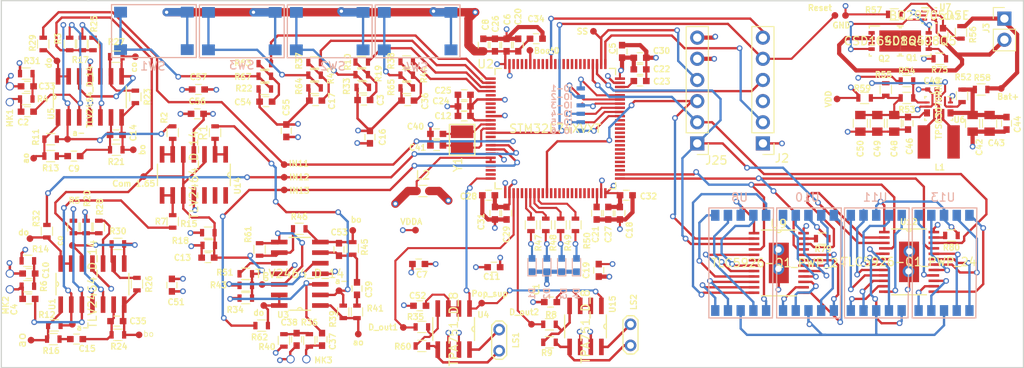
<source format=kicad_pcb>
(kicad_pcb (version 4) (host pcbnew 4.0.7)
  (layers (0 F.Cu signal) (1 In1.Cu power hide) (2 In2.Cu power hide) (31 B.Cu signal) (36 B.SilkS user) (37 F.SilkS user) (38 B.Mask user) (39 F.Mask user) (44 Edge.Cuts user))
  (net 0 "")
  (net 1 GND)
  (net 2 "Net-(C1-Pad2)")
  (net 3 "Net-(C3-Pad2)")
  (net 4 VDD)
  (net 5 VDDA)
  (net 6 "Net-(C9-Pad2)")
  (net 7 "Net-(C10-Pad2)")
  (net 8 "Net-(C21-Pad2)")
  (net 9 "Net-(C23-Pad2)")
  (net 10 "Net-(C33-Pad2)")
  (net 11 /OSC_IN)
  (net 12 /OSC_OUT)
  (net 13 "Net-(C42-Pad2)")
  (net 14 "Net-(C45-Pad2)")
  (net 15 "Net-(C46-Pad2)")
  (net 16 "Net-(C47-Pad2)")
  (net 17 "Net-(C52-Pad2)")
  (net 18 "Net-(C54-Pad2)")
  (net 19 "Net-(D1-Pad2)")
  (net 20 "Net-(D2-Pad2)")
  (net 21 "Net-(D3-Pad2)")
  (net 22 "Net-(D4-Pad2)")
  (net 23 /TCK)
  (net 24 /TMS)
  (net 25 /NRST)
  (net 26 /SWO)
  (net 27 /Batt+)
  (net 28 /In11)
  (net 29 /SCK)
  (net 30 /In12)
  (net 31 /MISO)
  (net 32 /In13)
  (net 33 /MOSI)
  (net 34 /Pop_Sup)
  (net 35 /BOOT0)
  (net 36 "Net-(L1-Pad1)")
  (net 37 "Net-(L1-Pad2)")
  (net 38 "Net-(LS1-Pad1)")
  (net 39 "Net-(LS1-Pad2)")
  (net 40 "Net-(Q1-Pad4)")
  (net 41 "Net-(Q1-Pad5)")
  (net 42 "Net-(Q2-Pad4)")
  (net 43 "Net-(R35-Pad2)")
  (net 44 /LED_R)
  (net 45 /LED_B)
  (net 46 /LED_Y)
  (net 47 /LED_G)
  (net 48 "Net-(R52-Pad2)")
  (net 49 "Net-(R53-Pad2)")
  (net 50 "Net-(R55-Pad2)")
  (net 51 "Net-(R57-Pad2)")
  (net 52 /UserBtn1)
  (net 53 /UserBtn3)
  (net 54 /UserBtn2)
  (net 55 /UserBtn4)
  (net 56 "Net-(R79-Pad2)")
  (net 57 "Net-(R80-Pad2)")
  (net 58 "Net-(U8-Pad5)")
  (net 59 "Net-(U8-Pad4)")
  (net 60 "Net-(U8-Pad2)")
  (net 61 "Net-(U8-Pad1)")
  (net 62 "Net-(U8-Pad6)")
  (net 63 "Net-(U8-Pad7)")
  (net 64 "Net-(U8-Pad9)")
  (net 65 "Net-(U8-Pad10)")
  (net 66 "Net-(U10-Pad5)")
  (net 67 "Net-(U10-Pad4)")
  (net 68 "Net-(U10-Pad2)")
  (net 69 "Net-(U10-Pad1)")
  (net 70 "Net-(U10-Pad6)")
  (net 71 "Net-(U10-Pad7)")
  (net 72 "Net-(U10-Pad9)")
  (net 73 "Net-(U10-Pad10)")
  (net 74 "Net-(U11-Pad5)")
  (net 75 "Net-(U11-Pad4)")
  (net 76 "Net-(U11-Pad2)")
  (net 77 "Net-(U11-Pad1)")
  (net 78 "Net-(U11-Pad6)")
  (net 79 "Net-(U11-Pad7)")
  (net 80 "Net-(U11-Pad9)")
  (net 81 "Net-(U11-Pad10)")
  (net 82 "Net-(U12-Pad13)")
  (net 83 "Net-(U12-Pad18)")
  (net 84 "Net-(U12-Pad17)")
  (net 85 "Net-(U12-Pad16)")
  (net 86 "Net-(U12-Pad19)")
  (net 87 "Net-(U12-Pad20)")
  (net 88 "Net-(U12-Pad15)")
  (net 89 "Net-(U12-Pad14)")
  (net 90 "Net-(U12-Pad2)")
  (net 91 /Batt-)
  (net 92 "Net-(Q1-Pad1)")
  (net 93 /u1a+)
  (net 94 /u2a+)
  (net 95 /u1b-)
  (net 96 /u1bo)
  (net 97 "Net-(C15-Pad2)")
  (net 98 /u2b-)
  (net 99 /u2bo)
  (net 100 "Net-(C36-Pad2)")
  (net 101 /u3a+)
  (net 102 "Net-(C38-Pad2)")
  (net 103 "Net-(C39-Pad2)")
  (net 104 /u3b-)
  (net 105 /u3bo)
  (net 106 /u1a-)
  (net 107 /u2a-)
  (net 108 /u1ao)
  (net 109 /u2ao)
  (net 110 /u1b+)
  (net 111 /u2b+)
  (net 112 /u1c-)
  (net 113 /u1c+)
  (net 114 /u2c-)
  (net 115 /u1co)
  (net 116 /u2c+)
  (net 117 /u1d-)
  (net 118 /u2co)
  (net 119 /u2d-)
  (net 120 /u3a-)
  (net 121 /u3ao)
  (net 122 /u3b+)
  (net 123 /u3c-)
  (net 124 /u3c+)
  (net 125 /u3co)
  (net 126 /u3d-)
  (net 127 "Net-(C2-Pad2)")
  (net 128 "Net-(C4-Pad2)")
  (net 129 /Com_165)
  (net 130 "Net-(C17-Pad2)")
  (net 131 "Net-(C37-Pad2)")
  (net 132 /DAC_O1)
  (net 133 /SS)
  (net 134 /DAC_O2)
  (net 135 "Net-(LS2-Pad1)")
  (net 136 "Net-(LS2-Pad2)")
  (net 137 /u4a-)
  (net 138 /u4b-)
  (net 139 /u4c-)
  (net 140 "Net-(R8-Pad2)")
  (net 141 "Net-(R19-Pad2)")
  (net 142 "Net-(R22-Pad1)")
  (net 143 "Net-(R42-Pad2)")
  (net 144 "Net-(R44-Pad2)")
  (net 145 /Driver_oE)
  (net 146 /Driver_inE)
  (net 147 /GPIO_6)
  (net 148 /GPIO_5)
  (net 149 /GPIO_4)
  (net 150 /GPIO_3)
  (net 151 /GPIO_2)
  (net 152 /GPIO_1)
  (module custom:TLC5926-Q1_PWP_24 (layer F.Cu) (at 210.947 131.699)
    (fp_text reference U9 (at -0.0254 -4.68884) (layer F.SilkS))
    (fp_text value TLC5926-Q1_PWP_24 (at 0 0) (layer F.SilkS))
    (pad 1 smd rect (at -2.9718 -3.575063) (size 1.27 0.3048) (layers F.Cu F.Mask) (net 1 GND))
    (pad 2 smd rect (at -2.9718 -2.925051) (size 1.27 0.3048) (layers F.Cu F.Mask) (net 33 /MOSI))
    (pad 3 smd rect (at -2.9718 -2.27504) (size 1.27 0.3048) (layers F.Cu F.Mask) (net 29 /SCK))
    (pad 4 smd rect (at -2.9718 -1.625028) (size 1.27 0.3048) (layers F.Cu F.Mask) (net 146 /Driver_inE))
    (pad 5 smd rect (at -2.9718 -0.975017) (size 1.27 0.3048) (layers F.Cu F.Mask) (net 63 "Net-(U8-Pad7)"))
    (pad 6 smd rect (at -2.9718 -0.325006) (size 1.27 0.3048) (layers F.Cu F.Mask) (net 62 "Net-(U8-Pad6)"))
    (pad 7 smd rect (at -2.9718 0.325006) (size 1.27 0.3048) (layers F.Cu F.Mask) (net 59 "Net-(U8-Pad4)"))
    (pad 8 smd rect (at -2.9718 0.975017) (size 1.27 0.3048) (layers F.Cu F.Mask) (net 60 "Net-(U8-Pad2)"))
    (pad 9 smd rect (at -2.9718 1.625028) (size 1.27 0.3048) (layers F.Cu F.Mask) (net 61 "Net-(U8-Pad1)"))
    (pad 10 smd rect (at -2.9718 2.27504) (size 1.27 0.3048) (layers F.Cu F.Mask) (net 64 "Net-(U8-Pad9)"))
    (pad 11 smd rect (at -2.9718 2.925051) (size 1.27 0.3048) (layers F.Cu F.Mask) (net 65 "Net-(U8-Pad10)"))
    (pad 12 smd rect (at -2.9718 3.575063) (size 1.27 0.3048) (layers F.Cu F.Mask) (net 58 "Net-(U8-Pad5)"))
    (pad 13 smd rect (at 2.9718 3.575063) (size 1.27 0.3048) (layers F.Cu F.Mask) (net 66 "Net-(U10-Pad5)"))
    (pad 14 smd rect (at 2.9718 2.925051) (size 1.27 0.3048) (layers F.Cu F.Mask) (net 73 "Net-(U10-Pad10)"))
    (pad 15 smd rect (at 2.9718 2.27504) (size 1.27 0.3048) (layers F.Cu F.Mask) (net 72 "Net-(U10-Pad9)"))
    (pad 16 smd rect (at 2.9718 1.625028) (size 1.27 0.3048) (layers F.Cu F.Mask) (net 69 "Net-(U10-Pad1)"))
    (pad 17 smd rect (at 2.9718 0.975017) (size 1.27 0.3048) (layers F.Cu F.Mask) (net 68 "Net-(U10-Pad2)"))
    (pad 18 smd rect (at 2.9718 0.325006) (size 1.27 0.3048) (layers F.Cu F.Mask) (net 67 "Net-(U10-Pad4)"))
    (pad 19 smd rect (at 2.9718 -0.325006) (size 1.27 0.3048) (layers F.Cu F.Mask) (net 70 "Net-(U10-Pad6)"))
    (pad 20 smd rect (at 2.9718 -0.975017) (size 1.27 0.3048) (layers F.Cu F.Mask) (net 71 "Net-(U10-Pad7)"))
    (pad 21 smd rect (at 2.9718 -1.625028) (size 1.27 0.3048) (layers F.Cu F.Mask) (net 145 /Driver_oE))
    (pad 22 smd rect (at 2.9718 -2.27504) (size 1.27 0.3048) (layers F.Cu F.Mask) (net 90 "Net-(U12-Pad2)"))
    (pad 23 smd rect (at 2.9718 -2.925051) (size 1.27 0.3048) (layers F.Cu F.Mask) (net 56 "Net-(R79-Pad2)"))
    (pad 24 smd rect (at 2.9718 -3.575063) (size 1.27 0.3048) (layers F.Cu F.Mask) (net 4 VDD))
    (pad 25 smd rect (at 0 0) (size 2.4 4.87) (layers F.Cu F.Mask) (net 1 GND))
  )
  (module Resistors_SMD:R_0603 (layer F.Cu) (at 128.7145 105.41 90)
    (fp_text reference R25 (at 2.413 0.127 90) (layer F.SilkS) (effects (font (size 0.7 0.7))))
    (fp_text value 1K)
    (pad 1 smd rect (at -0.75 0 90) (size 0.5 0.9) (layers F.Cu F.Mask) (net 129 /Com_165))
    (pad 2 smd rect (at 0.75 0 90) (size 0.5 0.9) (layers F.Cu F.Mask) (net 113 /u1c+))
  )
  (module custom:STM32F74XVXT (layer F.Cu) (at 184.15 115.57)
    (fp_text reference U2 (at -8.3566 -7.747) (layer F.SilkS))
    (fp_text value STM32F74XVXT (at 0 0) (layer F.SilkS))
    (pad 1 smd rect (at -7.75 -6.000001) (size 1.2 0.3) (layers F.Cu F.Mask) (net 52 /UserBtn1))
    (pad 2 smd rect (at -7.75 -5.499999) (size 1.2 0.3) (layers F.Cu F.Mask) (net 54 /UserBtn2))
    (pad 3 smd rect (at -7.75 -5) (size 1.2 0.3) (layers F.Cu F.Mask) (net 53 /UserBtn3))
    (pad 4 smd rect (at -7.75 -4.500001) (size 1.2 0.3) (layers F.Cu F.Mask) (net 55 /UserBtn4))
    (pad 5 smd rect (at -7.75 -4) (size 1.2 0.3) (layers F.Cu F.Mask))
    (pad 6 smd rect (at -7.75 -3.500001) (size 1.2 0.3) (layers F.Cu F.Mask) (net 4 VDD))
    (pad 7 smd rect (at -7.75 -2.999999) (size 1.2 0.3) (layers F.Cu F.Mask))
    (pad 8 smd rect (at -7.75 -2.5) (size 1.2 0.3) (layers F.Cu F.Mask))
    (pad 9 smd rect (at -7.75 -2.000001) (size 1.2 0.3) (layers F.Cu F.Mask))
    (pad 10 smd rect (at -7.75 -1.5) (size 1.2 0.3) (layers F.Cu F.Mask) (net 1 GND))
    (pad 11 smd rect (at -7.75 -1.000001) (size 1.2 0.3) (layers F.Cu F.Mask) (net 4 VDD))
    (pad 12 smd rect (at -7.75 -0.500002) (size 1.2 0.3) (layers F.Cu F.Mask) (net 11 /OSC_IN))
    (pad 13 smd rect (at -7.75 0) (size 1.2 0.3) (layers F.Cu F.Mask) (net 12 /OSC_OUT))
    (pad 14 smd rect (at -7.75 0.499999) (size 1.2 0.3) (layers F.Cu F.Mask) (net 25 /NRST))
    (pad 15 smd rect (at -7.75 1.000001) (size 1.2 0.3) (layers F.Cu F.Mask))
    (pad 16 smd rect (at -7.75 1.5) (size 1.2 0.3) (layers F.Cu F.Mask) (net 28 /In11))
    (pad 17 smd rect (at -7.75 1.999999) (size 1.2 0.3) (layers F.Cu F.Mask) (net 30 /In12))
    (pad 18 smd rect (at -7.75 2.5) (size 1.2 0.3) (layers F.Cu F.Mask) (net 32 /In13))
    (pad 19 smd rect (at -7.75 2.999999) (size 1.2 0.3) (layers F.Cu F.Mask) (net 1 GND))
    (pad 20 smd rect (at -7.75 3.500001) (size 1.2 0.3) (layers F.Cu F.Mask) (net 5 VDDA))
    (pad 21 smd rect (at -7.75 4) (size 1.2 0.3) (layers F.Cu F.Mask) (net 5 VDDA))
    (pad 22 smd rect (at -7.75 4.499999) (size 1.2 0.3) (layers F.Cu F.Mask))
    (pad 23 smd rect (at -7.75 5) (size 1.2 0.3) (layers F.Cu F.Mask))
    (pad 24 smd rect (at -7.75 5.499999) (size 1.2 0.3) (layers F.Cu F.Mask))
    (pad 25 smd rect (at -7.75 6.000001) (size 1.2 0.3) (layers F.Cu F.Mask) (net 34 /Pop_Sup))
    (pad 26 smd rect (at -6.000001 7.75 90) (size 1.2 0.3) (layers F.Cu F.Mask) (net 1 GND))
    (pad 27 smd rect (at -5.499999 7.75 90) (size 1.2 0.3) (layers F.Cu F.Mask) (net 4 VDD))
    (pad 28 smd rect (at -5 7.75 90) (size 1.2 0.3) (layers F.Cu F.Mask) (net 132 /DAC_O1))
    (pad 29 smd rect (at -4.500001 7.75 90) (size 1.2 0.3) (layers F.Cu F.Mask) (net 134 /DAC_O2))
    (pad 30 smd rect (at -4 7.75 90) (size 1.2 0.3) (layers F.Cu F.Mask))
    (pad 31 smd rect (at -3.500001 7.75 90) (size 1.2 0.3) (layers F.Cu F.Mask) (net 44 /LED_R))
    (pad 32 smd rect (at -2.999999 7.75 90) (size 1.2 0.3) (layers F.Cu F.Mask) (net 45 /LED_B))
    (pad 33 smd rect (at -2.5 7.75 90) (size 1.2 0.3) (layers F.Cu F.Mask) (net 46 /LED_Y))
    (pad 34 smd rect (at -2.000001 7.75 90) (size 1.2 0.3) (layers F.Cu F.Mask) (net 47 /LED_G))
    (pad 35 smd rect (at -1.5 7.75 90) (size 1.2 0.3) (layers F.Cu F.Mask))
    (pad 36 smd rect (at -1.000001 7.75 90) (size 1.2 0.3) (layers F.Cu F.Mask) (net 33 /MOSI))
    (pad 37 smd rect (at -0.499999 7.75 90) (size 1.2 0.3) (layers F.Cu F.Mask))
    (pad 38 smd rect (at 0 7.75 90) (size 1.2 0.3) (layers F.Cu F.Mask))
    (pad 39 smd rect (at 0.499999 7.75 90) (size 1.2 0.3) (layers F.Cu F.Mask))
    (pad 40 smd rect (at 1.000001 7.75 90) (size 1.2 0.3) (layers F.Cu F.Mask))
    (pad 41 smd rect (at 1.5 7.75 90) (size 1.2 0.3) (layers F.Cu F.Mask))
    (pad 42 smd rect (at 2.000001 7.75 90) (size 1.2 0.3) (layers F.Cu F.Mask))
    (pad 43 smd rect (at 2.5 7.75 90) (size 1.2 0.3) (layers F.Cu F.Mask))
    (pad 44 smd rect (at 2.999999 7.75 90) (size 1.2 0.3) (layers F.Cu F.Mask))
    (pad 45 smd rect (at 3.500001 7.75 90) (size 1.2 0.3) (layers F.Cu F.Mask))
    (pad 46 smd rect (at 4 7.75 90) (size 1.2 0.3) (layers F.Cu F.Mask))
    (pad 47 smd rect (at 4.500001 7.75 90) (size 1.2 0.3) (layers F.Cu F.Mask))
    (pad 48 smd rect (at 5 7.75 90) (size 1.2 0.3) (layers F.Cu F.Mask) (net 8 "Net-(C21-Pad2)"))
    (pad 49 smd rect (at 5.499999 7.75 90) (size 1.2 0.3) (layers F.Cu F.Mask) (net 1 GND))
    (pad 50 smd rect (at 6.000001 7.75 90) (size 1.2 0.3) (layers F.Cu F.Mask) (net 4 VDD))
    (pad 51 smd rect (at 7.75 6.000001) (size 1.2 0.3) (layers F.Cu F.Mask) (net 145 /Driver_oE))
    (pad 52 smd rect (at 7.75 5.499999) (size 1.2 0.3) (layers F.Cu F.Mask) (net 146 /Driver_inE))
    (pad 53 smd rect (at 7.75 5) (size 1.2 0.3) (layers F.Cu F.Mask))
    (pad 54 smd rect (at 7.75 4.500001) (size 1.2 0.3) (layers F.Cu F.Mask))
    (pad 55 smd rect (at 7.75 4) (size 1.2 0.3) (layers F.Cu F.Mask))
    (pad 56 smd rect (at 7.75 3.500001) (size 1.2 0.3) (layers F.Cu F.Mask))
    (pad 57 smd rect (at 7.75 2.999999) (size 1.2 0.3) (layers F.Cu F.Mask))
    (pad 58 smd rect (at 7.75 2.5) (size 1.2 0.3) (layers F.Cu F.Mask))
    (pad 59 smd rect (at 7.75 2.000001) (size 1.2 0.3) (layers F.Cu F.Mask))
    (pad 60 smd rect (at 7.75 1.5) (size 1.2 0.3) (layers F.Cu F.Mask))
    (pad 61 smd rect (at 7.75 1.000001) (size 1.2 0.3) (layers F.Cu F.Mask))
    (pad 62 smd rect (at 7.75 0.499999) (size 1.2 0.3) (layers F.Cu F.Mask))
    (pad 63 smd rect (at 7.75 0) (size 1.2 0.3) (layers F.Cu F.Mask))
    (pad 64 smd rect (at 7.75 -0.499999) (size 1.2 0.3) (layers F.Cu F.Mask))
    (pad 65 smd rect (at 7.75 -1.000001) (size 1.2 0.3) (layers F.Cu F.Mask))
    (pad 66 smd rect (at 7.75 -1.5) (size 1.2 0.3) (layers F.Cu F.Mask) (net 147 /GPIO_6))
    (pad 67 smd rect (at 7.75 -2.000001) (size 1.2 0.3) (layers F.Cu F.Mask) (net 148 /GPIO_5))
    (pad 68 smd rect (at 7.75 -2.5) (size 1.2 0.3) (layers F.Cu F.Mask) (net 149 /GPIO_4))
    (pad 69 smd rect (at 7.75 -2.999999) (size 1.2 0.3) (layers F.Cu F.Mask) (net 150 /GPIO_3))
    (pad 70 smd rect (at 7.75 -3.500001) (size 1.2 0.3) (layers F.Cu F.Mask) (net 151 /GPIO_2))
    (pad 71 smd rect (at 7.75 -4) (size 1.2 0.3) (layers F.Cu F.Mask) (net 152 /GPIO_1))
    (pad 72 smd rect (at 7.75 -4.500001) (size 1.2 0.3) (layers F.Cu F.Mask) (net 24 /TMS))
    (pad 73 smd rect (at 7.75 -5) (size 1.2 0.3) (layers F.Cu F.Mask) (net 9 "Net-(C23-Pad2)"))
    (pad 74 smd rect (at 7.75 -5.499999) (size 1.2 0.3) (layers F.Cu F.Mask) (net 1 GND))
    (pad 75 smd rect (at 7.75 -6.000001) (size 1.2 0.3) (layers F.Cu F.Mask) (net 4 VDD))
    (pad 76 smd rect (at 6.000001 -7.75 90) (size 1.2 0.3) (layers F.Cu F.Mask) (net 23 /TCK))
    (pad 77 smd rect (at 5.499999 -7.75 90) (size 1.2 0.3) (layers F.Cu F.Mask) (net 133 /SS))
    (pad 78 smd rect (at 5 -7.75 90) (size 1.2 0.3) (layers F.Cu F.Mask) (net 29 /SCK))
    (pad 79 smd rect (at 4.500001 -7.75 90) (size 1.2 0.3) (layers F.Cu F.Mask) (net 31 /MISO))
    (pad 80 smd rect (at 4 -7.75 90) (size 1.2 0.3) (layers F.Cu F.Mask))
    (pad 81 smd rect (at 3.500001 -7.75 90) (size 1.2 0.3) (layers F.Cu F.Mask))
    (pad 82 smd rect (at 2.999999 -7.75 90) (size 1.2 0.3) (layers F.Cu F.Mask))
    (pad 83 smd rect (at 2.5 -7.75 90) (size 1.2 0.3) (layers F.Cu F.Mask))
    (pad 84 smd rect (at 2.000001 -7.75 90) (size 1.2 0.3) (layers F.Cu F.Mask))
    (pad 85 smd rect (at 1.5 -7.75 90) (size 1.2 0.3) (layers F.Cu F.Mask))
    (pad 86 smd rect (at 1.000001 -7.75 90) (size 1.2 0.3) (layers F.Cu F.Mask))
    (pad 87 smd rect (at 0.499999 -7.75 90) (size 1.2 0.3) (layers F.Cu F.Mask))
    (pad 88 smd rect (at 0 -7.75 90) (size 1.2 0.3) (layers F.Cu F.Mask))
    (pad 89 smd rect (at -0.499999 -7.75 90) (size 1.2 0.3) (layers F.Cu F.Mask) (net 26 /SWO))
    (pad 90 smd rect (at -1.000001 -7.75 90) (size 1.2 0.3) (layers F.Cu F.Mask))
    (pad 91 smd rect (at -1.5 -7.75 90) (size 1.2 0.3) (layers F.Cu F.Mask))
    (pad 92 smd rect (at -2.000001 -7.75 90) (size 1.2 0.3) (layers F.Cu F.Mask))
    (pad 93 smd rect (at -2.5 -7.75 90) (size 1.2 0.3) (layers F.Cu F.Mask))
    (pad 94 smd rect (at -2.999999 -7.75 90) (size 1.2 0.3) (layers F.Cu F.Mask) (net 35 /BOOT0))
    (pad 95 smd rect (at -3.500001 -7.75 90) (size 1.2 0.3) (layers F.Cu F.Mask))
    (pad 96 smd rect (at -4 -7.75 90) (size 1.2 0.3) (layers F.Cu F.Mask))
    (pad 97 smd rect (at -4.500001 -7.75 90) (size 1.2 0.3) (layers F.Cu F.Mask))
    (pad 98 smd rect (at -5 -7.75 90) (size 1.2 0.3) (layers F.Cu F.Mask))
    (pad 99 smd rect (at -5.499999 -7.75 90) (size 1.2 0.3) (layers F.Cu F.Mask) (net 1 GND))
    (pad 100 smd rect (at -6.000001 -7.75 90) (size 1.2 0.3) (layers F.Cu F.Mask) (net 4 VDD))
  )
  (module Capacitors_SMD:C_0603 (layer F.Cu) (at 192.151 106.299 90)
    (fp_text reference C5 (at 0.3556 -1.13284 90) (layer F.SilkS) (effects (font (size 0.7 0.7))))
    (fp_text value 1uF)
    (pad 2 smd rect (at 0.75 0 90) (size 0.8 0.75) (layers F.Cu F.Mask) (net 1 GND))
    (pad 1 smd rect (at -0.75 0 90) (size 0.8 0.75) (layers F.Cu F.Mask) (net 4 VDD))
  )
  (module Capacitors_SMD:C_0603 (layer F.Cu) (at 178.308 105.537 270)
    (fp_text reference C6 (at -3.06832 -0.08128 270) (layer F.SilkS) (effects (font (size 0.7 0.7))))
    (fp_text value 100nF)
    (pad 2 smd rect (at 0.75 0 270) (size 0.8 0.75) (layers F.Cu F.Mask) (net 4 VDD))
    (pad 1 smd rect (at -0.75 0 270) (size 0.8 0.75) (layers F.Cu F.Mask) (net 1 GND))
  )
  (module Capacitors_SMD:C_0603 (layer F.Cu) (at 167.767 131.826)
    (fp_text reference C7 (at 0.381 1.27) (layer F.SilkS) (effects (font (size 0.7 0.7))))
    (fp_text value 100nF)
    (pad 2 smd rect (at 0.75 0) (size 0.8 0.75) (layers F.Cu F.Mask) (net 5 VDDA))
    (pad 1 smd rect (at -0.75 0) (size 0.8 0.75) (layers F.Cu F.Mask) (net 1 GND))
  )
  (module Capacitors_SMD:C_0603 (layer F.Cu) (at 175.514 105.537 270)
    (fp_text reference C8 (at -2.44856 -0.26924 270) (layer F.SilkS) (effects (font (size 0.7 0.7))))
    (fp_text value 100nF)
    (pad 2 smd rect (at 0.75 0 270) (size 0.8 0.75) (layers F.Cu F.Mask) (net 4 VDD))
    (pad 1 smd rect (at -0.75 0 270) (size 0.8 0.75) (layers F.Cu F.Mask) (net 1 GND))
  )
  (module Capacitors_SMD:C_0603 (layer F.Cu) (at 176.784 132.207 180)
    (fp_text reference C11 (at 0.254 -1.143 180) (layer F.SilkS) (effects (font (size 0.7 0.7))))
    (fp_text value 1uF)
    (pad 2 smd rect (at 0.75 0 180) (size 0.8 0.75) (layers F.Cu F.Mask) (net 5 VDDA))
    (pad 1 smd rect (at -0.75 0 180) (size 0.8 0.75) (layers F.Cu F.Mask) (net 1 GND))
  )
  (module Capacitors_SMD:C_0603 (layer F.Cu) (at 173.228 114.046)
    (fp_text reference C12 (at -2.54 0) (layer F.SilkS) (effects (font (size 0.7 0.7))))
    (fp_text value 100nF)
    (pad 2 smd rect (at 0.75 0) (size 0.8 0.75) (layers F.Cu F.Mask) (net 4 VDD))
    (pad 1 smd rect (at -0.75 0) (size 0.8 0.75) (layers F.Cu F.Mask) (net 1 GND))
  )
  (module Capacitors_SMD:C_0603 (layer F.Cu) (at 161.925 116.586 270)
    (fp_text reference C16 (at 0 -1.5 270) (layer F.SilkS) (effects (font (size 0.7 0.7))))
    (fp_text value 10uF)
    (pad 2 smd rect (at 0.75 0 270) (size 0.8 0.75) (layers F.Cu F.Mask) (net 5 VDDA))
    (pad 1 smd rect (at -0.75 0 270) (size 0.8 0.75) (layers F.Cu F.Mask) (net 1 GND))
  )
  (module Capacitors_SMD:C_0603 (layer F.Cu) (at 191.897 125.73 90)
    (fp_text reference C18 (at -2.032 1.143 270) (layer F.SilkS) (effects (font (size 0.7 0.7))))
    (fp_text value 100nF)
    (pad 2 smd rect (at 0.75 0 90) (size 0.8 0.75) (layers F.Cu F.Mask) (net 4 VDD))
    (pad 1 smd rect (at -0.75 0 90) (size 0.8 0.75) (layers F.Cu F.Mask) (net 1 GND))
  )
  (module Capacitors_SMD:C_0603 (layer F.Cu) (at 189.357 132.588 90)
    (fp_text reference C19 (at 0 -1.5 90) (layer F.SilkS) (effects (font (size 0.7 0.7))))
    (fp_text value 10uF)
    (pad 2 smd rect (at 0.75 0 90) (size 0.8 0.75) (layers F.Cu F.Mask) (net 5 VDDA))
    (pad 1 smd rect (at -0.75 0 90) (size 0.8 0.75) (layers F.Cu F.Mask) (net 1 GND))
  )
  (module Capacitors_SMD:C_0603 (layer F.Cu) (at 179.705 105.537 270)
    (fp_text reference C20 (at -3.41884 0.01524 270) (layer F.SilkS) (effects (font (size 0.7 0.7))))
    (fp_text value 100nF)
    (pad 2 smd rect (at 0.75 0 270) (size 0.8 0.75) (layers F.Cu F.Mask) (net 4 VDD))
    (pad 1 smd rect (at -0.75 0 270) (size 0.8 0.75) (layers F.Cu F.Mask) (net 1 GND))
  )
  (module Capacitors_SMD:C_0603 (layer F.Cu) (at 189.103 125.73 90)
    (fp_text reference C21 (at -2.54 -0.127 90) (layer F.SilkS) (effects (font (size 0.7 0.7))))
    (fp_text value 2.2uF)
    (pad 2 smd rect (at 0.75 0 90) (size 0.8 0.75) (layers F.Cu F.Mask) (net 8 "Net-(C21-Pad2)"))
    (pad 1 smd rect (at -0.75 0 90) (size 0.8 0.75) (layers F.Cu F.Mask) (net 1 GND))
  )
  (module Capacitors_SMD:C_0603 (layer F.Cu) (at 194.31 108.458 180)
    (fp_text reference C22 (at -2.5908 0.04064 180) (layer F.SilkS) (effects (font (size 0.7 0.7))))
    (fp_text value 100nF)
    (pad 2 smd rect (at 0.75 0 180) (size 0.8 0.75) (layers F.Cu F.Mask) (net 4 VDD))
    (pad 1 smd rect (at -0.75 0 180) (size 0.8 0.75) (layers F.Cu F.Mask) (net 1 GND))
  )
  (module Capacitors_SMD:C_0603 (layer F.Cu) (at 194.31 109.855 180)
    (fp_text reference C23 (at -2.60604 -0.05588 180) (layer F.SilkS) (effects (font (size 0.7 0.7))))
    (fp_text value 2.2uF)
    (pad 2 smd rect (at 0.75 0 180) (size 0.8 0.75) (layers F.Cu F.Mask) (net 9 "Net-(C23-Pad2)"))
    (pad 1 smd rect (at -0.75 0 180) (size 0.8 0.75) (layers F.Cu F.Mask) (net 1 GND))
  )
  (module Capacitors_SMD:C_0603 (layer F.Cu) (at 173.228 112.903)
    (fp_text reference C24 (at -2.794 -0.635) (layer F.SilkS) (effects (font (size 0.7 0.7))))
    (fp_text value 100nF)
    (pad 2 smd rect (at 0.75 0) (size 0.8 0.75) (layers F.Cu F.Mask) (net 4 VDD))
    (pad 1 smd rect (at -0.75 0) (size 0.8 0.75) (layers F.Cu F.Mask) (net 1 GND))
  )
  (module Capacitors_SMD:C_0603 (layer F.Cu) (at 173.228 111.506)
    (fp_text reference C25 (at -2.54 -0.508) (layer F.SilkS) (effects (font (size 0.7 0.7))))
    (fp_text value 100nF)
    (pad 2 smd rect (at 0.75 0) (size 0.8 0.75) (layers F.Cu F.Mask) (net 4 VDD))
    (pad 1 smd rect (at -0.75 0) (size 0.8 0.75) (layers F.Cu F.Mask) (net 1 GND))
  )
  (module Capacitors_SMD:C_0603 (layer F.Cu) (at 176.911 105.537 270)
    (fp_text reference C26 (at -2.54 -0.07112 270) (layer F.SilkS) (effects (font (size 0.7 0.7))))
    (fp_text value 100nF)
    (pad 2 smd rect (at 0.75 0 270) (size 0.8 0.75) (layers F.Cu F.Mask) (net 4 VDD))
    (pad 1 smd rect (at -0.75 0 270) (size 0.8 0.75) (layers F.Cu F.Mask) (net 1 GND))
  )
  (module Capacitors_SMD:C_0603 (layer F.Cu) (at 190.5 125.73 90)
    (fp_text reference C27 (at -2.54 0 90) (layer F.SilkS) (effects (font (size 0.7 0.7))))
    (fp_text value 100nF)
    (pad 2 smd rect (at 0.75 0 90) (size 0.8 0.75) (layers F.Cu F.Mask) (net 4 VDD))
    (pad 1 smd rect (at -0.75 0 90) (size 0.8 0.75) (layers F.Cu F.Mask) (net 1 GND))
  )
  (module Capacitors_SMD:C_0603 (layer F.Cu) (at 176.149 123.571)
    (fp_text reference C28 (at -2.413 0.127) (layer F.SilkS) (effects (font (size 0.7 0.7))))
    (fp_text value 100nF)
    (pad 2 smd rect (at 0.75 0) (size 0.8 0.75) (layers F.Cu F.Mask) (net 4 VDD))
    (pad 1 smd rect (at -0.75 0) (size 0.8 0.75) (layers F.Cu F.Mask) (net 1 GND))
  )
  (module Capacitors_SMD:C_0603 (layer F.Cu) (at 178.308 125.73 90)
    (fp_text reference C29 (at -2.54 0 90) (layer F.SilkS) (effects (font (size 0.7 0.7))))
    (fp_text value 100nF)
    (pad 2 smd rect (at 0.75 0 90) (size 0.8 0.75) (layers F.Cu F.Mask) (net 4 VDD))
    (pad 1 smd rect (at -0.75 0 90) (size 0.8 0.75) (layers F.Cu F.Mask) (net 1 GND))
  )
  (module Capacitors_SMD:C_0603 (layer F.Cu) (at 194.31 107.061 180)
    (fp_text reference C30 (at -2.57556 0.8382 180) (layer F.SilkS) (effects (font (size 0.7 0.7))))
    (fp_text value 100nF)
    (pad 2 smd rect (at 0.75 0 180) (size 0.8 0.75) (layers F.Cu F.Mask) (net 4 VDD))
    (pad 1 smd rect (at -0.75 0 180) (size 0.8 0.75) (layers F.Cu F.Mask) (net 1 GND))
  )
  (module Capacitors_SMD:C_0603 (layer F.Cu) (at 176.911 125.73 90)
    (fp_text reference C31 (at -1.016 -1.651 90) (layer F.SilkS) (effects (font (size 0.7 0.7))))
    (fp_text value 100nF)
    (pad 2 smd rect (at 0.75 0 90) (size 0.8 0.75) (layers F.Cu F.Mask) (net 4 VDD))
    (pad 1 smd rect (at -0.75 0 90) (size 0.8 0.75) (layers F.Cu F.Mask) (net 1 GND))
  )
  (module Capacitors_SMD:C_0603 (layer F.Cu) (at 192.659 123.571 180)
    (fp_text reference C32 (at -2.667 -0.127 180) (layer F.SilkS) (effects (font (size 0.7 0.7))))
    (fp_text value 100nF)
    (pad 2 smd rect (at 0.75 0 180) (size 0.8 0.75) (layers F.Cu F.Mask) (net 4 VDD))
    (pad 1 smd rect (at -0.75 0 180) (size 0.8 0.75) (layers F.Cu F.Mask) (net 1 GND))
  )
  (module Capacitors_SMD:C_0603 (layer F.Cu) (at 181.864 104.775 180)
    (fp_text reference C34 (at 0.0254 2.37236 180) (layer F.SilkS) (effects (font (size 0.7 0.7))))
    (fp_text value 4.7uF)
    (pad 2 smd rect (at 0.75 0 180) (size 0.8 0.75) (layers F.Cu F.Mask) (net 4 VDD))
    (pad 1 smd rect (at -0.75 0 180) (size 0.8 0.75) (layers F.Cu F.Mask) (net 1 GND))
  )
  (module Capacitors_SMD:C_0603 (layer F.Cu) (at 166.4589 112.2045)
    (fp_text reference C36 (at 2.0701 0.0635 90) (layer F.SilkS) (effects (font (size 0.7 0.7))))
    (fp_text value 1uF)
    (pad 2 smd rect (at 0.75 0) (size 0.8 0.75) (layers F.Cu F.Mask) (net 100 "Net-(C36-Pad2)"))
    (pad 1 smd rect (at -0.75 0) (size 0.8 0.75) (layers F.Cu F.Mask) (net 1 GND))
  )
  (module Capacitors_SMD:C_0603 (layer F.Cu) (at 169.926 116.205 180)
    (fp_text reference C40 (at 2.54 0.889 180) (layer F.SilkS) (effects (font (size 0.7 0.7))))
    (fp_text value 4.3pF)
    (pad 2 smd rect (at 0.75 0 180) (size 0.8 0.75) (layers F.Cu F.Mask) (net 1 GND))
    (pad 1 smd rect (at -0.75 0 180) (size 0.8 0.75) (layers F.Cu F.Mask) (net 11 /OSC_IN))
  )
  (module Capacitors_SMD:C_0603 (layer F.Cu) (at 169.926 117.602 180)
    (fp_text reference C41 (at 2.286 -0.254 180) (layer F.SilkS) (effects (font (size 0.7 0.7))))
    (fp_text value 4.3pF)
    (pad 2 smd rect (at 0.75 0 180) (size 0.8 0.75) (layers F.Cu F.Mask) (net 1 GND))
    (pad 1 smd rect (at -0.75 0 180) (size 0.8 0.75) (layers F.Cu F.Mask) (net 12 /OSC_OUT))
  )
  (module Capacitors_SMD:C_0805 (layer F.Cu) (at 234.188 114.935 90)
    (fp_text reference C42 (at -2.8702 0.79756 270) (layer F.SilkS) (effects (font (size 0.7 0.7))))
    (fp_text value 10uF)
    (pad 1 smd rect (at -1 0 90) (size 1 1.25) (layers F.Cu F.Mask) (net 1 GND))
    (pad 2 smd rect (at 1 0 90) (size 1 1.25) (layers F.Cu F.Mask) (net 13 "Net-(C42-Pad2)"))
  )
  (module Capacitors_SMD:C_0805 (layer F.Cu) (at 236.22 114.935 90)
    (fp_text reference C43 (at -2.36728 0.80772 180) (layer F.SilkS) (effects (font (size 0.7 0.7))))
    (fp_text value 10uF)
    (pad 1 smd rect (at -1 0 90) (size 1 1.25) (layers F.Cu F.Mask) (net 1 GND))
    (pad 2 smd rect (at 1 0 90) (size 1 1.25) (layers F.Cu F.Mask) (net 13 "Net-(C42-Pad2)"))
  )
  (module Capacitors_SMD:C_0603 (layer F.Cu) (at 238.252 114.935 90)
    (fp_text reference C44 (at -0.11176 1.3208 270) (layer F.SilkS) (effects (font (size 0.7 0.7))))
    (fp_text value 10uF)
    (pad 2 smd rect (at 0.75 0 90) (size 0.8 0.75) (layers F.Cu F.Mask) (net 13 "Net-(C42-Pad2)"))
    (pad 1 smd rect (at -0.75 0 90) (size 0.8 0.75) (layers F.Cu F.Mask) (net 1 GND))
  )
  (module Capacitors_SMD:C_0402 (layer F.Cu) (at 229.362 110.871)
    (fp_text reference C45 (at -0.03048 -1.05156) (layer F.SilkS) (effects (font (size 0.7 0.7))))
    (fp_text value 100nF)
    (pad 1 smd rect (at -0.55 0) (size 0.6 0.5) (layers F.Cu F.Mask) (net 1 GND))
    (pad 2 smd rect (at 0.55 0) (size 0.6 0.5) (layers F.Cu F.Mask) (net 14 "Net-(C45-Pad2)"))
  )
  (module Capacitors_SMD:C_0603 (layer F.Cu) (at 226.441 114.935 90)
    (fp_text reference C46 (at -2.75844 0.18796 270) (layer F.SilkS) (effects (font (size 0.7 0.7))))
    (fp_text value 10uF)
    (pad 2 smd rect (at 0.75 0 90) (size 0.8 0.75) (layers F.Cu F.Mask) (net 15 "Net-(C46-Pad2)"))
    (pad 1 smd rect (at -0.75 0 90) (size 0.8 0.75) (layers F.Cu F.Mask) (net 1 GND))
  )
  (module Capacitors_SMD:C_0603 (layer F.Cu) (at 230.632 104.267 90)
    (fp_text reference C47 (at 2.1336 1.0668 180) (layer F.SilkS) (effects (font (size 0.7 0.7))))
    (fp_text value 100nF)
    (pad 2 smd rect (at 0.75 0 90) (size 0.8 0.75) (layers F.Cu F.Mask) (net 16 "Net-(C47-Pad2)"))
    (pad 1 smd rect (at -0.75 0 90) (size 0.8 0.75) (layers F.Cu F.Mask) (net 91 /Batt-))
  )
  (module Capacitors_SMD:C_0805 (layer F.Cu) (at 224.79 114.935 90)
    (fp_text reference C48 (at -3.048 0 270) (layer F.SilkS) (effects (font (size 0.7 0.7))))
    (fp_text value 22uF)
    (pad 1 smd rect (at -1 0 90) (size 1 1.25) (layers F.Cu F.Mask) (net 1 GND))
    (pad 2 smd rect (at 1 0 90) (size 1 1.25) (layers F.Cu F.Mask) (net 15 "Net-(C46-Pad2)"))
  )
  (module Capacitors_SMD:C_0805 (layer F.Cu) (at 222.758 114.935 90)
    (fp_text reference C49 (at -3.048 0 270) (layer F.SilkS) (effects (font (size 0.7 0.7))))
    (fp_text value 22uF)
    (pad 1 smd rect (at -1 0 90) (size 1 1.25) (layers F.Cu F.Mask) (net 1 GND))
    (pad 2 smd rect (at 1 0 90) (size 1 1.25) (layers F.Cu F.Mask) (net 15 "Net-(C46-Pad2)"))
  )
  (module Capacitors_SMD:C_0805 (layer F.Cu) (at 220.726 114.935 90)
    (fp_text reference C50 (at -3.048 0 90) (layer F.SilkS) (effects (font (size 0.7 0.7))))
    (fp_text value 22uF)
    (pad 1 smd rect (at -1 0 90) (size 1 1.25) (layers F.Cu F.Mask) (net 1 GND))
    (pad 2 smd rect (at 1 0 90) (size 1 1.25) (layers F.Cu F.Mask) (net 15 "Net-(C46-Pad2)"))
  )
  (module Capacitors_SMD:C_0603 (layer F.Cu) (at 167.894 136.8425)
    (fp_text reference C52 (at -0.254 -1.2065) (layer F.SilkS) (effects (font (size 0.7 0.7))))
    (fp_text value 1uF)
    (pad 2 smd rect (at 0.75 0) (size 0.8 0.75) (layers F.Cu F.Mask) (net 17 "Net-(C52-Pad2)"))
    (pad 1 smd rect (at -0.75 0) (size 0.8 0.75) (layers F.Cu F.Mask) (net 1 GND))
  )
  (module Capacitors_SMD:C_0603 (layer F.Cu) (at 158.21025 130.07975 270)
    (fp_text reference C53 (at -2.06375 -0.03175 360) (layer F.SilkS) (effects (font (size 0.7 0.7))))
    (fp_text value "820 pF")
    (pad 2 smd rect (at 0.75 0 270) (size 0.8 0.75) (layers F.Cu F.Mask) (net 104 /u3b-))
    (pad 1 smd rect (at -0.75 0 270) (size 0.8 0.75) (layers F.Cu F.Mask) (net 105 /u3bo))
  )
  (module Capacitors_SMD:C_0603 (layer F.Cu) (at 149.4409 112.3315)
    (fp_text reference C54 (at -2.7559 0.0635) (layer F.SilkS) (effects (font (size 0.7 0.7))))
    (fp_text value 1uF)
    (pad 2 smd rect (at 0.75 0) (size 0.8 0.75) (layers F.Cu F.Mask) (net 18 "Net-(C54-Pad2)"))
    (pad 1 smd rect (at -0.75 0) (size 0.8 0.75) (layers F.Cu F.Mask) (net 1 GND))
  )
  (module Capacitors_SMD:C_0603 (layer F.Cu) (at 151.892 115.824 270)
    (fp_text reference C55 (at -2.794 0 270) (layer F.SilkS) (effects (font (size 0.7 0.7))))
    (fp_text value 100nF)
    (pad 2 smd rect (at 0.75 0 270) (size 0.8 0.75) (layers F.Cu F.Mask) (net 5 VDDA))
    (pad 1 smd rect (at -0.75 0 270) (size 0.8 0.75) (layers F.Cu F.Mask) (net 1 GND))
  )
  (module LEDs:LED_0603 (layer B.Cu) (at 181.356 131.953 90)
    (fp_text reference D1 (at -3.429 0 90) (layer B.SilkS) (effects (font (size 0.7 0.7)) (justify mirror)))
    (fp_text value LED)
    (pad 2 smd rect (at 0.8 0 270) (size 0.8 0.8) (layers B.Cu B.Mask) (net 19 "Net-(D1-Pad2)"))
    (pad 1 smd rect (at -0.8 0 270) (size 0.8 0.8) (layers B.Cu B.Mask) (net 1 GND))
  )
  (module LEDs:LED_0603 (layer B.Cu) (at 183.134 131.953 90)
    (fp_text reference D2 (at -3.429 0 90) (layer B.SilkS) (effects (font (size 0.7 0.7)) (justify mirror)))
    (fp_text value LED)
    (pad 2 smd rect (at 0.8 0 270) (size 0.8 0.8) (layers B.Cu B.Mask) (net 20 "Net-(D2-Pad2)"))
    (pad 1 smd rect (at -0.8 0 270) (size 0.8 0.8) (layers B.Cu B.Mask) (net 1 GND))
  )
  (module LEDs:LED_0603 (layer B.Cu) (at 184.912 131.953 90)
    (fp_text reference D3 (at -3.429 0.254 90) (layer B.SilkS) (effects (font (size 0.7 0.7)) (justify mirror)))
    (fp_text value LED)
    (pad 2 smd rect (at 0.8 0 270) (size 0.8 0.8) (layers B.Cu B.Mask) (net 21 "Net-(D3-Pad2)"))
    (pad 1 smd rect (at -0.8 0 270) (size 0.8 0.8) (layers B.Cu B.Mask) (net 1 GND))
  )
  (module LEDs:LED_0603 (layer B.Cu) (at 186.69 131.953 90)
    (fp_text reference D4 (at -3.429 0 90) (layer B.SilkS) (effects (font (size 0.7 0.7)) (justify mirror)))
    (fp_text value LED)
    (pad 2 smd rect (at 0.8 0 270) (size 0.8 0.8) (layers B.Cu B.Mask) (net 22 "Net-(D4-Pad2)"))
    (pad 1 smd rect (at -0.8 0 270) (size 0.8 0.8) (layers B.Cu B.Mask) (net 1 GND))
  )
  (module Pin_Headers:Pin_Header_Straight_1x06_Pitch2.54mm (layer F.Cu) (at 209.042 117.348 180)
    (fp_text reference J2 (at -2.286 -1.778 180) (layer F.SilkS))
    (fp_text value Conn_01x06)
    (pad 1 thru_hole rect (at 0 0 180) (size 1.7 1.7) (drill 1) (layers *.Cu *.Mask) (net 4 VDD))
    (pad 2 thru_hole oval (at 0 2.54 180) (size 1.7 1.7) (drill 1) (layers *.Cu *.Mask) (net 23 /TCK))
    (pad 3 thru_hole oval (at 0 5.08 180) (size 1.7 1.7) (drill 1) (layers *.Cu *.Mask) (net 1 GND))
    (pad 4 thru_hole oval (at 0 7.62 180) (size 1.7 1.7) (drill 1) (layers *.Cu *.Mask) (net 24 /TMS))
    (pad 5 thru_hole oval (at 0 10.16 180) (size 1.7 1.7) (drill 1) (layers *.Cu *.Mask) (net 25 /NRST))
    (pad 6 thru_hole oval (at 0 12.7 180) (size 1.7 1.7) (drill 1) (layers *.Cu *.Mask) (net 26 /SWO))
  )
  (module Pin_Headers:Pin_Header_Straight_1x02_Pitch2.54mm (layer F.Cu) (at 237.998 102.362)
    (fp_text reference J3 (at -2.1717 1.143 90) (layer F.SilkS) (effects (font (size 0.7 0.7))))
    (fp_text value Conn_01x02)
    (pad 1 thru_hole rect (at 0 0) (size 1.7 1.7) (drill 1) (layers *.Cu *.Mask) (net 27 /Batt+))
    (pad 2 thru_hole oval (at 0 2.54) (size 1.7 1.7) (drill 1) (layers *.Cu *.Mask) (net 91 /Batt-))
  )
  (module Pin_Headers:Pin_Header_Straight_1x06_Pitch2.54mm (layer F.Cu) (at 201.168 117.348 180)
    (fp_text reference J25 (at -2.286 -2.032 180) (layer F.SilkS))
    (fp_text value Conn_01x06)
    (pad 1 thru_hole rect (at 0 0 180) (size 1.7 1.7) (drill 1) (layers *.Cu *.Mask) (net 29 /SCK))
    (pad 2 thru_hole oval (at 0 2.54 180) (size 1.7 1.7) (drill 1) (layers *.Cu *.Mask) (net 31 /MISO))
    (pad 3 thru_hole oval (at 0 5.08 180) (size 1.7 1.7) (drill 1) (layers *.Cu *.Mask) (net 33 /MOSI))
    (pad 4 thru_hole oval (at 0 7.62 180) (size 1.7 1.7) (drill 1) (layers *.Cu *.Mask) (net 133 /SS))
    (pad 5 thru_hole oval (at 0 10.16 180) (size 1.7 1.7) (drill 1) (layers *.Cu *.Mask) (net 4 VDD))
    (pad 6 thru_hole oval (at 0 12.7 180) (size 1.7 1.7) (drill 1) (layers *.Cu *.Mask) (net 1 GND))
  )
  (module custom:L_cust01 (layer F.Cu) (at 229.87 117.1702)
    (fp_text reference L1 (at 0.381 3.048) (layer F.SilkS) (effects (font (size 0.7 0.7))))
    (fp_text value 1.5uH)
    (pad 1 smd rect (at -1.524 0) (size 1.5 4) (layers F.Cu F.Mask) (net 36 "Net-(L1-Pad1)"))
    (pad 2 smd rect (at 2.032 0) (size 1.5 4) (layers F.Cu F.Mask) (net 37 "Net-(L1-Pad2)"))
  )
  (module Inductors_SMD:L_0603 (layer F.Cu) (at 168.275 123.063)
    (fp_text reference L2 (at 0 -1.9) (layer F.SilkS))
    (fp_text value Ferrite_Bead)
    (pad 1 smd rect (at -0.75 0) (size 0.5 0.9) (layers F.Cu F.Mask) (net 5 VDDA))
    (pad 2 smd rect (at 0.75 0) (size 0.5 0.9) (layers F.Cu F.Mask) (net 4 VDD))
  )
  (module Measurement_Points:Test_Point_2Pads (layer F.Cu) (at 177.419 139.7 270)
    (fp_text reference LS1 (at 1.27 -2 270) (layer F.SilkS) (effects (font (size 0.7 0.7))))
    (fp_text value Speaker)
    (pad 1 thru_hole circle (at 0 0 270) (size 1.4 1.4) (drill 0.8128) (layers *.Cu *.Mask) (net 38 "Net-(LS1-Pad1)"))
    (pad 2 thru_hole circle (at 2.54 0 270) (size 1.4 1.4) (drill 0.8128) (layers *.Cu *.Mask) (net 39 "Net-(LS1-Pad2)"))
  )
  (module custom:CMC2242PBL (layer F.Cu) (at 118.745 110.49 270)
    (fp_text reference MK1 (at 3.81 0 270) (layer F.SilkS) (effects (font (size 0.7 0.7))))
    (fp_text value Microphone)
    (pad 1 thru_hole circle (at 0 0 270) (size 1 1) (drill 0.762) (layers *.Cu *.Mask) (net 1 GND))
    (pad 2 thru_hole circle (at 1.9 0 270) (size 1 1) (drill 0.762) (layers *.Cu *.Mask) (net 127 "Net-(C2-Pad2)"))
  )
  (module custom:CMC2242PBL (layer F.Cu) (at 118.745 132.969 270)
    (fp_text reference MK2 (at 3.81 0.508 270) (layer F.SilkS) (effects (font (size 0.7 0.7))))
    (fp_text value Microphone)
    (pad 1 thru_hole circle (at 0 0 270) (size 1 1) (drill 0.762) (layers *.Cu *.Mask) (net 1 GND))
    (pad 2 thru_hole circle (at 1.9 0 270) (size 1 1) (drill 0.762) (layers *.Cu *.Mask) (net 128 "Net-(C4-Pad2)"))
  )
  (module custom:CMC2242PBL (layer F.Cu) (at 152.4 143.256)
    (fp_text reference MK3 (at 3.937 0.127) (layer F.SilkS) (effects (font (size 0.7 0.7))))
    (fp_text value Microphone)
    (pad 1 thru_hole circle (at 0 0) (size 1 1) (drill 0.762) (layers *.Cu *.Mask) (net 1 GND))
    (pad 2 thru_hole circle (at 1.9 0) (size 1 1) (drill 0.762) (layers *.Cu *.Mask) (net 131 "Net-(C37-Pad2)"))
  )
  (module Resistors_SMD:R_0603 (layer F.Cu) (at 123.19 127.889 270)
    (fp_text reference R32 (at -1.524 1.27 270) (layer F.SilkS) (effects (font (size 0.7 0.7))))
    (fp_text value 0)
    (pad 1 smd rect (at -0.75 0 270) (size 0.5 0.9) (layers F.Cu F.Mask) (net 30 /In12))
    (pad 2 smd rect (at 0.75 0 270) (size 0.5 0.9) (layers F.Cu F.Mask) (net 119 /u2d-))
  )
  (module Resistors_SMD:R_0603 (layer F.Cu) (at 168.148 139.3825)
    (fp_text reference R35 (at -0.762 -1.2065 180) (layer F.SilkS) (effects (font (size 0.7 0.7))))
    (fp_text value 10K)
    (pad 1 smd rect (at -0.75 0) (size 0.5 0.9) (layers F.Cu F.Mask) (net 132 /DAC_O1))
    (pad 2 smd rect (at 0.75 0) (size 0.5 0.9) (layers F.Cu F.Mask) (net 43 "Net-(R35-Pad2)"))
  )
  (module Resistors_SMD:R_0603 (layer F.Cu) (at 181.229 127.127 270)
    (fp_text reference R47 (at 2.159 -0.889 270) (layer F.SilkS) (effects (font (size 0.7 0.7))))
    (fp_text value R)
    (pad 1 smd rect (at -0.75 0 270) (size 0.5 0.9) (layers F.Cu F.Mask) (net 44 /LED_R))
    (pad 2 smd rect (at 0.75 0 270) (size 0.5 0.9) (layers F.Cu F.Mask) (net 19 "Net-(D1-Pad2)"))
  )
  (module Resistors_SMD:R_0603 (layer F.Cu) (at 183.007 127.127 270)
    (fp_text reference R48 (at 2.159 -0.889 270) (layer F.SilkS) (effects (font (size 0.7 0.7))))
    (fp_text value R)
    (pad 1 smd rect (at -0.75 0 270) (size 0.5 0.9) (layers F.Cu F.Mask) (net 45 /LED_B))
    (pad 2 smd rect (at 0.75 0 270) (size 0.5 0.9) (layers F.Cu F.Mask) (net 20 "Net-(D2-Pad2)"))
  )
  (module Resistors_SMD:R_0603 (layer F.Cu) (at 184.785 127.127 270)
    (fp_text reference R49 (at 2.159 -0.889 270) (layer F.SilkS) (effects (font (size 0.7 0.7))))
    (fp_text value R)
    (pad 1 smd rect (at -0.75 0 270) (size 0.5 0.9) (layers F.Cu F.Mask) (net 46 /LED_Y))
    (pad 2 smd rect (at 0.75 0 270) (size 0.5 0.9) (layers F.Cu F.Mask) (net 21 "Net-(D3-Pad2)"))
  )
  (module Resistors_SMD:R_0603 (layer F.Cu) (at 186.563 127.127 270)
    (fp_text reference R50 (at 1.905 -1.397 270) (layer F.SilkS) (effects (font (size 0.7 0.7))))
    (fp_text value R)
    (pad 1 smd rect (at -0.75 0 270) (size 0.5 0.9) (layers F.Cu F.Mask) (net 47 /LED_G))
    (pad 2 smd rect (at 0.75 0 270) (size 0.5 0.9) (layers F.Cu F.Mask) (net 22 "Net-(D4-Pad2)"))
  )
  (module Resistors_SMD:R_0603 (layer F.Cu) (at 232.918 111.633 270)
    (fp_text reference R52 (at -2.24028 -0.13208 360) (layer F.SilkS) (effects (font (size 0.7 0.7))))
    (fp_text value 10K)
    (pad 1 smd rect (at -0.75 0 270) (size 0.5 0.9) (layers F.Cu F.Mask) (net 13 "Net-(C42-Pad2)"))
    (pad 2 smd rect (at 0.75 0 270) (size 0.5 0.9) (layers F.Cu F.Mask) (net 48 "Net-(R52-Pad2)"))
  )
  (module Resistors_SMD:R_0603 (layer F.Cu) (at 226.314 111.887)
    (fp_text reference R53 (at 0 1.397) (layer F.SilkS) (effects (font (size 0.7 0.7))))
    (fp_text value 470K)
    (pad 1 smd rect (at -0.75 0) (size 0.5 0.9) (layers F.Cu F.Mask) (net 15 "Net-(C46-Pad2)"))
    (pad 2 smd rect (at 0.75 0) (size 0.5 0.9) (layers F.Cu F.Mask) (net 49 "Net-(R53-Pad2)"))
  )
  (module Resistors_SMD:R_0603 (layer F.Cu) (at 226.314 109.855 180)
    (fp_text reference R54 (at 0.01524 1.22428 360) (layer F.SilkS) (effects (font (size 0.7 0.7))))
    (fp_text value 150K)
    (pad 1 smd rect (at -0.75 0 180) (size 0.5 0.9) (layers F.Cu F.Mask) (net 49 "Net-(R53-Pad2)"))
    (pad 2 smd rect (at 0.75 0 180) (size 0.5 0.9) (layers F.Cu F.Mask) (net 1 GND))
  )
  (module Resistors_SMD:R_0603 (layer F.Cu) (at 223.774 110.871 90)
    (fp_text reference R55 (at 1.76784 -0.2794 180) (layer F.SilkS) (effects (font (size 0.7 0.7))))
    (fp_text value 10K)
    (pad 1 smd rect (at -0.75 0 90) (size 0.5 0.9) (layers F.Cu F.Mask) (net 15 "Net-(C46-Pad2)"))
    (pad 2 smd rect (at 0.75 0 90) (size 0.5 0.9) (layers F.Cu F.Mask) (net 50 "Net-(R55-Pad2)"))
  )
  (module Resistors_SMD:R_0603 (layer F.Cu) (at 232.791 104.013 90)
    (fp_text reference R56 (at -0.2794 1.4351 270) (layer F.SilkS) (effects (font (size 0.7 0.7))))
    (fp_text value 330)
    (pad 1 smd rect (at -0.75 0 90) (size 0.5 0.9) (layers F.Cu F.Mask) (net 16 "Net-(C47-Pad2)"))
    (pad 2 smd rect (at 0.75 0 90) (size 0.5 0.9) (layers F.Cu F.Mask) (net 27 /Batt+))
  )
  (module Resistors_SMD:R_0603 (layer F.Cu) (at 224.79 101.854)
    (fp_text reference R57 (at -2.4765 -0.5207) (layer F.SilkS) (effects (font (size 0.7 0.7))))
    (fp_text value 2.2K)
    (pad 1 smd rect (at -0.75 0) (size 0.5 0.9) (layers F.Cu F.Mask) (net 1 GND))
    (pad 2 smd rect (at 0.75 0) (size 0.5 0.9) (layers F.Cu F.Mask) (net 51 "Net-(R57-Pad2)"))
  )
  (module Resistors_SMD:R_0603 (layer F.Cu) (at 235.204 110.871)
    (fp_text reference R58 (at 0.1397 -1.4097) (layer F.SilkS) (effects (font (size 0.7 0.7))))
    (fp_text value 0)
    (pad 1 smd rect (at -0.75 0) (size 0.5 0.9) (layers F.Cu F.Mask) (net 13 "Net-(C42-Pad2)"))
    (pad 2 smd rect (at 0.75 0) (size 0.5 0.9) (layers F.Cu F.Mask) (net 27 /Batt+))
  )
  (module Resistors_SMD:R_0603 (layer F.Cu) (at 221.234 111.887)
    (fp_text reference R59 (at -0.26924 -1.15316 180) (layer F.SilkS) (effects (font (size 0.7 0.7))))
    (fp_text value 0)
    (pad 1 smd rect (at -0.75 0) (size 0.5 0.9) (layers F.Cu F.Mask) (net 4 VDD))
    (pad 2 smd rect (at 0.75 0) (size 0.5 0.9) (layers F.Cu F.Mask) (net 15 "Net-(C46-Pad2)"))
  )
  (module Resistors_SMD:R_0603 (layer F.Cu) (at 168.148 141.6685)
    (fp_text reference R60 (at -2.286 0.0635) (layer F.SilkS) (effects (font (size 0.7 0.7))))
    (fp_text value 10K)
    (pad 1 smd rect (at -0.75 0) (size 0.5 0.9) (layers F.Cu F.Mask) (net 43 "Net-(R35-Pad2)"))
    (pad 2 smd rect (at 0.75 0) (size 0.5 0.9) (layers F.Cu F.Mask) (net 39 "Net-(LS1-Pad2)"))
  )
  (module Resistors_SMD:R_0603 (layer F.Cu) (at 148.68525 130.07975 270)
    (fp_text reference R61 (at -1.80975 1.36525 270) (layer F.SilkS) (effects (font (size 0.7 0.7))))
    (fp_text value 10K)
    (pad 1 smd rect (at -0.75 0 270) (size 0.5 0.9) (layers F.Cu F.Mask) (net 125 /u3co))
    (pad 2 smd rect (at 0.75 0 270) (size 0.5 0.9) (layers F.Cu F.Mask) (net 123 /u3c-))
  )
  (module Resistors_SMD:R_0603 (layer F.Cu) (at 148.93925 139.22375)
    (fp_text reference R62 (at -0.254 1.397) (layer F.SilkS) (effects (font (size 0.7 0.7))))
    (fp_text value 0)
    (pad 1 smd rect (at -0.75 0) (size 0.5 0.9) (layers F.Cu F.Mask) (net 32 /In13))
    (pad 2 smd rect (at 0.75 0) (size 0.5 0.9) (layers F.Cu F.Mask) (net 126 /u3d-))
  )
  (module Resistors_SMD:R_0603 (layer F.Cu) (at 149.3139 107.7595)
    (fp_text reference R63 (at -2.6289 -0.0635) (layer F.SilkS) (effects (font (size 0.7 0.7))))
    (fp_text value 330)
    (pad 1 smd rect (at -0.75 0) (size 0.5 0.9) (layers F.Cu F.Mask) (net 18 "Net-(C54-Pad2)"))
    (pad 2 smd rect (at 0.75 0) (size 0.5 0.9) (layers F.Cu F.Mask) (net 52 /UserBtn1))
  )
  (module Resistors_SMD:R_0603 (layer F.Cu) (at 155.2829 110.6805 180)
    (fp_text reference R64 (at 1.8669 0.1905 270) (layer F.SilkS) (effects (font (size 0.7 0.7))))
    (fp_text value 10K)
    (pad 1 smd rect (at -0.75 0 180) (size 0.5 0.9) (layers F.Cu F.Mask) (net 143 "Net-(R42-Pad2)"))
    (pad 2 smd rect (at 0.75 0 180) (size 0.5 0.9) (layers F.Cu F.Mask) (net 1 GND))
  )
  (module Resistors_SMD:R_0603 (layer F.Cu) (at 166.3319 110.6805 180)
    (fp_text reference R65 (at 1.8669 0.0635 270) (layer F.SilkS) (effects (font (size 0.7 0.7))))
    (fp_text value 10K)
    (pad 1 smd rect (at -0.75 0 180) (size 0.5 0.9) (layers F.Cu F.Mask) (net 144 "Net-(R44-Pad2)"))
    (pad 2 smd rect (at 0.75 0 180) (size 0.5 0.9) (layers F.Cu F.Mask) (net 1 GND))
  )
  (module Resistors_SMD:R_0603 (layer F.Cu) (at 149.3139 109.2835 180)
    (fp_text reference R67 (at 2.6289 -0.0635 180) (layer F.SilkS) (effects (font (size 0.7 0.7))))
    (fp_text value 10K)
    (pad 1 smd rect (at -0.75 0 180) (size 0.5 0.9) (layers F.Cu F.Mask) (net 18 "Net-(C54-Pad2)"))
    (pad 2 smd rect (at 0.75 0 180) (size 0.5 0.9) (layers F.Cu F.Mask) (net 142 "Net-(R22-Pad1)"))
  )
  (module Resistors_SMD:R_0603 (layer F.Cu) (at 216.154 128.778 180)
    (fp_text reference R79 (at -0.1016 -1.25476 180) (layer F.SilkS) (effects (font (size 0.7 0.7))))
    (fp_text value 750)
    (pad 1 smd rect (at -0.75 0 180) (size 0.5 0.9) (layers F.Cu F.Mask) (net 1 GND))
    (pad 2 smd rect (at 0.75 0 180) (size 0.5 0.9) (layers F.Cu F.Mask) (net 56 "Net-(R79-Pad2)"))
  )
  (module Resistors_SMD:R_0603 (layer F.Cu) (at 231.648 128.397 180)
    (fp_text reference R80 (at 0 -1.45 180) (layer F.SilkS) (effects (font (size 0.7 0.7))))
    (fp_text value 750)
    (pad 1 smd rect (at -0.75 0 180) (size 0.5 0.9) (layers F.Cu F.Mask) (net 1 GND))
    (pad 2 smd rect (at 0.75 0 180) (size 0.5 0.9) (layers F.Cu F.Mask) (net 57 "Net-(R80-Pad2)"))
  )
  (module custom:ADTSM6 (layer B.Cu) (at 136.017 103.9876)
    (fp_text reference SW1 (at -0.127 4.0894) (layer B.SilkS) (effects (justify mirror)))
    (fp_text value SW_Push_Dual)
    (pad 1 smd rect (at -4 2.1) (size 1.55 1.3) (layers B.Cu B.Mask) (net 142 "Net-(R22-Pad1)"))
    (pad 2 smd rect (at 4 2.1) (size 1.55 1.3) (layers B.Cu B.Mask) (net 4 VDD))
    (pad 3 smd rect (at -4 -2.4) (size 1.55 1.3) (layers B.Cu B.Mask) (net 142 "Net-(R22-Pad1)"))
    (pad 4 smd rect (at 4 -2.4) (size 1.55 1.3) (layers B.Cu B.Mask) (net 4 VDD))
  )
  (module custom:ADTSM6 (layer B.Cu) (at 157.099 104.013)
    (fp_text reference SW2 (at 0.381 4.064) (layer B.SilkS) (effects (justify mirror)))
    (fp_text value SW_Push_Dual)
    (pad 1 smd rect (at -4 2.1) (size 1.55 1.3) (layers B.Cu B.Mask) (net 141 "Net-(R19-Pad2)"))
    (pad 2 smd rect (at 4 2.1) (size 1.55 1.3) (layers B.Cu B.Mask) (net 4 VDD))
    (pad 3 smd rect (at -4 -2.4) (size 1.55 1.3) (layers B.Cu B.Mask) (net 141 "Net-(R19-Pad2)"))
    (pad 4 smd rect (at 4 -2.4) (size 1.55 1.3) (layers B.Cu B.Mask) (net 4 VDD))
  )
  (module custom:ADTSM6 (layer B.Cu) (at 146.558 104.013)
    (fp_text reference SW3 (at 0 3.937) (layer B.SilkS) (effects (justify mirror)))
    (fp_text value SW_Push_Dual)
    (pad 1 smd rect (at -4 2.1) (size 1.55 1.3) (layers B.Cu B.Mask) (net 143 "Net-(R42-Pad2)"))
    (pad 2 smd rect (at 4 2.1) (size 1.55 1.3) (layers B.Cu B.Mask) (net 4 VDD))
    (pad 3 smd rect (at -4 -2.4) (size 1.55 1.3) (layers B.Cu B.Mask) (net 143 "Net-(R42-Pad2)"))
    (pad 4 smd rect (at 4 -2.4) (size 1.55 1.3) (layers B.Cu B.Mask) (net 4 VDD))
  )
  (module custom:ADTSM6 (layer B.Cu) (at 167.64 104.013)
    (fp_text reference SW4 (at -0.254 4.191) (layer B.SilkS) (effects (justify mirror)))
    (fp_text value SW_Push_Dual)
    (pad 1 smd rect (at -4 2.1) (size 1.55 1.3) (layers B.Cu B.Mask) (net 144 "Net-(R44-Pad2)"))
    (pad 2 smd rect (at 4 2.1) (size 1.55 1.3) (layers B.Cu B.Mask) (net 4 VDD))
    (pad 3 smd rect (at -4 -2.4) (size 1.55 1.3) (layers B.Cu B.Mask) (net 144 "Net-(R44-Pad2)"))
    (pad 4 smd rect (at 4 -2.4) (size 1.55 1.3) (layers B.Cu B.Mask) (net 4 VDD))
  )
  (module custom:TPA751_D_8 (layer F.Cu) (at 171.958 139.6365 270)
    (fp_text reference U4 (at -1.7145 -3.556 360) (layer F.SilkS) (effects (font (size 0.7 0.7))))
    (fp_text value TPA751_D_8 (at 0 0 270) (layer F.SilkS))
    (pad 1 smd rect (at -2.4638 -1.905 270) (size 1.9812 0.5588) (layers F.Cu F.Mask) (net 34 /Pop_Sup))
    (pad 2 smd rect (at -2.4638 -0.635 270) (size 1.9812 0.5588) (layers F.Cu F.Mask) (net 17 "Net-(C52-Pad2)"))
    (pad 3 smd rect (at -2.4638 0.635 270) (size 1.9812 0.5588) (layers F.Cu F.Mask) (net 17 "Net-(C52-Pad2)"))
    (pad 4 smd rect (at -2.4638 1.905 270) (size 1.9812 0.5588) (layers F.Cu F.Mask) (net 43 "Net-(R35-Pad2)"))
    (pad 5 smd rect (at 2.4638 1.905 270) (size 1.9812 0.5588) (layers F.Cu F.Mask) (net 39 "Net-(LS1-Pad2)"))
    (pad 6 smd rect (at 2.4638 0.635 270) (size 1.9812 0.5588) (layers F.Cu F.Mask) (net 5 VDDA))
    (pad 7 smd rect (at 2.4638 -0.635 270) (size 1.9812 0.5588) (layers F.Cu F.Mask) (net 1 GND))
    (pad 8 smd rect (at 2.4638 -1.905 270) (size 1.9812 0.5588) (layers F.Cu F.Mask) (net 38 "Net-(LS1-Pad1)"))
  )
  (module custom:TPS63070RNMR (layer F.Cu) (at 230.124 113.157 270)
    (fp_text reference U6 (at 1.34112 -2.48412 360) (layer F.SilkS) (effects (font (size 0.7 0.7))))
    (fp_text value TPS63070RNM (at 0 0 270) (layer F.SilkS) (effects (font (size 0.7 0.7))))
    (pad 1 smd rect (at -1.15 -0.750001) (size 0.24 0.599999) (layers F.Cu F.Mask) (net 48 "Net-(R52-Pad2)"))
    (pad 2 smd rect (at -1.15 -0.250002) (size 0.24 0.599999) (layers F.Cu F.Mask) (net 50 "Net-(R55-Pad2)"))
    (pad 3 smd rect (at -1.15 0.25) (size 0.24 0.599999) (layers F.Cu F.Mask) (net 14 "Net-(C45-Pad2)"))
    (pad 4 smd rect (at -1.15 0.749998) (size 0.24 0.599999) (layers F.Cu F.Mask) (net 1 GND))
    (pad 5 smd rect (at -0.725 1.4 270) (size 0.24 0.599999) (layers F.Cu F.Mask) (net 49 "Net-(R53-Pad2)"))
    (pad 6 smd rect (at -0.225001 1.4 270) (size 0.24 0.599999) (layers F.Cu F.Mask) (net 1 GND))
    (pad 7 smd rect (at 0.525 1.4) (size 0.700001 0.850001) (layers F.Cu F.Mask) (net 15 "Net-(C46-Pad2)"))
    (pad 8 smd rect (at 0.525 1.4) (size 0.700001 0.850001) (layers F.Cu F.Mask) (net 15 "Net-(C46-Pad2)"))
    (pad 9 smd rect (at 0.775 0.499999) (size 0.349999 1.45) (layers F.Cu F.Mask) (net 36 "Net-(L1-Pad1)"))
    (pad 10 smd rect (at 0.599999 0) (size 0.349999 1.799999) (layers F.Cu F.Mask) (net 1 GND))
    (pad 11 smd rect (at 0.775 -0.499999) (size 0.349999 1.45) (layers F.Cu F.Mask) (net 37 "Net-(L1-Pad2)"))
    (pad 12 smd rect (at 0.525 -1.4) (size 0.700001 0.850001) (layers F.Cu F.Mask) (net 13 "Net-(C42-Pad2)"))
    (pad 13 smd rect (at 0.525 -1.4) (size 0.700001 0.850001) (layers F.Cu F.Mask) (net 13 "Net-(C42-Pad2)"))
    (pad 14 smd rect (at -0.225001 -1.4 270) (size 0.24 0.599999) (layers F.Cu F.Mask) (net 48 "Net-(R52-Pad2)"))
    (pad 15 smd rect (at -0.725 -1.4 270) (size 0.24 0.599999) (layers F.Cu F.Mask) (net 1 GND))
  )
  (module custom:BQ29705DSER (layer F.Cu) (at 228.981 101.981)
    (fp_text reference U7 (at 1.9177 -1.016) (layer F.SilkS) (effects (font (size 0.7 0.7))))
    (fp_text value BQ29705DSE (at 0 0) (layer F.SilkS))
    (pad 1 smd rect (at -0.620001 -0.499999) (size 0.660001 0.249999) (layers F.Cu F.Mask))
    (pad 2 smd rect (at -0.599999 0) (size 0.700001 0.249999) (layers F.Cu F.Mask) (net 40 "Net-(Q1-Pad4)"))
    (pad 3 smd rect (at -0.599999 0.499999) (size 0.700001 0.249999) (layers F.Cu F.Mask) (net 42 "Net-(Q2-Pad4)"))
    (pad 4 smd rect (at 0.599999 0.499999) (size 0.700001 0.249999) (layers F.Cu F.Mask) (net 91 /Batt-))
    (pad 5 smd rect (at 0.599999 0) (size 0.700001 0.249999) (layers F.Cu F.Mask) (net 16 "Net-(C47-Pad2)"))
    (pad 6 smd rect (at 0.599999 -0.499999) (size 0.700001 0.249999) (layers F.Cu F.Mask) (net 51 "Net-(R57-Pad2)"))
  )
  (module custom:INND-SS30 (layer B.Cu) (at 206.248 131.572)
    (fp_text reference U8 (at 0 -7.747) (layer B.SilkS) (effects (justify mirror)))
    (fp_text value 7SEGMENT_CC)
    (pad 5 smd rect (at 3.175 -5.588) (size 1 1.3) (layers B.Cu B.Mask) (net 58 "Net-(U8-Pad5)"))
    (pad 4 smd rect (at 1.651 -5.588) (size 1 1.3) (layers B.Cu B.Mask) (net 59 "Net-(U8-Pad4)"))
    (pad 3 smd rect (at 0.127 -5.588) (size 1 1.3) (layers B.Cu B.Mask) (net 1 GND))
    (pad 2 smd rect (at -1.397 -5.588) (size 1 1.3) (layers B.Cu B.Mask) (net 60 "Net-(U8-Pad2)"))
    (pad 1 smd rect (at -2.921 -5.588) (size 1 1.3) (layers B.Cu B.Mask) (net 61 "Net-(U8-Pad1)"))
    (pad 1 smd rect (at -2.921 -5.588) (size 1 1.3) (layers B.Cu B.Mask) (net 61 "Net-(U8-Pad1)"))
    (pad 2 smd rect (at -1.397 -5.588) (size 1 1.3) (layers B.Cu B.Mask) (net 60 "Net-(U8-Pad2)"))
    (pad 3 smd rect (at 0.127 -5.588) (size 1 1.3) (layers B.Cu B.Mask) (net 1 GND))
    (pad 4 smd rect (at 1.651 -5.588) (size 1 1.3) (layers B.Cu B.Mask) (net 59 "Net-(U8-Pad4)"))
    (pad 5 smd rect (at 3.175 -5.588) (size 1 1.3) (layers B.Cu B.Mask) (net 58 "Net-(U8-Pad5)"))
    (pad 6 smd rect (at 3.175 5.842) (size 1 1.3) (layers B.Cu B.Mask) (net 62 "Net-(U8-Pad6)"))
    (pad 7 smd rect (at 1.651 5.842) (size 1 1.3) (layers B.Cu B.Mask) (net 63 "Net-(U8-Pad7)"))
    (pad 8 smd rect (at 0.127 5.842) (size 1 1.3) (layers B.Cu B.Mask) (net 1 GND))
    (pad 9 smd rect (at -1.397 5.842) (size 1 1.3) (layers B.Cu B.Mask) (net 64 "Net-(U8-Pad9)"))
    (pad 10 smd rect (at -2.921 5.842) (size 1 1.3) (layers B.Cu B.Mask) (net 65 "Net-(U8-Pad10)"))
  )
  (module custom:INND-SS30 (layer B.Cu) (at 214.376 131.572)
    (fp_text reference U10 (at 0 -7.747) (layer B.SilkS) (effects (justify mirror)))
    (fp_text value 7SEGMENT_CC)
    (pad 5 smd rect (at 3.175 -5.588) (size 1 1.3) (layers B.Cu B.Mask) (net 66 "Net-(U10-Pad5)"))
    (pad 4 smd rect (at 1.651 -5.588) (size 1 1.3) (layers B.Cu B.Mask) (net 67 "Net-(U10-Pad4)"))
    (pad 3 smd rect (at 0.127 -5.588) (size 1 1.3) (layers B.Cu B.Mask) (net 1 GND))
    (pad 2 smd rect (at -1.397 -5.588) (size 1 1.3) (layers B.Cu B.Mask) (net 68 "Net-(U10-Pad2)"))
    (pad 1 smd rect (at -2.921 -5.588) (size 1 1.3) (layers B.Cu B.Mask) (net 69 "Net-(U10-Pad1)"))
    (pad 1 smd rect (at -2.921 -5.588) (size 1 1.3) (layers B.Cu B.Mask) (net 69 "Net-(U10-Pad1)"))
    (pad 2 smd rect (at -1.397 -5.588) (size 1 1.3) (layers B.Cu B.Mask) (net 68 "Net-(U10-Pad2)"))
    (pad 3 smd rect (at 0.127 -5.588) (size 1 1.3) (layers B.Cu B.Mask) (net 1 GND))
    (pad 4 smd rect (at 1.651 -5.588) (size 1 1.3) (layers B.Cu B.Mask) (net 67 "Net-(U10-Pad4)"))
    (pad 5 smd rect (at 3.175 -5.588) (size 1 1.3) (layers B.Cu B.Mask) (net 66 "Net-(U10-Pad5)"))
    (pad 6 smd rect (at 3.175 5.842) (size 1 1.3) (layers B.Cu B.Mask) (net 70 "Net-(U10-Pad6)"))
    (pad 7 smd rect (at 1.651 5.842) (size 1 1.3) (layers B.Cu B.Mask) (net 71 "Net-(U10-Pad7)"))
    (pad 8 smd rect (at 0.127 5.842) (size 1 1.3) (layers B.Cu B.Mask) (net 1 GND))
    (pad 9 smd rect (at -1.397 5.842) (size 1 1.3) (layers B.Cu B.Mask) (net 72 "Net-(U10-Pad9)"))
    (pad 10 smd rect (at -2.921 5.842) (size 1 1.3) (layers B.Cu B.Mask) (net 73 "Net-(U10-Pad10)"))
  )
  (module custom:INND-SS30 (layer B.Cu) (at 222.504 131.572)
    (fp_text reference U11 (at 0 -7.747) (layer B.SilkS) (effects (justify mirror)))
    (fp_text value 7SEGMENT_CC)
    (pad 5 smd rect (at 3.175 -5.588) (size 1 1.3) (layers B.Cu B.Mask) (net 74 "Net-(U11-Pad5)"))
    (pad 4 smd rect (at 1.651 -5.588) (size 1 1.3) (layers B.Cu B.Mask) (net 75 "Net-(U11-Pad4)"))
    (pad 3 smd rect (at 0.127 -5.588) (size 1 1.3) (layers B.Cu B.Mask) (net 1 GND))
    (pad 2 smd rect (at -1.397 -5.588) (size 1 1.3) (layers B.Cu B.Mask) (net 76 "Net-(U11-Pad2)"))
    (pad 1 smd rect (at -2.921 -5.588) (size 1 1.3) (layers B.Cu B.Mask) (net 77 "Net-(U11-Pad1)"))
    (pad 1 smd rect (at -2.921 -5.588) (size 1 1.3) (layers B.Cu B.Mask) (net 77 "Net-(U11-Pad1)"))
    (pad 2 smd rect (at -1.397 -5.588) (size 1 1.3) (layers B.Cu B.Mask) (net 76 "Net-(U11-Pad2)"))
    (pad 3 smd rect (at 0.127 -5.588) (size 1 1.3) (layers B.Cu B.Mask) (net 1 GND))
    (pad 4 smd rect (at 1.651 -5.588) (size 1 1.3) (layers B.Cu B.Mask) (net 75 "Net-(U11-Pad4)"))
    (pad 5 smd rect (at 3.175 -5.588) (size 1 1.3) (layers B.Cu B.Mask) (net 74 "Net-(U11-Pad5)"))
    (pad 6 smd rect (at 3.175 5.842) (size 1 1.3) (layers B.Cu B.Mask) (net 78 "Net-(U11-Pad6)"))
    (pad 7 smd rect (at 1.651 5.842) (size 1 1.3) (layers B.Cu B.Mask) (net 79 "Net-(U11-Pad7)"))
    (pad 8 smd rect (at 0.127 5.842) (size 1 1.3) (layers B.Cu B.Mask) (net 1 GND))
    (pad 9 smd rect (at -1.397 5.842) (size 1 1.3) (layers B.Cu B.Mask) (net 80 "Net-(U11-Pad9)"))
    (pad 10 smd rect (at -2.921 5.842) (size 1 1.3) (layers B.Cu B.Mask) (net 81 "Net-(U11-Pad10)"))
  )
  (module custom:INND-SS30 (layer B.Cu) (at 230.632 131.572)
    (fp_text reference U13 (at 0 -7.747) (layer B.SilkS) (effects (justify mirror)))
    (fp_text value 7SEGMENT_CC)
    (pad 5 smd rect (at 3.175 -5.588) (size 1 1.3) (layers B.Cu B.Mask) (net 82 "Net-(U12-Pad13)"))
    (pad 4 smd rect (at 1.651 -5.588) (size 1 1.3) (layers B.Cu B.Mask) (net 83 "Net-(U12-Pad18)"))
    (pad 3 smd rect (at 0.127 -5.588) (size 1 1.3) (layers B.Cu B.Mask) (net 1 GND))
    (pad 2 smd rect (at -1.397 -5.588) (size 1 1.3) (layers B.Cu B.Mask) (net 84 "Net-(U12-Pad17)"))
    (pad 1 smd rect (at -2.921 -5.588) (size 1 1.3) (layers B.Cu B.Mask) (net 85 "Net-(U12-Pad16)"))
    (pad 1 smd rect (at -2.921 -5.588) (size 1 1.3) (layers B.Cu B.Mask) (net 85 "Net-(U12-Pad16)"))
    (pad 2 smd rect (at -1.397 -5.588) (size 1 1.3) (layers B.Cu B.Mask) (net 84 "Net-(U12-Pad17)"))
    (pad 3 smd rect (at 0.127 -5.588) (size 1 1.3) (layers B.Cu B.Mask) (net 1 GND))
    (pad 4 smd rect (at 1.651 -5.588) (size 1 1.3) (layers B.Cu B.Mask) (net 83 "Net-(U12-Pad18)"))
    (pad 5 smd rect (at 3.175 -5.588) (size 1 1.3) (layers B.Cu B.Mask) (net 82 "Net-(U12-Pad13)"))
    (pad 6 smd rect (at 3.175 5.842) (size 1 1.3) (layers B.Cu B.Mask) (net 86 "Net-(U12-Pad19)"))
    (pad 7 smd rect (at 1.651 5.842) (size 1 1.3) (layers B.Cu B.Mask) (net 87 "Net-(U12-Pad20)"))
    (pad 8 smd rect (at 0.127 5.842) (size 1 1.3) (layers B.Cu B.Mask) (net 1 GND))
    (pad 9 smd rect (at -1.397 5.842) (size 1 1.3) (layers B.Cu B.Mask) (net 88 "Net-(U12-Pad15)"))
    (pad 10 smd rect (at -2.921 5.842) (size 1 1.3) (layers B.Cu B.Mask) (net 89 "Net-(U12-Pad14)"))
  )
  (module custom:NX3225GD (layer F.Cu) (at 172.974 116.84 270)
    (fp_text reference Y1 (at 3.048 0.508 270) (layer F.SilkS))
    (fp_text value Crystal)
    (pad 1 smd rect (at -0.889 0 270) (size 1.5 2.7) (layers F.Cu F.Mask) (net 11 /OSC_IN))
    (pad 2 smd rect (at 1.016 0 270) (size 1.5 2.7) (layers F.Cu F.Mask) (net 12 /OSC_OUT))
  )
  (module custom:TLC5926-Q1_PWP_24 (layer F.Cu) (at 226.568 131.572)
    (fp_text reference U12 (at -0.04064 -4.80568) (layer F.SilkS) (effects (font (size 0.7 0.7))))
    (fp_text value TLC5926-Q1_PWP_24 (at 0 0) (layer F.SilkS))
    (pad 1 smd rect (at -2.9718 -3.575063) (size 1.27 0.3048) (layers F.Cu F.Mask) (net 1 GND))
    (pad 2 smd rect (at -2.9718 -2.925051) (size 1.27 0.3048) (layers F.Cu F.Mask) (net 90 "Net-(U12-Pad2)"))
    (pad 3 smd rect (at -2.9718 -2.27504) (size 1.27 0.3048) (layers F.Cu F.Mask) (net 29 /SCK))
    (pad 4 smd rect (at -2.9718 -1.625028) (size 1.27 0.3048) (layers F.Cu F.Mask) (net 146 /Driver_inE))
    (pad 5 smd rect (at -2.9718 -0.975017) (size 1.27 0.3048) (layers F.Cu F.Mask) (net 79 "Net-(U11-Pad7)"))
    (pad 6 smd rect (at -2.9718 -0.325006) (size 1.27 0.3048) (layers F.Cu F.Mask) (net 78 "Net-(U11-Pad6)"))
    (pad 7 smd rect (at -2.9718 0.325006) (size 1.27 0.3048) (layers F.Cu F.Mask) (net 75 "Net-(U11-Pad4)"))
    (pad 8 smd rect (at -2.9718 0.975017) (size 1.27 0.3048) (layers F.Cu F.Mask) (net 76 "Net-(U11-Pad2)"))
    (pad 9 smd rect (at -2.9718 1.625028) (size 1.27 0.3048) (layers F.Cu F.Mask) (net 77 "Net-(U11-Pad1)"))
    (pad 10 smd rect (at -2.9718 2.27504) (size 1.27 0.3048) (layers F.Cu F.Mask) (net 80 "Net-(U11-Pad9)"))
    (pad 11 smd rect (at -2.9718 2.925051) (size 1.27 0.3048) (layers F.Cu F.Mask) (net 81 "Net-(U11-Pad10)"))
    (pad 12 smd rect (at -2.9718 3.575063) (size 1.27 0.3048) (layers F.Cu F.Mask) (net 74 "Net-(U11-Pad5)"))
    (pad 13 smd rect (at 2.9718 3.575063) (size 1.27 0.3048) (layers F.Cu F.Mask) (net 82 "Net-(U12-Pad13)"))
    (pad 14 smd rect (at 2.9718 2.925051) (size 1.27 0.3048) (layers F.Cu F.Mask) (net 89 "Net-(U12-Pad14)"))
    (pad 15 smd rect (at 2.9718 2.27504) (size 1.27 0.3048) (layers F.Cu F.Mask) (net 88 "Net-(U12-Pad15)"))
    (pad 16 smd rect (at 2.9718 1.625028) (size 1.27 0.3048) (layers F.Cu F.Mask) (net 85 "Net-(U12-Pad16)"))
    (pad 17 smd rect (at 2.9718 0.975017) (size 1.27 0.3048) (layers F.Cu F.Mask) (net 84 "Net-(U12-Pad17)"))
    (pad 18 smd rect (at 2.9718 0.325006) (size 1.27 0.3048) (layers F.Cu F.Mask) (net 83 "Net-(U12-Pad18)"))
    (pad 19 smd rect (at 2.9718 -0.325006) (size 1.27 0.3048) (layers F.Cu F.Mask) (net 86 "Net-(U12-Pad19)"))
    (pad 20 smd rect (at 2.9718 -0.975017) (size 1.27 0.3048) (layers F.Cu F.Mask) (net 87 "Net-(U12-Pad20)"))
    (pad 21 smd rect (at 2.9718 -1.625028) (size 1.27 0.3048) (layers F.Cu F.Mask) (net 145 /Driver_oE))
    (pad 22 smd rect (at 2.9718 -2.27504) (size 1.27 0.3048) (layers F.Cu F.Mask) (net 31 /MISO))
    (pad 23 smd rect (at 2.9718 -2.925051) (size 1.27 0.3048) (layers F.Cu F.Mask) (net 57 "Net-(R80-Pad2)"))
    (pad 24 smd rect (at 2.9718 -3.575063) (size 1.27 0.3048) (layers F.Cu F.Mask) (net 4 VDD))
    (pad 25 smd rect (at 0 0) (size 2.4 4.87) (layers F.Cu F.Mask) (net 1 GND))
  )
  (module Resistors_SMD:R_0603 (layer F.Cu) (at 230.251 107.188 180)
    (fp_text reference R75 (at 0.02032 -1.3208 180) (layer F.SilkS) (effects (font (size 0.7 0.7))))
    (fp_text value 25m)
    (pad 1 smd rect (at -0.75 0 180) (size 0.5 0.9) (layers F.Cu F.Mask) (net 92 "Net-(Q1-Pad1)"))
    (pad 2 smd rect (at 0.75 0 180) (size 0.5 0.9) (layers F.Cu F.Mask) (net 1 GND))
  )
  (module Capacitors_SMD:C_0603 (layer F.Cu) (at 121.031 136.017 180)
    (fp_text reference C4 (at 1.778 -1.27 270) (layer F.SilkS) (effects (font (size 0.7 0.7))))
    (fp_text value 1uF)
    (pad 2 smd rect (at 0.75 0 180) (size 0.8 0.75) (layers F.Cu F.Mask) (net 128 "Net-(C4-Pad2)"))
    (pad 1 smd rect (at -0.75 0 180) (size 0.8 0.75) (layers F.Cu F.Mask) (net 94 /u2a+))
  )
  (module Capacitors_SMD:C_0603 (layer F.Cu) (at 121.031 132.969)
    (fp_text reference C10 (at 2.032 -0.381 90) (layer F.SilkS) (effects (font (size 0.7 0.7))))
    (fp_text value 10uF)
    (pad 2 smd rect (at 0.75 0) (size 0.8 0.75) (layers F.Cu F.Mask) (net 7 "Net-(C10-Pad2)"))
    (pad 1 smd rect (at -0.75 0) (size 0.8 0.75) (layers F.Cu F.Mask) (net 1 GND))
  )
  (module Capacitors_SMD:C_0603 (layer F.Cu) (at 126.746 140.843 180)
    (fp_text reference C15 (at -1.27 -1.143 180) (layer F.SilkS) (effects (font (size 0.7 0.7))))
    (fp_text value 1uF)
    (pad 2 smd rect (at 0.75 0 180) (size 0.8 0.75) (layers F.Cu F.Mask) (net 97 "Net-(C15-Pad2)"))
    (pad 1 smd rect (at -0.75 0 180) (size 0.8 0.75) (layers F.Cu F.Mask) (net 98 /u2b-))
  )
  (module Capacitors_SMD:C_0603 (layer F.Cu) (at 155.4099 112.2045)
    (fp_text reference C17 (at 1.9431 0.0635 270) (layer F.SilkS) (effects (font (size 0.7 0.7))))
    (fp_text value 1uF)
    (pad 2 smd rect (at 0.75 0) (size 0.8 0.75) (layers F.Cu F.Mask) (net 130 "Net-(C17-Pad2)"))
    (pad 1 smd rect (at -0.75 0) (size 0.8 0.75) (layers F.Cu F.Mask) (net 1 GND))
  )
  (module Capacitors_SMD:C_0603 (layer F.Cu) (at 131.572 138.684 180)
    (fp_text reference C35 (at -2.54 0 180) (layer F.SilkS) (effects (font (size 0.7 0.7))))
    (fp_text value "820 pF")
    (pad 2 smd rect (at 0.75 0 180) (size 0.8 0.75) (layers F.Cu F.Mask) (net 98 /u2b-))
    (pad 1 smd rect (at -0.75 0 180) (size 0.8 0.75) (layers F.Cu F.Mask) (net 99 /u2bo))
  )
  (module Capacitors_SMD:C_0603 (layer F.Cu) (at 156.17825 140.87475 270)
    (fp_text reference C37 (at 0.254 -1.27 450) (layer F.SilkS) (effects (font (size 0.7 0.7))))
    (fp_text value 1uF)
    (pad 2 smd rect (at 0.75 0 270) (size 0.8 0.75) (layers F.Cu F.Mask) (net 131 "Net-(C37-Pad2)"))
    (pad 1 smd rect (at -0.75 0 270) (size 0.8 0.75) (layers F.Cu F.Mask) (net 101 /u3a+))
  )
  (module Capacitors_SMD:C_0603 (layer F.Cu) (at 153.13025 140.87475 90)
    (fp_text reference C38 (at 2.032 -0.889 180) (layer F.SilkS) (effects (font (size 0.7 0.7))))
    (fp_text value 10uF)
    (pad 2 smd rect (at 0.75 0 90) (size 0.8 0.75) (layers F.Cu F.Mask) (net 102 "Net-(C38-Pad2)"))
    (pad 1 smd rect (at -0.75 0 90) (size 0.8 0.75) (layers F.Cu F.Mask) (net 1 GND))
  )
  (module Capacitors_SMD:C_0603 (layer F.Cu) (at 160.36925 134.77875 270)
    (fp_text reference C39 (at 0.09525 -1.42875 270) (layer F.SilkS) (effects (font (size 0.7 0.7))))
    (fp_text value 1uF)
    (pad 2 smd rect (at 0.75 0 270) (size 0.8 0.75) (layers F.Cu F.Mask) (net 103 "Net-(C39-Pad2)"))
    (pad 1 smd rect (at -0.75 0 270) (size 0.8 0.75) (layers F.Cu F.Mask) (net 104 /u3b-))
  )
  (module Resistors_SMD:R_0603 (layer F.Cu) (at 126.365 127.381 270)
    (fp_text reference R5 (at -3.175 -0.127 360) (layer F.SilkS) (effects (font (size 0.7 0.7))))
    (fp_text value 1k)
    (pad 1 smd rect (at -0.75 0 270) (size 0.5 0.9) (layers F.Cu F.Mask) (net 94 /u2a+))
    (pad 2 smd rect (at 0.75 0 270) (size 0.5 0.9) (layers F.Cu F.Mask) (net 129 /Com_165))
  )
  (module Resistors_SMD:R_0603 (layer F.Cu) (at 183.4515 139.065)
    (fp_text reference R8 (at 0.1905 -1.143) (layer F.SilkS) (effects (font (size 0.7 0.7))))
    (fp_text value 10K)
    (pad 1 smd rect (at -0.75 0) (size 0.5 0.9) (layers F.Cu F.Mask) (net 134 /DAC_O2))
    (pad 2 smd rect (at 0.75 0) (size 0.5 0.9) (layers F.Cu F.Mask) (net 140 "Net-(R8-Pad2)"))
  )
  (module Resistors_SMD:R_0603 (layer F.Cu) (at 160.9344 107.569)
    (fp_text reference R10 (at -1.6764 0 90) (layer F.SilkS) (effects (font (size 0.7 0.7))))
    (fp_text value 330)
    (pad 1 smd rect (at -0.75 0) (size 0.5 0.9) (layers F.Cu F.Mask) (net 3 "Net-(C3-Pad2)"))
    (pad 2 smd rect (at 0.75 0) (size 0.5 0.9) (layers F.Cu F.Mask) (net 53 /UserBtn3))
  )
  (module Resistors_SMD:R_0603 (layer F.Cu) (at 124.079 139.192)
    (fp_text reference R12 (at -0.889 -1.27) (layer F.SilkS) (effects (font (size 0.7 0.7))))
    (fp_text value 5k)
    (pad 1 smd rect (at -0.75 0) (size 0.5 0.9) (layers F.Cu F.Mask) (net 109 /u2ao))
    (pad 2 smd rect (at 0.75 0) (size 0.5 0.9) (layers F.Cu F.Mask) (net 107 /u2a-))
  )
  (module Resistors_SMD:R_0603 (layer F.Cu) (at 120.904 131.445)
    (fp_text reference R14 (at 1.524 -1.397) (layer F.SilkS) (effects (font (size 0.7 0.7))))
    (fp_text value 10K)
    (pad 1 smd rect (at -0.75 0) (size 0.5 0.9) (layers F.Cu F.Mask) (net 5 VDDA))
    (pad 2 smd rect (at 0.75 0) (size 0.5 0.9) (layers F.Cu F.Mask) (net 7 "Net-(C10-Pad2)"))
  )
  (module Resistors_SMD:R_0603 (layer F.Cu) (at 123.952 140.843 180)
    (fp_text reference R16 (at 0.254 -1.397 360) (layer F.SilkS) (effects (font (size 0.7 0.7))))
    (fp_text value 1K)
    (pad 1 smd rect (at -0.75 0 180) (size 0.5 0.9) (layers F.Cu F.Mask) (net 97 "Net-(C15-Pad2)"))
    (pad 2 smd rect (at 0.75 0 180) (size 0.5 0.9) (layers F.Cu F.Mask) (net 109 /u2ao))
  )
  (module Resistors_SMD:R_0603 (layer F.Cu) (at 160.9344 109.093 180)
    (fp_text reference R19 (at -2.0066 0.127 270) (layer F.SilkS) (effects (font (size 0.7 0.7))))
    (fp_text value 10K)
    (pad 1 smd rect (at -0.75 0 180) (size 0.5 0.9) (layers F.Cu F.Mask) (net 3 "Net-(C3-Pad2)"))
    (pad 2 smd rect (at 0.75 0 180) (size 0.5 0.9) (layers F.Cu F.Mask) (net 141 "Net-(R19-Pad2)"))
  )
  (module Resistors_SMD:R_0603 (layer F.Cu) (at 127.889 127.381 90)
    (fp_text reference R20 (at 3.429 0.127 90) (layer F.SilkS) (effects (font (size 0.7 0.7))))
    (fp_text value 1k)
    (pad 1 smd rect (at -0.75 0 90) (size 0.5 0.9) (layers F.Cu F.Mask) (net 129 /Com_165))
    (pad 2 smd rect (at 0.75 0 90) (size 0.5 0.9) (layers F.Cu F.Mask) (net 111 /u2b+))
  )
  (module Resistors_SMD:R_0603 (layer F.Cu) (at 149.3139 110.8075 180)
    (fp_text reference R22 (at 2.5019 0.0635 180) (layer F.SilkS) (effects (font (size 0.7 0.7))))
    (fp_text value 10K)
    (pad 1 smd rect (at -0.75 0 180) (size 0.5 0.9) (layers F.Cu F.Mask) (net 142 "Net-(R22-Pad1)"))
    (pad 2 smd rect (at 0.75 0 180) (size 0.5 0.9) (layers F.Cu F.Mask) (net 1 GND))
  )
  (module Resistors_SMD:R_0603 (layer F.Cu) (at 131.699 140.335 180)
    (fp_text reference R24 (at -0.127 -1.397 180) (layer F.SilkS) (effects (font (size 0.7 0.7))))
    (fp_text value 10K)
    (pad 1 smd rect (at -0.75 0 180) (size 0.5 0.9) (layers F.Cu F.Mask) (net 99 /u2bo))
    (pad 2 smd rect (at 0.75 0 180) (size 0.5 0.9) (layers F.Cu F.Mask) (net 98 /u2b-))
  )
  (module Resistors_SMD:R_0603 (layer F.Cu) (at 133.985 134.239 270)
    (fp_text reference R26 (at 0 -1.45 270) (layer F.SilkS) (effects (font (size 0.7 0.7))))
    (fp_text value 1K)
    (pad 1 smd rect (at -0.75 0 270) (size 0.5 0.9) (layers F.Cu F.Mask) (net 114 /u2c-))
    (pad 2 smd rect (at 0.75 0 270) (size 0.5 0.9) (layers F.Cu F.Mask) (net 99 /u2bo))
  )
  (module Resistors_SMD:R_0603 (layer F.Cu) (at 129.413 127.381 90)
    (fp_text reference R28 (at 2.413 0.127 90) (layer F.SilkS) (effects (font (size 0.7 0.7))))
    (fp_text value 1K)
    (pad 1 smd rect (at -0.75 0 90) (size 0.5 0.9) (layers F.Cu F.Mask) (net 129 /Com_165))
    (pad 2 smd rect (at 0.75 0 90) (size 0.5 0.9) (layers F.Cu F.Mask) (net 116 /u2c+))
  )
  (module Resistors_SMD:R_0603 (layer F.Cu) (at 131.699 129.413 180)
    (fp_text reference R30 (at 0 1.524 180) (layer F.SilkS) (effects (font (size 0.7 0.7))))
    (fp_text value 10K)
    (pad 1 smd rect (at -0.75 0 180) (size 0.5 0.9) (layers F.Cu F.Mask) (net 118 /u2co))
    (pad 2 smd rect (at 0.75 0 180) (size 0.5 0.9) (layers F.Cu F.Mask) (net 114 /u2c-))
  )
  (module Resistors_SMD:R_0603 (layer F.Cu) (at 147.03425 135.92175)
    (fp_text reference R34 (at -1.27 1.397) (layer F.SilkS) (effects (font (size 0.7 0.7))))
    (fp_text value 1k)
    (pad 1 smd rect (at -0.75 0) (size 0.5 0.9) (layers F.Cu F.Mask) (net 101 /u3a+))
    (pad 2 smd rect (at 0.75 0) (size 0.5 0.9) (layers F.Cu F.Mask) (net 129 /Com_165))
  )
  (module Resistors_SMD:R_0603 (layer F.Cu) (at 154.65425 141.00175 270)
    (fp_text reference R36 (at -2.159 0 360) (layer F.SilkS) (effects (font (size 0.7 0.7))))
    (fp_text value 2.2K)
    (pad 1 smd rect (at -0.75 0 270) (size 0.5 0.9) (layers F.Cu F.Mask) (net 102 "Net-(C38-Pad2)"))
    (pad 2 smd rect (at 0.75 0 270) (size 0.5 0.9) (layers F.Cu F.Mask) (net 131 "Net-(C37-Pad2)"))
  )
  (module Resistors_SMD:R_0603 (layer F.Cu) (at 155.2829 107.6325)
    (fp_text reference R37 (at -1.8669 -0.1905 90) (layer F.SilkS) (effects (font (size 0.7 0.7))))
    (fp_text value 330)
    (pad 1 smd rect (at -0.75 0) (size 0.5 0.9) (layers F.Cu F.Mask) (net 130 "Net-(C17-Pad2)"))
    (pad 2 smd rect (at 0.75 0) (size 0.5 0.9) (layers F.Cu F.Mask) (net 54 /UserBtn2))
  )
  (module Resistors_SMD:R_0603 (layer F.Cu) (at 166.3319 107.5055)
    (fp_text reference R38 (at -1.8669 -0.0635 90) (layer F.SilkS) (effects (font (size 0.7 0.7))))
    (fp_text value 330)
    (pad 1 smd rect (at -0.75 0) (size 0.5 0.9) (layers F.Cu F.Mask) (net 100 "Net-(C36-Pad2)"))
    (pad 2 smd rect (at 0.75 0) (size 0.5 0.9) (layers F.Cu F.Mask) (net 55 /UserBtn4))
  )
  (module Resistors_SMD:R_0603 (layer F.Cu) (at 158.71825 137.57275 90)
    (fp_text reference R39 (at -0.85725 -1.23825 90) (layer F.SilkS) (effects (font (size 0.7 0.7))))
    (fp_text value 5k)
    (pad 1 smd rect (at -0.75 0 90) (size 0.5 0.9) (layers F.Cu F.Mask) (net 121 /u3ao))
    (pad 2 smd rect (at 0.75 0 90) (size 0.5 0.9) (layers F.Cu F.Mask) (net 120 /u3a-))
  )
  (module Resistors_SMD:R_0603 (layer F.Cu) (at 151.60625 141.00175 90)
    (fp_text reference R40 (at -0.762 -2.032 180) (layer F.SilkS) (effects (font (size 0.7 0.7))))
    (fp_text value 10K)
    (pad 1 smd rect (at -0.75 0 90) (size 0.5 0.9) (layers F.Cu F.Mask) (net 5 VDDA))
    (pad 2 smd rect (at 0.75 0 90) (size 0.5 0.9) (layers F.Cu F.Mask) (net 102 "Net-(C38-Pad2)"))
  )
  (module Resistors_SMD:R_0603 (layer F.Cu) (at 160.36925 137.57275 270)
    (fp_text reference R41 (at -0.41275 -2.19075 360) (layer F.SilkS) (effects (font (size 0.7 0.7))))
    (fp_text value 1K)
    (pad 1 smd rect (at -0.75 0 270) (size 0.5 0.9) (layers F.Cu F.Mask) (net 103 "Net-(C39-Pad2)"))
    (pad 2 smd rect (at 0.75 0 270) (size 0.5 0.9) (layers F.Cu F.Mask) (net 121 /u3ao))
  )
  (module Resistors_SMD:R_0603 (layer F.Cu) (at 155.2829 109.1565 180)
    (fp_text reference R42 (at -1.9431 -0.0635 270) (layer F.SilkS) (effects (font (size 0.7 0.7))))
    (fp_text value 10K)
    (pad 1 smd rect (at -0.75 0 180) (size 0.5 0.9) (layers F.Cu F.Mask) (net 130 "Net-(C17-Pad2)"))
    (pad 2 smd rect (at 0.75 0 180) (size 0.5 0.9) (layers F.Cu F.Mask) (net 143 "Net-(R42-Pad2)"))
  )
  (module Resistors_SMD:R_0603 (layer F.Cu) (at 147.03425 134.39775 180)
    (fp_text reference R43 (at 3.27025 0.03175 360) (layer F.SilkS) (effects (font (size 0.7 0.7))))
    (fp_text value 1k)
    (pad 1 smd rect (at -0.75 0 180) (size 0.5 0.9) (layers F.Cu F.Mask) (net 129 /Com_165))
    (pad 2 smd rect (at 0.75 0 180) (size 0.5 0.9) (layers F.Cu F.Mask) (net 122 /u3b+))
  )
  (module Resistors_SMD:R_0603 (layer F.Cu) (at 166.3319 109.1565 180)
    (fp_text reference R44 (at -2.0701 0.0635 270) (layer F.SilkS) (effects (font (size 0.7 0.7))))
    (fp_text value 10K)
    (pad 1 smd rect (at -0.75 0 180) (size 0.5 0.9) (layers F.Cu F.Mask) (net 100 "Net-(C36-Pad2)"))
    (pad 2 smd rect (at 0.75 0 180) (size 0.5 0.9) (layers F.Cu F.Mask) (net 144 "Net-(R44-Pad2)"))
  )
  (module Resistors_SMD:R_0603 (layer F.Cu) (at 159.86125 129.95275 270)
    (fp_text reference R45 (at -0.15875 -1.42875 270) (layer F.SilkS) (effects (font (size 0.7 0.7))))
    (fp_text value 10K)
    (pad 1 smd rect (at -0.75 0 270) (size 0.5 0.9) (layers F.Cu F.Mask) (net 105 /u3bo))
    (pad 2 smd rect (at 0.75 0 270) (size 0.5 0.9) (layers F.Cu F.Mask) (net 104 /u3b-))
  )
  (module Resistors_SMD:R_0603 (layer F.Cu) (at 153.44775 127.60325)
    (fp_text reference R46 (at 0 -1.45) (layer F.SilkS) (effects (font (size 0.7 0.7))))
    (fp_text value 1K)
    (pad 1 smd rect (at -0.75 0) (size 0.5 0.9) (layers F.Cu F.Mask) (net 123 /u3c-))
    (pad 2 smd rect (at 0.75 0) (size 0.5 0.9) (layers F.Cu F.Mask) (net 105 /u3bo))
  )
  (module Resistors_SMD:R_0603 (layer F.Cu) (at 147.03425 133.00075 180)
    (fp_text reference R51 (at 2.50825 0.15875 180) (layer F.SilkS) (effects (font (size 0.7 0.7))))
    (fp_text value 1K)
    (pad 1 smd rect (at -0.75 0 180) (size 0.5 0.9) (layers F.Cu F.Mask) (net 129 /Com_165))
    (pad 2 smd rect (at 0.75 0 180) (size 0.5 0.9) (layers F.Cu F.Mask) (net 124 /u3c+))
  )
  (module custom:TLV2464_D_14 (layer F.Cu) (at 128.651 134.239 90)
    (fp_text reference U1 (at -2.413 -4.826 90) (layer F.SilkS) (effects (font (size 0.7 0.7))))
    (fp_text value TLV2464_D_14 (at 0 0 90) (layer F.SilkS))
    (pad 1 smd rect (at -2.4638 -3.81 90) (size 1.9812 0.5588) (layers F.Cu F.Mask) (net 109 /u2ao))
    (pad 2 smd rect (at -2.4638 -2.54 90) (size 1.9812 0.5588) (layers F.Cu F.Mask) (net 107 /u2a-))
    (pad 3 smd rect (at -2.4638 -1.27 90) (size 1.9812 0.5588) (layers F.Cu F.Mask) (net 94 /u2a+))
    (pad 4 smd rect (at -2.4638 0 90) (size 1.9812 0.5588) (layers F.Cu F.Mask) (net 5 VDDA))
    (pad 5 smd rect (at -2.4638 1.27 90) (size 1.9812 0.5588) (layers F.Cu F.Mask) (net 111 /u2b+))
    (pad 6 smd rect (at -2.4638 2.54 90) (size 1.9812 0.5588) (layers F.Cu F.Mask) (net 98 /u2b-))
    (pad 7 smd rect (at -2.4638 3.81 90) (size 1.9812 0.5588) (layers F.Cu F.Mask) (net 99 /u2bo))
    (pad 8 smd rect (at 2.4638 3.81 90) (size 1.9812 0.5588) (layers F.Cu F.Mask) (net 118 /u2co))
    (pad 9 smd rect (at 2.4638 2.54 90) (size 1.9812 0.5588) (layers F.Cu F.Mask) (net 114 /u2c-))
    (pad 10 smd rect (at 2.4638 1.27 90) (size 1.9812 0.5588) (layers F.Cu F.Mask) (net 116 /u2c+))
    (pad 11 smd rect (at 2.4638 0 90) (size 1.9812 0.5588) (layers F.Cu F.Mask) (net 1 GND))
    (pad 12 smd rect (at 2.4638 -1.27 90) (size 1.9812 0.5588) (layers F.Cu F.Mask) (net 118 /u2co))
    (pad 13 smd rect (at 2.4638 -2.54 90) (size 1.9812 0.5588) (layers F.Cu F.Mask) (net 119 /u2d-))
    (pad 14 smd rect (at 2.4638 -3.81 90) (size 1.9812 0.5588) (layers F.Cu F.Mask) (net 119 /u2d-))
  )
  (module custom:TLV2464_D_14 (layer F.Cu) (at 153.51125 133.00075 180)
    (fp_text reference U3 (at 2.00025 -4.92125 180) (layer F.SilkS) (effects (font (size 0.7 0.7))))
    (fp_text value TLV2464_D_14 (at 0 0 180) (layer F.SilkS))
    (pad 1 smd rect (at -2.4638 -3.81 180) (size 1.9812 0.5588) (layers F.Cu F.Mask) (net 121 /u3ao))
    (pad 2 smd rect (at -2.4638 -2.54 180) (size 1.9812 0.5588) (layers F.Cu F.Mask) (net 120 /u3a-))
    (pad 3 smd rect (at -2.4638 -1.27 180) (size 1.9812 0.5588) (layers F.Cu F.Mask) (net 101 /u3a+))
    (pad 4 smd rect (at -2.4638 0 180) (size 1.9812 0.5588) (layers F.Cu F.Mask) (net 5 VDDA))
    (pad 5 smd rect (at -2.4638 1.27 180) (size 1.9812 0.5588) (layers F.Cu F.Mask) (net 122 /u3b+))
    (pad 6 smd rect (at -2.4638 2.54 180) (size 1.9812 0.5588) (layers F.Cu F.Mask) (net 104 /u3b-))
    (pad 7 smd rect (at -2.4638 3.81 180) (size 1.9812 0.5588) (layers F.Cu F.Mask) (net 105 /u3bo))
    (pad 8 smd rect (at 2.4638 3.81 180) (size 1.9812 0.5588) (layers F.Cu F.Mask) (net 125 /u3co))
    (pad 9 smd rect (at 2.4638 2.54 180) (size 1.9812 0.5588) (layers F.Cu F.Mask) (net 123 /u3c-))
    (pad 10 smd rect (at 2.4638 1.27 180) (size 1.9812 0.5588) (layers F.Cu F.Mask) (net 124 /u3c+))
    (pad 11 smd rect (at 2.4638 0 180) (size 1.9812 0.5588) (layers F.Cu F.Mask) (net 1 GND))
    (pad 12 smd rect (at 2.4638 -1.27 180) (size 1.9812 0.5588) (layers F.Cu F.Mask) (net 125 /u3co))
    (pad 13 smd rect (at 2.4638 -2.54 180) (size 1.9812 0.5588) (layers F.Cu F.Mask) (net 126 /u3d-))
    (pad 14 smd rect (at 2.4638 -3.81 180) (size 1.9812 0.5588) (layers F.Cu F.Mask) (net 126 /u3d-))
  )
  (module custom:TLV2464_D_14 (layer F.Cu) (at 128.3335 111.76 90)
    (fp_text reference U5 (at -2.032 -4.6355 90) (layer F.SilkS) (effects (font (size 0.7 0.7))))
    (fp_text value TLV2464_D_14 (at 0 0 90) (layer F.SilkS) (effects (font (size 0.7 0.7))))
    (pad 1 smd rect (at -2.4638 -3.81 90) (size 1.9812 0.5588) (layers F.Cu F.Mask) (net 108 /u1ao))
    (pad 2 smd rect (at -2.4638 -2.54 90) (size 1.9812 0.5588) (layers F.Cu F.Mask) (net 106 /u1a-))
    (pad 3 smd rect (at -2.4638 -1.27 90) (size 1.9812 0.5588) (layers F.Cu F.Mask) (net 93 /u1a+))
    (pad 4 smd rect (at -2.4638 0 90) (size 1.9812 0.5588) (layers F.Cu F.Mask) (net 5 VDDA))
    (pad 5 smd rect (at -2.4638 1.27 90) (size 1.9812 0.5588) (layers F.Cu F.Mask) (net 110 /u1b+))
    (pad 6 smd rect (at -2.4638 2.54 90) (size 1.9812 0.5588) (layers F.Cu F.Mask) (net 95 /u1b-))
    (pad 7 smd rect (at -2.4638 3.81 90) (size 1.9812 0.5588) (layers F.Cu F.Mask) (net 96 /u1bo))
    (pad 8 smd rect (at 2.4638 3.81 90) (size 1.9812 0.5588) (layers F.Cu F.Mask) (net 115 /u1co))
    (pad 9 smd rect (at 2.4638 2.54 90) (size 1.9812 0.5588) (layers F.Cu F.Mask) (net 112 /u1c-))
    (pad 10 smd rect (at 2.4638 1.27 90) (size 1.9812 0.5588) (layers F.Cu F.Mask) (net 113 /u1c+))
    (pad 11 smd rect (at 2.4638 0 90) (size 1.9812 0.5588) (layers F.Cu F.Mask) (net 1 GND))
    (pad 12 smd rect (at 2.4638 -1.27 90) (size 1.9812 0.5588) (layers F.Cu F.Mask) (net 115 /u1co))
    (pad 13 smd rect (at 2.4638 -2.54 90) (size 1.9812 0.5588) (layers F.Cu F.Mask) (net 117 /u1d-))
    (pad 14 smd rect (at 2.4638 -3.81 90) (size 1.9812 0.5588) (layers F.Cu F.Mask) (net 117 /u1d-))
  )
  (module Capacitors_SMD:C_0603 (layer F.Cu) (at 161.1884 112.141)
    (fp_text reference C3 (at 2.0066 0 90) (layer F.SilkS) (effects (font (size 0.7 0.7))))
    (fp_text value 1uF)
    (pad 2 smd rect (at 0.75 0) (size 0.8 0.75) (layers F.Cu F.Mask) (net 3 "Net-(C3-Pad2)"))
    (pad 1 smd rect (at -0.75 0) (size 0.8 0.75) (layers F.Cu F.Mask) (net 1 GND))
  )
  (module Capacitors_SMD:C_0603 (layer F.Cu) (at 120.8405 110.49)
    (fp_text reference C33 (at 2.3495 0) (layer F.SilkS) (effects (font (size 0.7 0.7))))
    (fp_text value 10uF)
    (pad 2 smd rect (at 0.75 0) (size 0.8 0.75) (layers F.Cu F.Mask) (net 10 "Net-(C33-Pad2)"))
    (pad 1 smd rect (at -0.75 0) (size 0.8 0.75) (layers F.Cu F.Mask) (net 1 GND))
  )
  (module Capacitors_SMD:C_0603 (layer F.Cu) (at 138.176 134.366 90)
    (fp_text reference C51 (at -2.032 0.508 180) (layer F.SilkS) (effects (font (size 0.7 0.7))))
    (fp_text value 100nF)
    (pad 2 smd rect (at 0.75 0 90) (size 0.8 0.75) (layers F.Cu F.Mask) (net 5 VDDA))
    (pad 1 smd rect (at -0.75 0 90) (size 0.8 0.75) (layers F.Cu F.Mask) (net 1 GND))
  )
  (module Resistors_SMD:R_0603 (layer F.Cu) (at 138.27125 116.04625 90)
    (fp_text reference R2 (at 1.778 -1.016 270) (layer F.SilkS) (effects (font (size 0.7 0.7))))
    (fp_text value 5K)
    (pad 1 smd rect (at -0.75 0 90) (size 0.5 0.9) (layers F.Cu F.Mask) (net 138 /u4b-))
    (pad 2 smd rect (at 0.75 0 90) (size 0.5 0.9) (layers F.Cu F.Mask) (net 106 /u1a-))
  )
  (module Resistors_SMD:R_0603 (layer F.Cu) (at 120.7135 112.014 180)
    (fp_text reference R4 (at -1.9685 0 360) (layer F.SilkS) (effects (font (size 0.7 0.7))))
    (fp_text value 2.2K)
    (pad 1 smd rect (at -0.75 0 180) (size 0.5 0.9) (layers F.Cu F.Mask) (net 10 "Net-(C33-Pad2)"))
    (pad 2 smd rect (at 0.75 0 180) (size 0.5 0.9) (layers F.Cu F.Mask) (net 127 "Net-(C2-Pad2)"))
  )
  (module Resistors_SMD:R_0603 (layer F.Cu) (at 120.904 134.493 180)
    (fp_text reference R6 (at -1.905 0 270) (layer F.SilkS) (effects (font (size 0.7 0.7))))
    (fp_text value 2.2K)
    (pad 1 smd rect (at -0.75 0 180) (size 0.5 0.9) (layers F.Cu F.Mask) (net 7 "Net-(C10-Pad2)"))
    (pad 2 smd rect (at 0.75 0 180) (size 0.5 0.9) (layers F.Cu F.Mask) (net 128 "Net-(C4-Pad2)"))
  )
  (module Resistors_SMD:R_0603 (layer F.Cu) (at 120.7135 108.966)
    (fp_text reference R31 (at 0.6985 -1.524) (layer F.SilkS) (effects (font (size 0.7 0.7))))
    (fp_text value 10K)
    (pad 1 smd rect (at -0.75 0) (size 0.5 0.9) (layers F.Cu F.Mask) (net 5 VDDA))
    (pad 2 smd rect (at 0.75 0) (size 0.5 0.9) (layers F.Cu F.Mask) (net 10 "Net-(C33-Pad2)"))
  )
  (module Resistors_SMD:R_0603 (layer F.Cu) (at 161.0614 110.617 180)
    (fp_text reference R33 (at 1.9304 0.127 270) (layer F.SilkS) (effects (font (size 0.7 0.7))))
    (fp_text value 10K)
    (pad 1 smd rect (at -0.75 0 180) (size 0.5 0.9) (layers F.Cu F.Mask) (net 141 "Net-(R19-Pad2)"))
    (pad 2 smd rect (at 0.75 0 180) (size 0.5 0.9) (layers F.Cu F.Mask) (net 1 GND))
  )
  (module custom:TestPt (layer F.Cu) (at 133.7945 106.934 90)
    (fp_text reference co (at -1.27 -0.1905 90) (layer F.SilkS) (effects (font (size 0.7 0.7))))
    (fp_text value TEST_1P)
    (pad 1 smd circle (at 0 0 90) (size 0.8 0.8) (layers F.Cu F.Mask) (net 115 /u1co))
  )
  (module custom:TestPt (layer F.Cu) (at 126.238 129.5908 90)
    (fp_text reference co (at 0.5588 -1.524 90) (layer F.SilkS) (effects (font (size 0.7 0.7))))
    (fp_text value TEST_1P)
    (pad 1 smd circle (at 0 0 90) (size 0.8 0.8) (layers F.Cu F.Mask) (net 118 /u2co))
  )
  (module custom:TestPt (layer F.Cu) (at 148.99005 134.29615 180)
    (fp_text reference co (at -0.36195 0.94615 270) (layer F.SilkS) (effects (font (size 0.7 0.7))))
    (fp_text value TEST_1P)
    (pad 1 smd circle (at 0 0 180) (size 0.8 0.8) (layers F.Cu F.Mask) (net 125 /u3co))
  )
  (module custom:TestPt (layer F.Cu) (at 124.3965 107.442 90)
    (fp_text reference do (at -0.254 -1.016 90) (layer F.SilkS) (effects (font (size 0.7 0.7))))
    (fp_text value TEST_1P)
    (pad 1 smd circle (at 0 0 90) (size 0.8 0.8) (layers F.Cu F.Mask) (net 117 /u1d-))
  )
  (module custom:TestPt (layer F.Cu) (at 121.158 128.778)
    (fp_text reference do (at -0.762 -0.762) (layer F.SilkS) (effects (font (size 0.7 0.7))))
    (fp_text value TEST_1P)
    (pad 1 smd circle (at 0 0) (size 0.8 0.8) (layers F.Cu F.Mask) (net 119 /u2d-))
  )
  (module custom:TestPt (layer F.Cu) (at 149.19325 136.81075 180)
    (fp_text reference do (at 0.60325 -0.85725 180) (layer F.SilkS) (effects (font (size 0.7 0.7))))
    (fp_text value TEST_1P)
    (pad 1 smd circle (at 0 0 180) (size 0.8 0.8) (layers F.Cu F.Mask) (net 126 /u3d-))
  )
  (module custom:TestPt (layer F.Cu) (at 181.2925 139.065)
    (fp_text reference D_out2 (at -0.889 -1.4605) (layer F.SilkS) (effects (font (size 0.7 0.7))))
    (fp_text value TEST_1P)
    (pad 1 smd circle (at 0 0) (size 0.8 0.8) (layers F.Cu F.Mask) (net 134 /DAC_O2))
  )
  (module custom:TestPt (layer F.Cu) (at 158.21025 135.03275 180)
    (fp_text reference a- (at -0.28575 1.17475 180) (layer F.SilkS) (effects (font (size 0.7 0.7))))
    (fp_text value TEST_1P)
    (pad 1 smd circle (at 0 0 180) (size 0.8 0.8) (layers F.Cu F.Mask) (net 120 /u3a-))
  )
  (module custom:TestPt (layer F.Cu) (at 134.79145 121.32945 270)
    (fp_text reference "Com 1.65" (at 0.84455 1.18745 360) (layer F.SilkS) (effects (font (size 0.7 0.7))))
    (fp_text value TEST_1P)
    (pad 1 smd circle (at 0 0 270) (size 0.8 0.8) (layers F.Cu F.Mask) (net 129 /Com_165))
  )
  (module custom:TestPt (layer F.Cu) (at 126.238 139.065 90)
    (fp_text reference a- (at -0.381 1.27 180) (layer F.SilkS) (effects (font (size 0.7 0.7))))
    (fp_text value TEST_1P)
    (pad 1 smd circle (at 0 0 90) (size 0.8 0.8) (layers F.Cu F.Mask) (net 107 /u2a-))
  )
  (module custom:TestPt (layer F.Cu) (at 125.6665 116.84 90)
    (fp_text reference a- (at 0.762 1.3335 180) (layer F.SilkS) (effects (font (size 0.7 0.7))))
    (fp_text value TEST_1P)
    (pad 1 smd circle (at 0 0 90) (size 0.8 0.8) (layers F.Cu F.Mask) (net 106 /u1a-))
  )
  (module Measurement_Points:Test_Point_2Pads (layer F.Cu) (at 193.167 139.065 270)
    (fp_text reference LS2 (at -2.667 -0.381 270) (layer F.SilkS) (effects (font (size 0.7 0.7))))
    (fp_text value Speaker)
    (pad 1 thru_hole circle (at 0 0 270) (size 1.4 1.4) (drill 0.8128) (layers *.Cu *.Mask) (net 135 "Net-(LS2-Pad1)"))
    (pad 2 thru_hole circle (at 2.54 0 270) (size 1.4 1.4) (drill 0.8128) (layers *.Cu *.Mask) (net 136 "Net-(LS2-Pad2)"))
  )
  (module custom:TLV2464_D_14 (layer F.Cu) (at 140.81125 121.12625 270)
    (fp_text reference U14 (at 1.30175 -5.23875 270) (layer F.SilkS) (effects (font (size 0.7 0.7))))
    (fp_text value TLV2464_D_14 (at 0 0 270) (layer F.SilkS))
    (pad 1 smd rect (at -2.4638 -3.81 270) (size 1.9812 0.5588) (layers F.Cu F.Mask) (net 137 /u4a-))
    (pad 2 smd rect (at -2.4638 -2.54 270) (size 1.9812 0.5588) (layers F.Cu F.Mask) (net 137 /u4a-))
    (pad 3 smd rect (at -2.4638 -1.27 270) (size 1.9812 0.5588) (layers F.Cu F.Mask) (net 129 /Com_165))
    (pad 4 smd rect (at -2.4638 0 270) (size 1.9812 0.5588) (layers F.Cu F.Mask) (net 5 VDDA))
    (pad 5 smd rect (at -2.4638 1.27 270) (size 1.9812 0.5588) (layers F.Cu F.Mask) (net 129 /Com_165))
    (pad 6 smd rect (at -2.4638 2.54 270) (size 1.9812 0.5588) (layers F.Cu F.Mask) (net 138 /u4b-))
    (pad 7 smd rect (at -2.4638 3.81 270) (size 1.9812 0.5588) (layers F.Cu F.Mask) (net 138 /u4b-))
    (pad 8 smd rect (at 2.4638 3.81 270) (size 1.9812 0.5588) (layers F.Cu F.Mask) (net 139 /u4c-))
    (pad 9 smd rect (at 2.4638 2.54 270) (size 1.9812 0.5588) (layers F.Cu F.Mask) (net 139 /u4c-))
    (pad 10 smd rect (at 2.4638 1.27 270) (size 1.9812 0.5588) (layers F.Cu F.Mask) (net 129 /Com_165))
    (pad 11 smd rect (at 2.4638 0 270) (size 1.9812 0.5588) (layers F.Cu F.Mask) (net 1 GND))
    (pad 12 smd rect (at 2.4638 -1.27 270) (size 1.9812 0.5588) (layers F.Cu F.Mask))
    (pad 13 smd rect (at 2.4638 -2.54 270) (size 1.9812 0.5588) (layers F.Cu F.Mask))
    (pad 14 smd rect (at 2.4638 -3.81 270) (size 1.9812 0.5588) (layers F.Cu F.Mask))
  )
  (module custom:TPA751_D_8 (layer F.Cu) (at 187.7695 139.319 270)
    (fp_text reference U15 (at -2.667 -3.2385 270) (layer F.SilkS) (effects (font (size 0.7 0.7))))
    (fp_text value TPA751_D_8 (at 0 0 270) (layer F.SilkS))
    (pad 1 smd rect (at -2.4638 -1.905 270) (size 1.9812 0.5588) (layers F.Cu F.Mask) (net 34 /Pop_Sup))
    (pad 2 smd rect (at -2.4638 -0.635 270) (size 1.9812 0.5588) (layers F.Cu F.Mask) (net 2 "Net-(C1-Pad2)"))
    (pad 3 smd rect (at -2.4638 0.635 270) (size 1.9812 0.5588) (layers F.Cu F.Mask) (net 2 "Net-(C1-Pad2)"))
    (pad 4 smd rect (at -2.4638 1.905 270) (size 1.9812 0.5588) (layers F.Cu F.Mask) (net 140 "Net-(R8-Pad2)"))
    (pad 5 smd rect (at 2.4638 1.905 270) (size 1.9812 0.5588) (layers F.Cu F.Mask) (net 136 "Net-(LS2-Pad2)"))
    (pad 6 smd rect (at 2.4638 0.635 270) (size 1.9812 0.5588) (layers F.Cu F.Mask) (net 5 VDDA))
    (pad 7 smd rect (at 2.4638 -0.635 270) (size 1.9812 0.5588) (layers F.Cu F.Mask) (net 1 GND))
    (pad 8 smd rect (at 2.4638 -1.905 270) (size 1.9812 0.5588) (layers F.Cu F.Mask) (net 135 "Net-(LS2-Pad1)"))
  )
  (module custom:TestPt (layer F.Cu) (at 121.6025 119.126 90)
    (fp_text reference ao (at 0 -0.9525 90) (layer F.SilkS) (effects (font (size 0.7 0.7))))
    (fp_text value TEST_1P)
    (pad 1 smd circle (at 0 0 90) (size 0.8 0.8) (layers F.Cu F.Mask) (net 108 /u1ao))
  )
  (module custom:TestPt (layer F.Cu) (at 237.617 110.744)
    (fp_text reference Bat+ (at 0.8255 0.9906) (layer F.SilkS) (effects (font (size 0.7 0.7))))
    (fp_text value TEST_1P)
    (pad 1 smd circle (at 0 0) (size 0.8 0.8) (layers F.Cu F.Mask) (net 27 /Batt+))
  )
  (module custom:TestPt (layer F.Cu) (at 151.638 119.888)
    (fp_text reference IN11 (at 1.7653 -0.1143) (layer F.SilkS) (effects (font (size 0.7 0.7))))
    (fp_text value TEST_1P)
    (pad 1 smd circle (at 0 0) (size 0.8 0.8) (layers F.Cu F.Mask) (net 28 /In11))
  )
  (module custom:TestPt (layer F.Cu) (at 121.285 140.97 90)
    (fp_text reference ao (at 0 -1.143 90) (layer F.SilkS))
    (fp_text value TEST_1P)
    (pad 1 smd circle (at 0 0 90) (size 0.8 0.8) (layers F.Cu F.Mask) (net 109 /u2ao))
  )
  (module custom:TestPt (layer F.Cu) (at 151.638 121.412)
    (fp_text reference IN12 (at 1.8161 -0.0127) (layer F.SilkS) (effects (font (size 0.7 0.7))))
    (fp_text value TEST_1P)
    (pad 1 smd circle (at 0 0) (size 0.8 0.8) (layers F.Cu F.Mask) (net 30 /In12))
  )
  (module custom:TestPt (layer F.Cu) (at 217.932 112.014)
    (fp_text reference VDD (at -1.03632 0 90) (layer F.SilkS) (effects (font (size 0.7 0.7))))
    (fp_text value TEST_1P)
    (pad 1 smd circle (at 0 0) (size 0.8 0.8) (layers F.Cu F.Mask) (net 4 VDD))
  )
  (module custom:TestPt (layer F.Cu) (at 160.52165 140.23975 180)
    (fp_text reference ao (at -0.00635 -0.98425 180) (layer F.SilkS) (effects (font (size 0.7 0.7))))
    (fp_text value TEST_1P)
    (pad 1 smd circle (at 0 0 180) (size 0.8 0.8) (layers F.Cu F.Mask) (net 121 /u3ao))
  )
  (module custom:TestPt (layer F.Cu) (at 151.638 122.936)
    (fp_text reference IN13 (at 1.8415 0.0762) (layer F.SilkS) (effects (font (size 0.7 0.7))))
    (fp_text value TEST_1P)
    (pad 1 smd circle (at 0 0) (size 0.8 0.8) (layers F.Cu F.Mask) (net 32 /In13))
  )
  (module custom:TestPt (layer F.Cu) (at 167.386 127.762)
    (fp_text reference VDDA (at -0.508 -1.016) (layer F.SilkS) (effects (font (size 0.7 0.7))))
    (fp_text value TEST_1P)
    (pad 1 smd circle (at 0 0) (size 0.8 0.8) (layers F.Cu F.Mask) (net 5 VDDA))
  )
  (module custom:TestPt (layer F.Cu) (at 133.5405 118.11 90)
    (fp_text reference bo (at 0 1.0795 90) (layer F.SilkS) (effects (font (size 0.7 0.7))))
    (fp_text value TEST_1P)
    (pad 1 smd circle (at 0 0 90) (size 0.8 0.8) (layers F.Cu F.Mask) (net 96 /u1bo))
  )
  (module custom:TestPt (layer F.Cu) (at 218.948 101.981)
    (fp_text reference GND (at -0.4826 1.1938) (layer F.SilkS) (effects (font (size 0.7 0.7))))
    (fp_text value TEST_1P)
    (pad 1 smd circle (at 0 0) (size 0.8 0.8) (layers F.Cu F.Mask) (net 1 GND))
  )
  (module custom:TestPt (layer F.Cu) (at 165.9255 139.446)
    (fp_text reference D_out1 (at -2.4257 -0.0254) (layer F.SilkS) (effects (font (size 0.7 0.7))))
    (fp_text value TEST_1P)
    (pad 1 smd circle (at 0 0) (size 0.8 0.8) (layers F.Cu F.Mask) (net 132 /DAC_O1))
  )
  (module custom:TestPt (layer F.Cu) (at 134.239 140.335 90)
    (fp_text reference bo (at 0.127 1.143 180) (layer F.SilkS) (effects (font (size 0.7 0.7) (thickness 0.0925))))
    (fp_text value TEST_1P)
    (pad 1 smd circle (at 0 0 90) (size 0.8 0.8) (layers F.Cu F.Mask) (net 99 /u2bo))
  )
  (module custom:TestPt (layer F.Cu) (at 159.86125 127.79375 180)
    (fp_text reference bo (at -0.41275 1.30175 180) (layer F.SilkS) (effects (font (size 0.7 0.7))))
    (fp_text value TEST_1P)
    (pad 1 smd circle (at 0 0 180) (size 0.8 0.8) (layers F.Cu F.Mask) (net 105 /u3bo))
  )
  (module custom:TestPt (layer F.Cu) (at 217.678 101.981)
    (fp_text reference Reset (at -1.8034 -0.9144) (layer F.SilkS) (effects (font (size 0.7 0.7))))
    (fp_text value TEST_1P)
    (pad 1 smd circle (at 0 0) (size 0.8 0.8) (layers F.Cu F.Mask) (net 25 /NRST))
  )
  (module custom:TestPt (layer F.Cu) (at 175.3235 136.525)
    (fp_text reference Pop_sup (at 0.9525 -1.143 180) (layer F.SilkS) (effects (font (size 0.7 0.7))))
    (fp_text value TEST_1P)
    (pad 1 smd circle (at 0 0) (size 0.8 0.8) (layers F.Cu F.Mask) (net 34 /Pop_Sup))
  )
  (module custom:TestPt (layer F.Cu) (at 181.102 106.172)
    (fp_text reference Boot0 (at 2.01676 0.04572) (layer F.SilkS) (effects (font (size 0.7 0.7))))
    (fp_text value TEST_1P)
    (pad 1 smd circle (at 0 0) (size 0.8 0.8) (layers F.Cu F.Mask) (net 35 /BOOT0))
  )
  (module Capacitors_SMD:C_0603 (layer F.Cu) (at 183.5785 136.398)
    (fp_text reference C1 (at -1.7145 -1.524 90) (layer F.SilkS) (effects (font (size 0.7 0.7))))
    (fp_text value 1uF)
    (pad 2 smd rect (at 0.75 0) (size 0.8 0.75) (layers F.Cu F.Mask) (net 2 "Net-(C1-Pad2)"))
    (pad 1 smd rect (at -0.75 0) (size 0.8 0.75) (layers F.Cu F.Mask) (net 1 GND))
  )
  (module Capacitors_SMD:C_0603 (layer F.Cu) (at 120.8405 113.538 180)
    (fp_text reference C2 (at 0.508 -1.27 180) (layer F.SilkS) (effects (font (size 0.7 0.7))))
    (fp_text value 1uF)
    (pad 2 smd rect (at 0.75 0 180) (size 0.8 0.75) (layers F.Cu F.Mask) (net 127 "Net-(C2-Pad2)"))
    (pad 1 smd rect (at -0.75 0 180) (size 0.8 0.75) (layers F.Cu F.Mask) (net 93 /u1a+))
  )
  (module Capacitors_SMD:C_0603 (layer F.Cu) (at 126.4285 118.872 180)
    (fp_text reference C9 (at 0 -1.5 180) (layer F.SilkS) (effects (font (size 0.7 0.7))))
    (fp_text value 1uF)
    (pad 2 smd rect (at 0.75 0 180) (size 0.8 0.75) (layers F.Cu F.Mask) (net 6 "Net-(C9-Pad2)"))
    (pad 1 smd rect (at -0.75 0 180) (size 0.8 0.75) (layers F.Cu F.Mask) (net 95 /u1b-))
  )
  (module Capacitors_SMD:C_0603 (layer F.Cu) (at 142.494 131.064)
    (fp_text reference C13 (at -3.048 0) (layer F.SilkS) (effects (font (size 0.7 0.7))))
    (fp_text value 1uF)
    (pad 2 smd rect (at 0.75 0) (size 0.8 0.75) (layers F.Cu F.Mask) (net 129 /Com_165))
    (pad 1 smd rect (at -0.75 0) (size 0.8 0.75) (layers F.Cu F.Mask) (net 1 GND))
  )
  (module Capacitors_SMD:C_0603 (layer F.Cu) (at 131.5085 116.332 180)
    (fp_text reference C14 (at -2.032 0.254 270) (layer F.SilkS) (effects (font (size 0.7 0.7))))
    (fp_text value "820 pF")
    (pad 2 smd rect (at 0.75 0 180) (size 0.8 0.75) (layers F.Cu F.Mask) (net 95 /u1b-))
    (pad 1 smd rect (at -0.75 0 180) (size 0.8 0.75) (layers F.Cu F.Mask) (net 96 /u1bo))
  )
  (module Resistors_SMD:R_0603 (layer F.Cu) (at 143.35125 116.04625 90)
    (fp_text reference R1 (at 0 -1.45 90) (layer F.SilkS))
    (fp_text value 5K)
    (pad 1 smd rect (at -0.75 0 90) (size 0.5 0.9) (layers F.Cu F.Mask) (net 137 /u4a-))
    (pad 2 smd rect (at 0.75 0 90) (size 0.5 0.9) (layers F.Cu F.Mask) (net 120 /u3a-))
  )
  (module Resistors_SMD:R_0603 (layer F.Cu) (at 125.9205 105.41 270)
    (fp_text reference R3 (at -0.635 1.397 270) (layer F.SilkS) (effects (font (size 0.7 0.7))))
    (fp_text value 1k)
    (pad 1 smd rect (at -0.75 0 270) (size 0.5 0.9) (layers F.Cu F.Mask) (net 93 /u1a+))
    (pad 2 smd rect (at 0.75 0 270) (size 0.5 0.9) (layers F.Cu F.Mask) (net 129 /Com_165))
  )
  (module Resistors_SMD:R_0603 (layer F.Cu) (at 138.27125 126.71425 90)
    (fp_text reference R7 (at 0 -1.45 180) (layer F.SilkS) (effects (font (size 0.7 0.7))))
    (fp_text value 5K)
    (pad 1 smd rect (at -0.75 0 90) (size 0.5 0.9) (layers F.Cu F.Mask) (net 107 /u2a-))
    (pad 2 smd rect (at 0.75 0 90) (size 0.5 0.9) (layers F.Cu F.Mask) (net 139 /u4c-))
  )
  (module Resistors_SMD:R_0603 (layer F.Cu) (at 183.4515 141.224)
    (fp_text reference R9 (at -0.3175 1.27 180) (layer F.SilkS) (effects (font (size 0.7 0.7))))
    (fp_text value 10K)
    (pad 1 smd rect (at -0.75 0) (size 0.5 0.9) (layers F.Cu F.Mask) (net 140 "Net-(R8-Pad2)"))
    (pad 2 smd rect (at 0.75 0) (size 0.5 0.9) (layers F.Cu F.Mask) (net 136 "Net-(LS2-Pad2)"))
  )
  (module Resistors_SMD:R_0603 (layer F.Cu) (at 123.6345 116.84)
    (fp_text reference R11 (at -1.778 -0.254 90) (layer F.SilkS) (effects (font (size 0.7 0.7))))
    (fp_text value 5k)
    (pad 1 smd rect (at -0.75 0) (size 0.5 0.9) (layers F.Cu F.Mask) (net 108 /u1ao))
    (pad 2 smd rect (at 0.75 0) (size 0.5 0.9) (layers F.Cu F.Mask) (net 106 /u1a-))
  )
  (module Resistors_SMD:R_0603 (layer F.Cu) (at 123.6345 118.872 180)
    (fp_text reference R13 (at 0 -1.45 180) (layer F.SilkS) (effects (font (size 0.7 0.7))))
    (fp_text value 1K)
    (pad 1 smd rect (at -0.75 0 180) (size 0.5 0.9) (layers F.Cu F.Mask) (net 6 "Net-(C9-Pad2)"))
    (pad 2 smd rect (at 0.75 0 180) (size 0.5 0.9) (layers F.Cu F.Mask) (net 108 /u1ao))
  )
  (module Resistors_SMD:R_0603 (layer F.Cu) (at 142.5448 128.0668)
    (fp_text reference R15 (at -2.3368 -1.0668) (layer F.SilkS) (effects (font (size 0.7 0.7))))
    (fp_text value 5K)
    (pad 1 smd rect (at -0.75 0) (size 0.5 0.9) (layers F.Cu F.Mask) (net 5 VDDA))
    (pad 2 smd rect (at 0.75 0) (size 0.5 0.9) (layers F.Cu F.Mask) (net 129 /Com_165))
  )
  (module Resistors_SMD:R_0603 (layer F.Cu) (at 127.4445 105.41 90)
    (fp_text reference R17 (at -1.905 -0.254 180) (layer F.SilkS) (effects (font (size 0.7 0.7))))
    (fp_text value 1k)
    (pad 1 smd rect (at -0.75 0 90) (size 0.5 0.9) (layers F.Cu F.Mask) (net 129 /Com_165))
    (pad 2 smd rect (at 0.75 0 90) (size 0.5 0.9) (layers F.Cu F.Mask) (net 110 /u1b+))
  )
  (module Resistors_SMD:R_0603 (layer F.Cu) (at 142.5956 129.5908)
    (fp_text reference R18 (at -3.4036 -0.5588) (layer F.SilkS) (effects (font (size 0.7 0.7))))
    (fp_text value 5K)
    (pad 1 smd rect (at -0.75 0) (size 0.5 0.9) (layers F.Cu F.Mask) (net 1 GND))
    (pad 2 smd rect (at 0.75 0) (size 0.5 0.9) (layers F.Cu F.Mask) (net 129 /Com_165))
  )
  (module Resistors_SMD:R_0603 (layer F.Cu) (at 131.5085 118.11 180)
    (fp_text reference R21 (at 0 -1.45 180) (layer F.SilkS) (effects (font (size 0.7 0.7))))
    (fp_text value 10K)
    (pad 1 smd rect (at -0.75 0 180) (size 0.5 0.9) (layers F.Cu F.Mask) (net 96 /u1bo))
    (pad 2 smd rect (at 0.75 0 180) (size 0.5 0.9) (layers F.Cu F.Mask) (net 95 /u1b-))
  )
  (module Resistors_SMD:R_0603 (layer F.Cu) (at 133.7945 111.76 270)
    (fp_text reference R23 (at 0 -1.45 270) (layer F.SilkS) (effects (font (size 0.7 0.7))))
    (fp_text value 1K)
    (pad 1 smd rect (at -0.75 0 270) (size 0.5 0.9) (layers F.Cu F.Mask) (net 112 /u1c-))
    (pad 2 smd rect (at 0.75 0 270) (size 0.5 0.9) (layers F.Cu F.Mask) (net 96 /u1bo))
  )
  (module Resistors_SMD:R_0603 (layer F.Cu) (at 131.5085 106.934 180)
    (fp_text reference R27 (at 0 1.778 180) (layer F.SilkS) (effects (font (size 0.7 0.7))))
    (fp_text value 10K)
    (pad 1 smd rect (at -0.75 0 180) (size 0.5 0.9) (layers F.Cu F.Mask) (net 115 /u1co))
    (pad 2 smd rect (at 0.75 0 180) (size 0.5 0.9) (layers F.Cu F.Mask) (net 112 /u1c-))
  )
  (module Resistors_SMD:R_0603 (layer F.Cu) (at 122.7455 105.41 270)
    (fp_text reference R29 (at -0.127 1.27 270) (layer F.SilkS) (effects (font (size 0.7 0.7))))
    (fp_text value 0)
    (pad 1 smd rect (at -0.75 0 270) (size 0.5 0.9) (layers F.Cu F.Mask) (net 28 /In11))
    (pad 2 smd rect (at 0.75 0 270) (size 0.5 0.9) (layers F.Cu F.Mask) (net 117 /u1d-))
  )
  (module custom:LongTestPt (layer B.Cu) (at 187.198 110.744)
    (fp_text reference IO-1 (at -2.286 0) (layer B.SilkS) (effects (font (size 0.7 0.7)) (justify mirror)))
    (fp_text value TEST_1P)
    (pad 1 smd rect (at 0 0) (size 1 0.5) (layers B.Cu B.Mask) (net 152 /GPIO_1))
  )
  (module custom:LongTestPt (layer B.Cu) (at 187.198 111.76)
    (fp_text reference IO-2 (at -2.286 0) (layer B.SilkS) (effects (font (size 0.7 0.7)) (justify mirror)))
    (fp_text value TEST_1P)
    (pad 1 smd rect (at 0 0) (size 1 0.5) (layers B.Cu B.Mask) (net 151 /GPIO_2))
  )
  (module custom:LongTestPt (layer B.Cu) (at 187.198 112.776)
    (fp_text reference IO-3 (at -2.286 0) (layer B.SilkS) (effects (font (size 0.7 0.7)) (justify mirror)))
    (fp_text value TEST_1P)
    (pad 1 smd rect (at 0 0) (size 1 0.5) (layers B.Cu B.Mask) (net 150 /GPIO_3))
  )
  (module custom:LongTestPt (layer B.Cu) (at 187.198 114.808)
    (fp_text reference IO-5 (at -2.286 0) (layer B.SilkS) (effects (font (size 0.7 0.7)) (justify mirror)))
    (fp_text value TEST_1P)
    (pad 1 smd rect (at 0 0) (size 1 0.5) (layers B.Cu B.Mask) (net 148 /GPIO_5))
  )
  (module custom:LongTestPt (layer B.Cu) (at 187.198 115.824)
    (fp_text reference IO-6 (at -2.286 0) (layer B.SilkS) (effects (font (size 0.7 0.7)) (justify mirror)))
    (fp_text value TEST_1P)
    (pad 1 smd rect (at 0 0) (size 1 0.5) (layers B.Cu B.Mask) (net 147 /GPIO_6))
  )
  (module custom:LongTestPt (layer B.Cu) (at 187.198 113.792)
    (fp_text reference IO-4 (at -2.286 0) (layer B.SilkS) (effects (font (size 0.7 0.7)) (justify mirror)))
    (fp_text value TEST_1P)
    (pad 1 smd rect (at 0 0) (size 1 0.5) (layers B.Cu B.Mask) (net 149 /GPIO_4))
  )
  (module custom:TestPt (layer F.Cu) (at 188.722 103.886)
    (fp_text reference SS (at -1.32588 0.01524) (layer F.SilkS) (effects (font (size 0.7 0.7))))
    (fp_text value TEST_1P)
    (pad 1 smd circle (at 0 0) (size 0.8 0.8) (layers F.Cu F.Mask) (net 133 /SS))
  )
  (module Capacitors_SMD:C_0603 (layer F.Cu) (at 141.224 113.792)
    (fp_text reference C56 (at 0 -1.5) (layer F.SilkS) (effects (font (size 0.7 0.7))))
    (fp_text value 100nF)
    (pad 2 smd rect (at 0.75 0) (size 0.8 0.75) (layers F.Cu F.Mask) (net 5 VDDA))
    (pad 1 smd rect (at -0.75 0) (size 0.8 0.75) (layers F.Cu F.Mask) (net 1 GND))
  )
  (module Capacitors_SMD:C_0603 (layer F.Cu) (at 141.351 110.871)
    (fp_text reference C57 (at 0 -1.5) (layer F.SilkS) (effects (font (size 0.7 0.7))))
    (fp_text value 1uF)
    (pad 2 smd rect (at 0.75 0) (size 0.8 0.75) (layers F.Cu F.Mask) (net 5 VDDA))
    (pad 1 smd rect (at -0.75 0) (size 0.8 0.75) (layers F.Cu F.Mask) (net 1 GND))
  )
  (module custom:VIA (layer F.Cu) (at 210.9 130.3)
    (fp_text reference REF** hide)
    (fp_text value VIA)
  )
  (module custom:VIA (layer F.Cu) (at 210.9 130.1)
    (fp_text reference REF** hide)
    (fp_text value VIA)
    (pad 1 thru_hole circle (at 0 0) (size 1.4 1.4) (drill 0.762) (layers *.Cu *.Mask) (net 1 GND))
  )
  (module custom:VIA (layer F.Cu) (at 226.6 130.3)
    (fp_text reference REF** hide)
    (fp_text value VIA)
    (pad 1 thru_hole circle (at 0 0) (size 1.4 1.4) (drill 0.762) (layers *.Cu *.Mask) (net 1 GND))
  )
  (module custom:VIA (layer F.Cu) (at 226.5 132.7)
    (fp_text reference REF** hide)
    (fp_text value VIA)
    (pad 1 thru_hole circle (at 0 0) (size 1.4 1.4) (drill 0.762) (layers *.Cu *.Mask) (net 1 GND))
  )
  (module custom:VIA (layer F.Cu) (at 210.9 132.4)
    (fp_text reference REF** hide)
    (fp_text value VIA)
    (pad 1 thru_hole circle (at 0 0) (size 1.4 1.4) (drill 0.762) (layers *.Cu *.Mask) (net 1 GND))
  )
  (module custom:CSD16406Q3 (layer F.Cu) (at 223.6 105.05)
    (fp_text reference Q2 (at -0.0165 2.1126) (layer F.SilkS) (effects (font (size 0.7 0.7))))
    (fp_text value CSD16408Q5 (at 0 0) (layer F.SilkS))
    (pad 1 smd rect (at -1.525001 -0.975002 90) (size 0.439999 0.750001) (layers F.Cu F.Mask) (net 91 /Batt-))
    (pad 2 smd rect (at -1.525001 -0.325001 90) (size 0.439999 0.750001) (layers F.Cu F.Mask) (net 91 /Batt-))
    (pad 3 smd rect (at -1.525001 0.324998 90) (size 0.439999 0.750001) (layers F.Cu F.Mask) (net 91 /Batt-))
    (pad 4 smd rect (at -1.525001 0.974999 90) (size 0.439999 0.750001) (layers F.Cu F.Mask) (net 42 "Net-(Q2-Pad4)"))
    (pad 5 smd rect (at 0.650001 0) (size 2.5 2.55) (layers F.Cu F.Mask) (net 41 "Net-(Q1-Pad5)"))
  )
  (module custom:CSD16406Q3 (layer F.Cu) (at 227.4 105.05 180)
    (fp_text reference Q1 (at 0.5018 -2.011 180) (layer F.SilkS) (effects (font (size 0.7 0.7))))
    (fp_text value CSD16408Q5 (at 0 0 180) (layer F.SilkS))
    (pad 1 smd rect (at -1.525001 -0.975002 270) (size 0.439999 0.750001) (layers F.Cu F.Mask) (net 92 "Net-(Q1-Pad1)"))
    (pad 2 smd rect (at -1.525001 -0.325001 270) (size 0.439999 0.750001) (layers F.Cu F.Mask) (net 92 "Net-(Q1-Pad1)"))
    (pad 3 smd rect (at -1.525001 0.324998 270) (size 0.439999 0.750001) (layers F.Cu F.Mask) (net 92 "Net-(Q1-Pad1)"))
    (pad 4 smd rect (at -1.525001 0.974999 270) (size 0.439999 0.750001) (layers F.Cu F.Mask) (net 40 "Net-(Q1-Pad4)"))
    (pad 5 smd rect (at 0.650001 0 180) (size 2.5 2.55) (layers F.Cu F.Mask) (net 41 "Net-(Q1-Pad5)"))
  )
  (gr_line (start 117.729 100.203) (end 128.27 100.203) (angle 90) (layer Edge.Cuts) (width 0.15))
  (gr_line (start 117.729 134.239) (end 117.729 100.203) (angle 90) (layer Edge.Cuts) (width 0.15))
  (gr_line (start 117.729 144.272) (end 117.729 134.239) (angle 90) (layer Edge.Cuts) (width 0.15))
  (gr_line (start 193.294 144.272) (end 117.729 144.272) (angle 90) (layer Edge.Cuts) (width 0.15))
  (gr_line (start 240.284 144.272) (end 240.284 100.203) (angle 90) (layer Edge.Cuts) (width 0.15))
  (gr_line (start 193.294 144.272) (end 240.284 144.272) (angle 90) (layer Edge.Cuts) (width 0.15))
  (gr_line (start 240.284 100.203) (end 193.294 100.203) (angle 90) (layer Edge.Cuts) (width 0.15))
  (gr_line (start 128.016 100.203) (end 240.284 100.203) (angle 90) (layer Edge.Cuts) (width 0.15))
  (segment (start 187.403999 112.570001) (end 187.198 112.776) (width 0.28) (layer F.Cu) (net 0))
  (segment (start 191.9 110.070001) (end 191.170001 110.070001) (width 0.28) (layer F.Cu) (net 1))
  (via (at 190.45 109.25) (size 0.6858) (drill 0.4) (layers F.Cu B.Cu) (net 1))
  (segment (start 190.45 109.35) (end 190.45 109.25) (width 0.28) (layer F.Cu) (net 1))
  (segment (start 191.170001 110.070001) (end 190.45 109.35) (width 0.28) (layer F.Cu) (net 1))
  (segment (start 178.149999 123.32) (end 178.149999 122.100001) (width 0.28) (layer F.Cu) (net 1))
  (via (at 178.15 122.1) (size 0.6858) (drill 0.4) (layers F.Cu B.Cu) (net 1))
  (segment (start 178.149999 122.100001) (end 178.15 122.1) (width 0.28) (layer F.Cu) (net 1))
  (segment (start 140.81125 123.59005) (end 140.81125 125.21125) (width 0.28) (layer F.Cu) (net 1))
  (via (at 140.95 125.35) (size 0.6858) (drill 0.4) (layers F.Cu B.Cu) (net 1))
  (segment (start 140.81125 125.21125) (end 140.95 125.35) (width 0.28) (layer F.Cu) (net 1))
  (segment (start 226.568 131.572) (end 226.568 134.732) (width 0.28) (layer F.Cu) (net 1))
  (via (at 226.4 134.9) (size 0.6858) (drill 0.4) (layers F.Cu B.Cu) (net 1))
  (segment (start 226.568 134.732) (end 226.4 134.9) (width 0.28) (layer F.Cu) (net 1))
  (segment (start 210.947 131.699) (end 210.947 134.853) (width 0.28) (layer F.Cu) (net 1))
  (via (at 210.9 134.9) (size 0.6858) (drill 0.4) (layers F.Cu B.Cu) (net 1))
  (segment (start 210.947 134.853) (end 210.9 134.9) (width 0.28) (layer F.Cu) (net 1))
  (segment (start 128.3335 109.2962) (end 128.3335 107.5665) (width 0.3) (layer F.Cu) (net 1))
  (via (at 128.4 107.5) (size 0.6858) (drill 0.4) (layers F.Cu B.Cu) (net 1))
  (segment (start 128.3335 107.5665) (end 128.4 107.5) (width 0.3) (layer F.Cu) (net 1))
  (segment (start 128.651 131.7752) (end 128.651 132.551) (width 0.3) (layer F.Cu) (net 1))
  (segment (start 128.651 132.551) (end 130.9 134.8) (width 0.3) (layer F.Cu) (net 1))
  (via (at 130.9 134.8) (size 0.6858) (drill 0.4) (layers F.Cu B.Cu) (net 1))
  (segment (start 118.745 132.969) (end 118.745 131.745) (width 0.3) (layer F.Cu) (net 1))
  (via (at 118.7 131.7) (size 0.6858) (drill 0.4) (layers F.Cu B.Cu) (net 1))
  (segment (start 118.745 131.745) (end 118.7 131.7) (width 0.3) (layer F.Cu) (net 1))
  (segment (start 120.281 132.969) (end 118.745 132.969) (width 0.3) (layer F.Cu) (net 1))
  (segment (start 138.176 135.116) (end 139.484 135.116) (width 0.3) (layer F.Cu) (net 1))
  (via (at 139.5 135.1) (size 0.6858) (drill 0.4) (layers F.Cu B.Cu) (net 1))
  (segment (start 139.484 135.116) (end 139.5 135.1) (width 0.3) (layer F.Cu) (net 1))
  (segment (start 141.8456 129.5908) (end 140.6092 129.5908) (width 0.3) (layer F.Cu) (net 1))
  (via (at 140.5 129.7) (size 0.6858) (drill 0.4) (layers F.Cu B.Cu) (net 1))
  (segment (start 140.6092 129.5908) (end 140.5 129.7) (width 0.3) (layer F.Cu) (net 1))
  (segment (start 140.474 113.792) (end 139.208 113.792) (width 0.3) (layer F.Cu) (net 1))
  (via (at 139.2 113.8) (size 0.6858) (drill 0.4) (layers F.Cu B.Cu) (net 1))
  (segment (start 139.208 113.792) (end 139.2 113.8) (width 0.3) (layer F.Cu) (net 1))
  (segment (start 140.601 110.871) (end 139.429 110.871) (width 0.3) (layer F.Cu) (net 1))
  (via (at 139.4 110.9) (size 0.6858) (drill 0.4) (layers F.Cu B.Cu) (net 1))
  (segment (start 139.429 110.871) (end 139.4 110.9) (width 0.3) (layer F.Cu) (net 1))
  (segment (start 151.892 115.074) (end 153.226 115.074) (width 0.3) (layer F.Cu) (net 1))
  (via (at 153.3 115) (size 0.6858) (drill 0.4) (layers F.Cu B.Cu) (net 1))
  (segment (start 153.226 115.074) (end 153.3 115) (width 0.3) (layer F.Cu) (net 1))
  (segment (start 148.6909 112.3315) (end 148.6909 112.9909) (width 0.3) (layer F.Cu) (net 1))
  (segment (start 150.774 115.074) (end 151.892 115.074) (width 0.3) (layer F.Cu) (net 1))
  (segment (start 148.6909 112.9909) (end 150.774 115.074) (width 0.3) (layer F.Cu) (net 1))
  (segment (start 172.478 112.903) (end 171.203 112.903) (width 0.3) (layer F.Cu) (net 1))
  (via (at 171.2 112.9) (size 0.6858) (drill 0.4) (layers F.Cu B.Cu) (net 1))
  (segment (start 171.203 112.903) (end 171.2 112.9) (width 0.3) (layer F.Cu) (net 1))
  (segment (start 169.176 116.205) (end 169.176 115.124) (width 0.3) (layer F.Cu) (net 1))
  (via (at 169.2 115.1) (size 0.6858) (drill 0.4) (layers F.Cu B.Cu) (net 1))
  (segment (start 169.176 115.124) (end 169.2 115.1) (width 0.3) (layer F.Cu) (net 1))
  (segment (start 169.176 117.602) (end 169.176 116.205) (width 0.3) (layer F.Cu) (net 1))
  (segment (start 176.4 114.07) (end 178.03 114.07) (width 0.3) (layer F.Cu) (net 1))
  (via (at 178.1 114) (size 0.6858) (drill 0.4) (layers F.Cu B.Cu) (net 1))
  (segment (start 178.03 114.07) (end 178.1 114) (width 0.3) (layer F.Cu) (net 1))
  (segment (start 172.478 111.506) (end 172.478 112.903) (width 0.3) (layer F.Cu) (net 1))
  (segment (start 172.478 114.046) (end 172.478 112.903) (width 0.3) (layer F.Cu) (net 1))
  (segment (start 165.7089 112.2045) (end 165.5565 112.2045) (width 0.3) (layer F.Cu) (net 1))
  (segment (start 165.5565 112.2045) (end 161.925 115.836) (width 0.3) (layer F.Cu) (net 1))
  (segment (start 160.4384 112.141) (end 160.4384 114.3494) (width 0.3) (layer F.Cu) (net 1))
  (segment (start 160.4384 114.3494) (end 161.925 115.836) (width 0.3) (layer F.Cu) (net 1))
  (segment (start 154.6599 112.2045) (end 154.6599 112.3061) (width 0.3) (layer F.Cu) (net 1))
  (segment (start 154.6599 112.3061) (end 151.892 115.074) (width 0.3) (layer F.Cu) (net 1))
  (segment (start 165.7089 112.2045) (end 165.7089 110.8075) (width 0.3) (layer F.Cu) (net 1))
  (segment (start 165.7089 110.8075) (end 165.5819 110.6805) (width 0.3) (layer F.Cu) (net 1))
  (segment (start 160.4384 112.141) (end 160.4384 110.744) (width 0.3) (layer F.Cu) (net 1))
  (segment (start 160.4384 110.744) (end 160.3114 110.617) (width 0.3) (layer F.Cu) (net 1))
  (segment (start 154.6599 112.2045) (end 154.6599 110.8075) (width 0.3) (layer F.Cu) (net 1))
  (segment (start 154.6599 110.8075) (end 154.5329 110.6805) (width 0.3) (layer F.Cu) (net 1))
  (segment (start 161.925 115.836) (end 160.536 115.836) (width 0.3) (layer F.Cu) (net 1))
  (segment (start 160.536 115.836) (end 160.5 115.8) (width 0.3) (layer F.Cu) (net 1))
  (via (at 160.5 115.8) (size 0.6858) (drill 0.4) (layers F.Cu B.Cu) (net 1))
  (segment (start 176.911 126.48) (end 176.911 127.489) (width 0.3) (layer F.Cu) (net 1))
  (via (at 176.9 127.5) (size 0.6858) (drill 0.4) (layers F.Cu B.Cu) (net 1))
  (segment (start 176.911 127.489) (end 176.9 127.5) (width 0.3) (layer F.Cu) (net 1))
  (segment (start 175.399 123.571) (end 175.399 125.799) (width 0.5) (layer F.Cu) (net 1))
  (segment (start 176.08 126.48) (end 176.911 126.48) (width 0.5) (layer F.Cu) (net 1))
  (segment (start 175.399 125.799) (end 176.08 126.48) (width 0.5) (layer F.Cu) (net 1))
  (segment (start 178.308 126.48) (end 176.911 126.48) (width 0.5) (layer F.Cu) (net 1))
  (segment (start 176.4 118.569999) (end 177.269999 118.569999) (width 0.25) (layer F.Cu) (net 1))
  (via (at 178 119.3) (size 0.6858) (drill 0.4) (layers F.Cu B.Cu) (net 1))
  (segment (start 177.269999 118.569999) (end 178 119.3) (width 0.25) (layer F.Cu) (net 1))
  (segment (start 151.04745 133.00075) (end 151.86025 133.00075) (width 0.28) (layer F.Cu) (net 1))
  (segment (start 151.86025 133.00075) (end 152.908 131.953) (width 0.28) (layer F.Cu) (net 1))
  (via (at 152.908 131.953) (size 0.6858) (drill 0.4) (layers F.Cu B.Cu) (net 1))
  (segment (start 152.4 143.256) (end 151.257 143.256) (width 0.28) (layer F.Cu) (net 1))
  (via (at 151.13 143.383) (size 0.6858) (drill 0.4) (layers F.Cu B.Cu) (net 1))
  (segment (start 151.257 143.256) (end 151.13 143.383) (width 0.28) (layer F.Cu) (net 1))
  (segment (start 167.017 131.826) (end 167.017 132.703) (width 0.28) (layer F.Cu) (net 1))
  (via (at 166.878 132.842) (size 0.6858) (drill 0.4) (layers F.Cu B.Cu) (net 1))
  (segment (start 167.017 132.703) (end 166.878 132.842) (width 0.28) (layer F.Cu) (net 1))
  (segment (start 177.534 132.207) (end 177.534 131.076) (width 0.28) (layer F.Cu) (net 1))
  (via (at 177.546 131.064) (size 0.6858) (drill 0.4) (layers F.Cu B.Cu) (net 1))
  (segment (start 177.534 131.076) (end 177.546 131.064) (width 0.28) (layer F.Cu) (net 1))
  (segment (start 214.503 125.984) (end 214.503 126.365) (width 0.28) (layer B.Cu) (net 1))
  (segment (start 214.503 126.365) (end 215.519 127.381) (width 0.28) (layer B.Cu) (net 1))
  (segment (start 216.904 128.778) (end 216.904 128.766) (width 0.28) (layer F.Cu) (net 1))
  (segment (start 216.904 128.766) (end 215.519 127.381) (width 0.28) (layer F.Cu) (net 1))
  (via (at 215.519 127.381) (size 0.6858) (drill 0.4) (layers F.Cu B.Cu) (net 1))
  (segment (start 223.5962 127.996937) (end 223.5962 124.7902) (width 0.28) (layer F.Cu) (net 1))
  (via (at 223.139 124.333) (size 0.6858) (drill 0.4) (layers F.Cu B.Cu) (net 1))
  (segment (start 223.5962 124.7902) (end 223.139 124.333) (width 0.28) (layer F.Cu) (net 1))
  (segment (start 214.503 137.414) (end 214.503 138.938) (width 0.28) (layer B.Cu) (net 1))
  (via (at 214.63 139.065) (size 0.6858) (drill 0.4) (layers F.Cu B.Cu) (net 1))
  (segment (start 214.503 138.938) (end 214.63 139.065) (width 0.28) (layer B.Cu) (net 1))
  (segment (start 206.375 137.414) (end 206.375 139.573) (width 0.28) (layer B.Cu) (net 1))
  (segment (start 207.137 140.335) (end 216.535 140.335) (width 0.28) (layer B.Cu) (net 1))
  (segment (start 206.375 139.573) (end 207.137 140.335) (width 0.28) (layer B.Cu) (net 1))
  (segment (start 222.631 137.414) (end 222.631 140.208) (width 0.28) (layer B.Cu) (net 1))
  (segment (start 222.631 140.208) (end 222.758 140.335) (width 0.28) (layer B.Cu) (net 1))
  (segment (start 214.503 137.414) (end 214.503 138.684) (width 0.28) (layer B.Cu) (net 1))
  (segment (start 230.759 139.192) (end 230.759 137.414) (width 0.28) (layer B.Cu) (net 1))
  (segment (start 229.616 140.335) (end 230.759 139.192) (width 0.28) (layer B.Cu) (net 1))
  (segment (start 216.154 140.335) (end 216.535 140.335) (width 0.28) (layer B.Cu) (net 1))
  (segment (start 216.535 140.335) (end 222.758 140.335) (width 0.28) (layer B.Cu) (net 1))
  (segment (start 222.758 140.335) (end 229.616 140.335) (width 0.28) (layer B.Cu) (net 1))
  (segment (start 214.503 138.684) (end 216.154 140.335) (width 0.28) (layer B.Cu) (net 1))
  (segment (start 206.375 125.984) (end 206.375 124.841) (width 0.28) (layer B.Cu) (net 1))
  (segment (start 207.9752 126.4412) (end 205.867 124.333) (width 0.28) (layer F.Cu) (net 1))
  (via (at 205.867 124.333) (size 0.6858) (drill 0.4) (layers F.Cu B.Cu) (net 1))
  (segment (start 207.9752 126.4412) (end 207.9752 128.123937) (width 0.28) (layer F.Cu) (net 1))
  (segment (start 206.375 124.841) (end 205.867 124.333) (width 0.28) (layer B.Cu) (net 1))
  (segment (start 222.631 125.984) (end 222.631 124.841) (width 0.28) (layer B.Cu) (net 1))
  (segment (start 230.759 125.222) (end 230.759 125.984) (width 0.28) (layer B.Cu) (net 1))
  (segment (start 229.87 124.333) (end 230.759 125.222) (width 0.28) (layer B.Cu) (net 1))
  (segment (start 223.139 124.333) (end 229.87 124.333) (width 0.28) (layer B.Cu) (net 1))
  (segment (start 222.631 124.841) (end 223.139 124.333) (width 0.28) (layer B.Cu) (net 1))
  (segment (start 232.398 128.397) (end 232.398 128.131) (width 0.28) (layer F.Cu) (net 1))
  (segment (start 232.398 128.131) (end 231.648 127.381) (width 0.28) (layer F.Cu) (net 1))
  (via (at 231.648 127.381) (size 0.6858) (drill 0.4) (layers F.Cu B.Cu) (net 1))
  (segment (start 231.648 127.381) (end 230.759 126.492) (width 0.28) (layer B.Cu) (net 1))
  (segment (start 230.759 126.492) (end 230.759 125.984) (width 0.28) (layer B.Cu) (net 1))
  (segment (start 195.06 107.061) (end 196.215 107.061) (width 0.5) (layer F.Cu) (net 1))
  (via (at 196.215 107.061) (size 0.6858) (drill 0.4) (layers F.Cu B.Cu) (net 1))
  (segment (start 201.168 104.648) (end 203.2 104.648) (width 0.5) (layer F.Cu) (net 1))
  (via (at 203.327 104.521) (size 0.6858) (drill 0.4) (layers F.Cu B.Cu) (net 1))
  (segment (start 203.2 104.648) (end 203.327 104.521) (width 0.5) (layer F.Cu) (net 1))
  (segment (start 192.151 105.549) (end 194.322 105.549) (width 0.5) (layer F.Cu) (net 1))
  (segment (start 195.06 106.287) (end 195.06 107.061) (width 0.5) (layer F.Cu) (net 1))
  (segment (start 194.322 105.549) (end 195.06 106.287) (width 0.5) (layer F.Cu) (net 1))
  (segment (start 178.650001 107.82) (end 178.650001 109.181001) (width 0.25) (layer F.Cu) (net 1))
  (via (at 178.689 109.22) (size 0.6858) (drill 0.4) (layers F.Cu B.Cu) (net 1))
  (segment (start 178.650001 109.181001) (end 178.689 109.22) (width 0.25) (layer F.Cu) (net 1))
  (segment (start 178.308 104.787) (end 178.308 103.632) (width 0.25) (layer F.Cu) (net 1))
  (via (at 178.308 103.632) (size 0.6858) (drill 0.4) (layers F.Cu B.Cu) (net 1))
  (segment (start 182.614 104.775) (end 182.614 104.001) (width 0.5) (layer F.Cu) (net 1))
  (segment (start 179.717 103.378) (end 178.308 104.787) (width 0.5) (layer F.Cu) (net 1))
  (segment (start 181.991 103.378) (end 179.717 103.378) (width 0.5) (layer F.Cu) (net 1))
  (segment (start 182.614 104.001) (end 181.991 103.378) (width 0.5) (layer F.Cu) (net 1))
  (segment (start 178.308 104.787) (end 179.705 104.787) (width 0.5) (layer F.Cu) (net 1))
  (segment (start 176.911 104.787) (end 178.308 104.787) (width 0.5) (layer F.Cu) (net 1))
  (segment (start 175.514 104.787) (end 176.911 104.787) (width 0.5) (layer F.Cu) (net 1))
  (segment (start 167.144 136.8425) (end 166.0525 136.8425) (width 0.25) (layer F.Cu) (net 1))
  (via (at 165.989 136.779) (size 0.6858) (drill 0.4) (layers F.Cu B.Cu) (net 1))
  (segment (start 166.0525 136.8425) (end 165.989 136.779) (width 0.25) (layer F.Cu) (net 1))
  (segment (start 172.593 142.1003) (end 172.593 140.081) (width 0.25) (layer F.Cu) (net 1))
  (via (at 172.593 140.081) (size 0.6858) (drill 0.4) (layers F.Cu B.Cu) (net 1))
  (segment (start 191.897 126.48) (end 191.897 127.635) (width 0.25) (layer F.Cu) (net 1))
  (via (at 191.897 127.635) (size 0.6858) (drill 0.4) (layers F.Cu B.Cu) (net 1))
  (segment (start 189.649999 123.32) (end 189.649999 121.881001) (width 0.25) (layer F.Cu) (net 1))
  (via (at 189.738 121.793) (size 0.6858) (drill 0.4) (layers F.Cu B.Cu) (net 1))
  (segment (start 189.649999 121.881001) (end 189.738 121.793) (width 0.25) (layer F.Cu) (net 1))
  (segment (start 193.409 123.571) (end 193.409 125.615) (width 0.5) (layer F.Cu) (net 1))
  (segment (start 192.544 126.48) (end 191.897 126.48) (width 0.5) (layer F.Cu) (net 1))
  (segment (start 193.409 125.615) (end 192.544 126.48) (width 0.5) (layer F.Cu) (net 1))
  (segment (start 190.5 126.48) (end 191.897 126.48) (width 0.5) (layer F.Cu) (net 1))
  (segment (start 189.103 126.48) (end 190.5 126.48) (width 0.5) (layer F.Cu) (net 1))
  (segment (start 189.357 133.338) (end 190.615 133.338) (width 0.5) (layer F.Cu) (net 1))
  (via (at 190.627 133.35) (size 0.6858) (drill 0.4) (layers F.Cu B.Cu) (net 1))
  (segment (start 190.615 133.338) (end 190.627 133.35) (width 0.5) (layer F.Cu) (net 1))
  (segment (start 183.134 132.753) (end 183.134 134.239) (width 0.5) (layer B.Cu) (net 1))
  (via (at 183.134 134.239) (size 0.6858) (drill 0.4) (layers F.Cu B.Cu) (net 1))
  (segment (start 184.912 132.753) (end 186.69 132.753) (width 0.5) (layer B.Cu) (net 1))
  (segment (start 183.134 132.753) (end 184.912 132.753) (width 0.5) (layer B.Cu) (net 1))
  (segment (start 181.356 132.753) (end 183.134 132.753) (width 0.5) (layer B.Cu) (net 1))
  (segment (start 182.8285 136.398) (end 181.483 136.398) (width 0.3) (layer F.Cu) (net 1))
  (via (at 181.483 136.398) (size 0.6858) (drill 0.4) (layers F.Cu B.Cu) (net 1))
  (segment (start 188.4045 141.7828) (end 188.4045 140.0175) (width 0.3) (layer F.Cu) (net 1))
  (via (at 188.341 139.954) (size 0.6858) (drill 0.4) (layers F.Cu B.Cu) (net 1))
  (segment (start 188.4045 140.0175) (end 188.341 139.954) (width 0.3) (layer F.Cu) (net 1))
  (segment (start 220.726 115.935) (end 219.218 115.935) (width 0.25) (layer F.Cu) (net 1))
  (via (at 219.202 115.951) (size 0.6858) (drill 0.4) (layers F.Cu B.Cu) (net 1))
  (segment (start 219.218 115.935) (end 219.202 115.951) (width 0.25) (layer F.Cu) (net 1))
  (segment (start 228.724 112.931999) (end 227.936001 112.931999) (width 0.25) (layer F.Cu) (net 1))
  (via (at 227.584 113.284) (size 0.6858) (drill 0.4) (layers F.Cu B.Cu) (net 1))
  (segment (start 227.936001 112.931999) (end 227.584 113.284) (width 0.25) (layer F.Cu) (net 1))
  (segment (start 226.441 115.685) (end 225.04 115.685) (width 0.25) (layer F.Cu) (net 1))
  (segment (start 225.04 115.685) (end 224.79 115.935) (width 0.25) (layer F.Cu) (net 1))
  (segment (start 222.758 115.935) (end 224.012 115.935) (width 0.25) (layer F.Cu) (net 1))
  (segment (start 224.012 115.935) (end 224.79 115.935) (width 0.25) (layer F.Cu) (net 1))
  (segment (start 220.726 115.935) (end 222.758 115.935) (width 0.25) (layer F.Cu) (net 1))
  (segment (start 236.22 115.935) (end 238.002 115.935) (width 0.5) (layer F.Cu) (net 1))
  (segment (start 238.002 115.935) (end 238.252 115.685) (width 0.5) (layer F.Cu) (net 1))
  (segment (start 234.188 115.935) (end 234.188 117.729) (width 0.5) (layer F.Cu) (net 1))
  (via (at 234.188 117.729) (size 0.6858) (drill 0.4) (layers F.Cu B.Cu) (net 1))
  (segment (start 234.188 115.935) (end 236.22 115.935) (width 0.5) (layer F.Cu) (net 1))
  (segment (start 229.501 107.188) (end 228.346 107.188) (width 0.25) (layer F.Cu) (net 1))
  (via (at 228.346 107.188) (size 0.6858) (drill 0.4) (layers F.Cu B.Cu) (net 1))
  (segment (start 228.812 110.871) (end 227.711 110.871) (width 0.25) (layer F.Cu) (net 1))
  (via (at 227.711 110.871) (size 0.6858) (drill 0.4) (layers F.Cu B.Cu) (net 1))
  (segment (start 231.524 112.432) (end 231.524 111.884) (width 0.25) (layer F.Cu) (net 1))
  (via (at 231.775 111.633) (size 0.6858) (drill 0.4) (layers F.Cu B.Cu) (net 1))
  (segment (start 231.524 111.884) (end 231.775 111.633) (width 0.25) (layer F.Cu) (net 1))
  (segment (start 230.124 113.756999) (end 230.124 112.776) (width 0.25) (layer F.Cu) (net 1))
  (segment (start 229.997 112.649) (end 229.374002 112.649) (width 0.25) (layer F.Cu) (net 1))
  (segment (start 230.124 112.776) (end 229.997 112.649) (width 0.25) (layer F.Cu) (net 1))
  (segment (start 228.724 112.931999) (end 229.206001 112.931999) (width 0.25) (layer F.Cu) (net 1))
  (segment (start 229.374002 112.763998) (end 229.374002 112.649) (width 0.25) (layer F.Cu) (net 1))
  (segment (start 229.374002 112.649) (end 229.374002 112.007) (width 0.25) (layer F.Cu) (net 1))
  (segment (start 229.206001 112.931999) (end 229.374002 112.763998) (width 0.25) (layer F.Cu) (net 1))
  (segment (start 229.374002 112.007) (end 229.374002 111.433002) (width 0.25) (layer F.Cu) (net 1))
  (segment (start 229.374002 111.433002) (end 228.812 110.871) (width 0.25) (layer F.Cu) (net 1))
  (segment (start 225.564 109.855) (end 225.044 109.855) (width 0.25) (layer F.Cu) (net 1))
  (via (at 220.472 109.474) (size 0.6858) (drill 0.4) (layers F.Cu B.Cu) (net 1))
  (segment (start 220.599 109.347) (end 220.472 109.474) (width 0.25) (layer F.Cu) (net 1))
  (segment (start 224.536 109.347) (end 220.599 109.347) (width 0.25) (layer F.Cu) (net 1))
  (segment (start 225.044 109.855) (end 224.536 109.347) (width 0.25) (layer F.Cu) (net 1))
  (segment (start 224.04 101.854) (end 219.075 101.854) (width 0.25) (layer F.Cu) (net 1))
  (segment (start 219.075 101.854) (end 218.948 101.981) (width 0.25) (layer F.Cu) (net 1))
  (segment (start 218.948 101.981) (end 218.948 100.838) (width 0.25) (layer F.Cu) (net 1))
  (via (at 218.948 100.838) (size 0.6858) (drill 0.4) (layers F.Cu B.Cu) (net 1))
  (segment (start 148.6909 112.3315) (end 148.6909 110.9345) (width 0.28) (layer F.Cu) (net 1))
  (segment (start 148.6909 110.9345) (end 148.5639 110.8075) (width 0.28) (layer F.Cu) (net 1))
  (segment (start 118.4275 110.49) (end 118.4275 109.6645) (width 0.28) (layer F.Cu) (net 1))
  (via (at 118.872 109.22) (size 0.6858) (drill 0.4) (layers F.Cu B.Cu) (net 1))
  (segment (start 118.4275 109.6645) (end 118.872 109.22) (width 0.28) (layer F.Cu) (net 1))
  (segment (start 118.4275 110.49) (end 120.0905 110.49) (width 0.28) (layer F.Cu) (net 1))
  (segment (start 141.744 131.064) (end 141.744 129.6924) (width 0.28) (layer F.Cu) (net 1))
  (segment (start 141.744 129.6924) (end 141.8456 129.5908) (width 0.28) (layer F.Cu) (net 1))
  (segment (start 152.36825 143.41475) (end 152.36825 142.38675) (width 0.28) (layer F.Cu) (net 1))
  (segment (start 152.36825 142.38675) (end 153.13025 141.62475) (width 0.28) (layer F.Cu) (net 1))
  (segment (start 195.06 108.458) (end 195.06 107.061) (width 0.25) (layer F.Cu) (net 1))
  (segment (start 195.06 109.855) (end 195.06 108.458) (width 0.25) (layer F.Cu) (net 1))
  (segment (start 187.1345 136.8552) (end 187.1345 135.9535) (width 0.25) (layer F.Cu) (net 2))
  (segment (start 187.1345 135.9535) (end 186.182 135.001) (width 0.25) (layer F.Cu) (net 2))
  (segment (start 184.3285 135.8385) (end 184.3285 136.398) (width 0.25) (layer F.Cu) (net 2))
  (segment (start 185.166 135.001) (end 184.3285 135.8385) (width 0.25) (layer F.Cu) (net 2))
  (segment (start 186.182 135.001) (end 185.166 135.001) (width 0.25) (layer F.Cu) (net 2))
  (segment (start 188.4045 136.8552) (end 187.1345 136.8552) (width 0.25) (layer F.Cu) (net 2))
  (segment (start 184.3285 136.398) (end 184.3285 136.2195) (width 0.25) (layer F.Cu) (net 2))
  (segment (start 188.4045 136.7155) (end 188.4045 136.8552) (width 0.25) (layer F.Cu) (net 2))
  (segment (start 161.9384 112.141) (end 161.9384 111.8736) (width 0.28) (layer F.Cu) (net 3))
  (segment (start 161.9384 111.8736) (end 162.687 111.125) (width 0.28) (layer F.Cu) (net 3))
  (segment (start 162.687 111.125) (end 162.687 110.0956) (width 0.28) (layer F.Cu) (net 3))
  (segment (start 162.687 110.0956) (end 161.6844 109.093) (width 0.28) (layer F.Cu) (net 3))
  (segment (start 161.6844 109.093) (end 161.6844 109.069) (width 0.28) (layer F.Cu) (net 3))
  (segment (start 161.6844 109.069) (end 160.1844 107.569) (width 0.28) (layer F.Cu) (net 3))
  (segment (start 176.4 114.569999) (end 174.501999 114.569999) (width 0.28) (layer F.Cu) (net 4))
  (segment (start 174.501999 114.569999) (end 173.978 114.046) (width 0.28) (layer F.Cu) (net 4))
  (segment (start 178.650001 123.32) (end 178.650001 122.599999) (width 0.28) (layer F.Cu) (net 4))
  (via (at 179.25 122) (size 0.6858) (drill 0.4) (layers F.Cu B.Cu) (net 4))
  (segment (start 178.650001 122.599999) (end 179.25 122) (width 0.28) (layer F.Cu) (net 4))
  (segment (start 178.650001 123.32) (end 178.650001 124.637999) (width 0.28) (layer F.Cu) (net 4))
  (segment (start 178.650001 124.637999) (end 178.308 124.98) (width 0.28) (layer F.Cu) (net 4))
  (segment (start 213.9188 128.123937) (end 213.9188 127.5842) (width 0.28) (layer F.Cu) (net 4))
  (via (at 214.249 127.254) (size 0.6858) (drill 0.4) (layers F.Cu B.Cu) (net 4))
  (segment (start 213.9188 127.5842) (end 214.249 127.254) (width 0.28) (layer F.Cu) (net 4))
  (segment (start 176.4 112.069999) (end 178.069999 112.069999) (width 0.3) (layer F.Cu) (net 4))
  (via (at 178.1 112.1) (size 0.6858) (drill 0.4) (layers F.Cu B.Cu) (net 4))
  (segment (start 178.069999 112.069999) (end 178.1 112.1) (width 0.3) (layer F.Cu) (net 4))
  (segment (start 176.4 112.069999) (end 174.811001 112.069999) (width 0.3) (layer F.Cu) (net 4))
  (segment (start 174.811001 112.069999) (end 173.978 112.903) (width 0.3) (layer F.Cu) (net 4))
  (segment (start 173.978 112.903) (end 173.978 114.046) (width 0.3) (layer F.Cu) (net 4))
  (segment (start 173.978 111.506) (end 173.978 112.903) (width 0.3) (layer F.Cu) (net 4))
  (segment (start 178.308 124.98) (end 176.911 124.98) (width 0.5) (layer F.Cu) (net 4))
  (segment (start 176.899 123.571) (end 176.899 124.968) (width 0.5) (layer F.Cu) (net 4))
  (segment (start 176.899 124.968) (end 176.911 124.98) (width 0.5) (layer F.Cu) (net 4))
  (segment (start 229.5398 127.996937) (end 229.5398 127.5842) (width 0.28) (layer F.Cu) (net 4))
  (via (at 229.997 127.127) (size 0.6858) (drill 0.4) (layers F.Cu B.Cu) (net 4))
  (segment (start 229.5398 127.5842) (end 229.997 127.127) (width 0.28) (layer F.Cu) (net 4))
  (segment (start 220.484 111.887) (end 220.484 111.518) (width 0.28) (layer F.Cu) (net 4))
  (segment (start 220.484 111.518) (end 219.583 110.617) (width 0.28) (layer F.Cu) (net 4))
  (via (at 219.583 110.617) (size 0.6858) (drill 0.4) (layers F.Cu B.Cu) (net 4))
  (segment (start 209.042 117.348) (end 211.328 117.348) (width 0.28) (layer F.Cu) (net 4))
  (via (at 211.328 117.348) (size 0.6858) (drill 0.4) (layers F.Cu B.Cu) (net 4))
  (segment (start 175.514 106.287) (end 174.486 106.287) (width 1) (layer F.Cu) (net 4))
  (segment (start 173.736 102.362) (end 174.498 101.6) (width 1) (layer F.Cu) (net 4))
  (segment (start 173.736 105.537) (end 173.736 102.362) (width 1) (layer F.Cu) (net 4))
  (segment (start 174.486 106.287) (end 173.736 105.537) (width 1) (layer F.Cu) (net 4))
  (segment (start 171.64 101.613) (end 169.685 101.613) (width 1) (layer B.Cu) (net 4))
  (segment (start 169.545 101.473) (end 169.545 101.6) (width 1) (layer F.Cu) (net 4))
  (via (at 169.545 101.473) (size 0.6858) (drill 0.4) (layers F.Cu B.Cu) (net 4))
  (segment (start 169.685 101.613) (end 169.545 101.473) (width 1) (layer B.Cu) (net 4))
  (segment (start 161.099 101.613) (end 158.636 101.613) (width 1) (layer B.Cu) (net 4))
  (segment (start 158.496 101.473) (end 158.496 101.6) (width 1) (layer F.Cu) (net 4))
  (via (at 158.496 101.473) (size 0.6858) (drill 0.4) (layers F.Cu B.Cu) (net 4))
  (segment (start 158.636 101.613) (end 158.496 101.473) (width 1) (layer B.Cu) (net 4))
  (segment (start 150.558 101.613) (end 147.968 101.613) (width 1) (layer B.Cu) (net 4))
  (via (at 147.955 101.6) (size 0.6858) (drill 0.4) (layers F.Cu B.Cu) (net 4))
  (segment (start 147.968 101.613) (end 147.955 101.6) (width 1) (layer B.Cu) (net 4))
  (segment (start 140.017 101.5876) (end 137.5534 101.5876) (width 1) (layer B.Cu) (net 4))
  (segment (start 137.5534 101.5876) (end 137.541 101.6) (width 1) (layer B.Cu) (net 4))
  (via (at 137.541 101.6) (size 0.6858) (drill 0.4) (layers F.Cu B.Cu) (net 4))
  (segment (start 137.541 101.6) (end 147.955 101.6) (width 1) (layer F.Cu) (net 4))
  (via (at 174.55 101.6) (size 0.6858) (drill 0.4) (layers F.Cu B.Cu) (net 4))
  (segment (start 174.498 101.6) (end 174.55 101.6) (width 1) (layer F.Cu) (net 4))
  (segment (start 169.545 101.6) (end 174.498 101.6) (width 1) (layer F.Cu) (net 4))
  (segment (start 158.496 101.6) (end 169.545 101.6) (width 1) (layer F.Cu) (net 4))
  (segment (start 147.955 101.6) (end 158.496 101.6) (width 1) (layer F.Cu) (net 4))
  (segment (start 201.168 107.188) (end 203.2 107.188) (width 0.5) (layer F.Cu) (net 4))
  (via (at 203.2 107.188) (size 0.6858) (drill 0.4) (layers F.Cu B.Cu) (net 4))
  (segment (start 192.151 107.049) (end 192.151 108.458) (width 0.5) (layer F.Cu) (net 4))
  (segment (start 191.9 108.709) (end 192.024 108.585) (width 0.25) (layer F.Cu) (net 4))
  (via (at 192.024 108.585) (size 0.6858) (drill 0.4) (layers F.Cu B.Cu) (net 4))
  (segment (start 191.9 108.709) (end 191.9 109.569999) (width 0.25) (layer F.Cu) (net 4))
  (segment (start 192.151 108.458) (end 192.024 108.585) (width 0.5) (layer F.Cu) (net 4))
  (segment (start 193.56 108.458) (end 193.56 107.061) (width 0.5) (layer F.Cu) (net 4))
  (segment (start 192.151 107.049) (end 193.548 107.049) (width 0.5) (layer F.Cu) (net 4))
  (segment (start 193.548 107.049) (end 193.56 107.061) (width 0.5) (layer F.Cu) (net 4))
  (segment (start 178.149999 107.82) (end 177.168 107.82) (width 0.25) (layer F.Cu) (net 4))
  (via (at 177.165 107.823) (size 0.6858) (drill 0.4) (layers F.Cu B.Cu) (net 4))
  (segment (start 177.168 107.82) (end 177.165 107.823) (width 0.25) (layer F.Cu) (net 4))
  (segment (start 169.025 123.063) (end 170.18 123.063) (width 1) (layer F.Cu) (net 4))
  (via (at 171.323 124.206) (size 0.6858) (drill 0.4) (layers F.Cu B.Cu) (net 4))
  (segment (start 170.18 123.063) (end 171.323 124.206) (width 1) (layer F.Cu) (net 4))
  (segment (start 190.150001 123.32) (end 190.243 123.32) (width 0.25) (layer F.Cu) (net 4))
  (segment (start 190.243 123.32) (end 191.135 122.428) (width 0.25) (layer F.Cu) (net 4))
  (via (at 191.135 122.428) (size 0.6858) (drill 0.4) (layers F.Cu B.Cu) (net 4))
  (segment (start 190.150001 123.32) (end 191.658 123.32) (width 0.25) (layer F.Cu) (net 4))
  (segment (start 191.658 123.32) (end 191.909 123.571) (width 0.25) (layer F.Cu) (net 4))
  (segment (start 191.909 123.571) (end 191.909 124.968) (width 0.5) (layer F.Cu) (net 4))
  (segment (start 191.909 124.968) (end 191.897 124.98) (width 0.5) (layer F.Cu) (net 4))
  (segment (start 190.5 124.98) (end 191.897 124.98) (width 0.5) (layer F.Cu) (net 4))
  (segment (start 220.484 111.887) (end 218.059 111.887) (width 0.25) (layer F.Cu) (net 4))
  (segment (start 218.059 111.887) (end 217.932 112.014) (width 0.25) (layer F.Cu) (net 4))
  (segment (start 171.64 106.113) (end 171.64 101.613) (width 0.28) (layer B.Cu) (net 4))
  (segment (start 161.099 106.113) (end 161.099 101.613) (width 0.28) (layer B.Cu) (net 4))
  (segment (start 150.558 106.113) (end 150.558 101.613) (width 0.28) (layer B.Cu) (net 4))
  (segment (start 140.017 101.5876) (end 140.017 106.0876) (width 0.28) (layer B.Cu) (net 4))
  (segment (start 179.705 106.287) (end 179.705 106.184) (width 0.28) (layer F.Cu) (net 4))
  (segment (start 179.705 106.184) (end 181.114 104.775) (width 0.28) (layer F.Cu) (net 4))
  (segment (start 178.149999 107.82) (end 178.149999 106.445001) (width 0.28) (layer F.Cu) (net 4))
  (segment (start 178.149999 106.445001) (end 178.308 106.287) (width 0.28) (layer F.Cu) (net 4))
  (segment (start 178.308 106.287) (end 179.705 106.287) (width 0.28) (layer F.Cu) (net 4))
  (segment (start 176.911 106.287) (end 178.308 106.287) (width 0.28) (layer F.Cu) (net 4))
  (segment (start 175.514 106.287) (end 176.911 106.287) (width 0.28) (layer F.Cu) (net 4))
  (segment (start 167.525 123.063) (end 166.497 123.063) (width 1) (layer F.Cu) (net 5))
  (segment (start 166.497 123.063) (end 164.973 124.587) (width 1) (layer F.Cu) (net 5))
  (via (at 164.973 124.587) (size 0.6858) (drill 0.4) (layers F.Cu B.Cu) (net 5))
  (segment (start 128.3335 114.2238) (end 128.3335 112.5665) (width 0.3) (layer F.Cu) (net 5))
  (via (at 128.4 112.5) (size 0.6858) (drill 0.4) (layers F.Cu B.Cu) (net 5))
  (segment (start 128.3335 112.5665) (end 128.4 112.5) (width 0.3) (layer F.Cu) (net 5))
  (segment (start 119.9635 108.966) (end 119.9635 107.7635) (width 0.3) (layer F.Cu) (net 5))
  (via (at 119.9 107.7) (size 0.6858) (drill 0.4) (layers F.Cu B.Cu) (net 5))
  (segment (start 119.9635 107.7635) (end 119.9 107.7) (width 0.3) (layer F.Cu) (net 5))
  (segment (start 120.154 131.445) (end 120.154 130.546) (width 0.3) (layer F.Cu) (net 5))
  (via (at 120.6 130.1) (size 0.6858) (drill 0.4) (layers F.Cu B.Cu) (net 5))
  (segment (start 120.154 130.546) (end 120.6 130.1) (width 0.3) (layer F.Cu) (net 5))
  (segment (start 128.651 136.7028) (end 128.651 135.151) (width 0.3) (layer F.Cu) (net 5))
  (via (at 128.5 135) (size 0.6858) (drill 0.4) (layers F.Cu B.Cu) (net 5))
  (segment (start 128.651 135.151) (end 128.5 135) (width 0.3) (layer F.Cu) (net 5))
  (segment (start 138.176 133.616) (end 139.484 133.616) (width 0.3) (layer F.Cu) (net 5))
  (via (at 139.5 133.6) (size 0.6858) (drill 0.4) (layers F.Cu B.Cu) (net 5))
  (segment (start 139.484 133.616) (end 139.5 133.6) (width 0.3) (layer F.Cu) (net 5))
  (segment (start 141.7948 128.0668) (end 140.4332 128.0668) (width 0.3) (layer F.Cu) (net 5))
  (via (at 140.4 128.1) (size 0.6858) (drill 0.4) (layers F.Cu B.Cu) (net 5))
  (segment (start 140.4332 128.0668) (end 140.4 128.1) (width 0.3) (layer F.Cu) (net 5))
  (segment (start 140.81125 118.66245) (end 140.81125 115.68875) (width 0.3) (layer F.Cu) (net 5))
  (segment (start 141.974 114.526) (end 141.974 113.792) (width 0.3) (layer F.Cu) (net 5))
  (segment (start 140.81125 115.68875) (end 141.974 114.526) (width 0.3) (layer F.Cu) (net 5))
  (segment (start 141.974 113.792) (end 143.092 113.792) (width 0.3) (layer F.Cu) (net 5))
  (via (at 143.1 113.8) (size 0.6858) (drill 0.4) (layers F.Cu B.Cu) (net 5))
  (segment (start 143.092 113.792) (end 143.1 113.8) (width 0.3) (layer F.Cu) (net 5))
  (segment (start 142.101 110.871) (end 143.471 110.871) (width 0.3) (layer F.Cu) (net 5))
  (via (at 143.5 110.9) (size 0.6858) (drill 0.4) (layers F.Cu B.Cu) (net 5))
  (segment (start 143.471 110.871) (end 143.5 110.9) (width 0.3) (layer F.Cu) (net 5))
  (segment (start 151.892 116.574) (end 153.274 116.574) (width 0.3) (layer F.Cu) (net 5))
  (via (at 153.3 116.6) (size 0.6858) (drill 0.4) (layers F.Cu B.Cu) (net 5))
  (segment (start 153.274 116.574) (end 153.3 116.6) (width 0.3) (layer F.Cu) (net 5))
  (segment (start 161.925 117.336) (end 160.436 117.336) (width 0.3) (layer F.Cu) (net 5))
  (via (at 160.4 117.3) (size 0.6858) (drill 0.4) (layers F.Cu B.Cu) (net 5))
  (segment (start 160.436 117.336) (end 160.4 117.3) (width 0.3) (layer F.Cu) (net 5))
  (segment (start 176.4 119.57) (end 176.4 119.070001) (width 0.25) (layer F.Cu) (net 5))
  (segment (start 176.4 119.070001) (end 170.362999 119.070001) (width 0.25) (layer F.Cu) (net 5))
  (segment (start 167.525 121.908) (end 167.525 123.063) (width 0.25) (layer F.Cu) (net 5))
  (segment (start 170.362999 119.070001) (end 167.525 121.908) (width 0.25) (layer F.Cu) (net 5))
  (segment (start 151.60625 141.75175) (end 151.36425 141.75175) (width 0.28) (layer F.Cu) (net 5))
  (segment (start 151.36425 141.75175) (end 150.622 142.494) (width 0.28) (layer F.Cu) (net 5))
  (via (at 150.622 142.494) (size 0.6858) (drill 0.4) (layers F.Cu B.Cu) (net 5))
  (segment (start 155.97505 133.00075) (end 157.44825 133.00075) (width 0.28) (layer F.Cu) (net 5))
  (via (at 157.734 132.715) (size 0.6858) (drill 0.4) (layers F.Cu B.Cu) (net 5))
  (segment (start 157.44825 133.00075) (end 157.734 132.715) (width 0.28) (layer F.Cu) (net 5))
  (segment (start 171.323 142.1003) (end 171.323 140.081) (width 0.28) (layer F.Cu) (net 5))
  (via (at 171.323 140.081) (size 0.6858) (drill 0.4) (layers F.Cu B.Cu) (net 5))
  (segment (start 168.517 131.826) (end 169.799 131.826) (width 0.28) (layer F.Cu) (net 5))
  (via (at 169.799 131.826) (size 0.6858) (drill 0.4) (layers F.Cu B.Cu) (net 5))
  (segment (start 176.034 132.207) (end 174.625 132.207) (width 0.28) (layer F.Cu) (net 5))
  (via (at 174.625 132.207) (size 0.6858) (drill 0.4) (layers F.Cu B.Cu) (net 5))
  (segment (start 187.1345 141.7828) (end 187.1345 140.0175) (width 0.28) (layer F.Cu) (net 5))
  (via (at 187.071 139.954) (size 0.6858) (drill 0.4) (layers F.Cu B.Cu) (net 5))
  (segment (start 187.1345 140.0175) (end 187.071 139.954) (width 0.28) (layer F.Cu) (net 5))
  (segment (start 189.357 131.838) (end 191.02 131.838) (width 0.25) (layer F.Cu) (net 5))
  (via (at 191.008 131.826) (size 0.6858) (drill 0.4) (layers F.Cu B.Cu) (net 5))
  (segment (start 191.02 131.838) (end 191.008 131.826) (width 0.25) (layer F.Cu) (net 5))
  (segment (start 167.386 127.762) (end 165.862 127.762) (width 0.25) (layer F.Cu) (net 5))
  (via (at 165.862 127.762) (size 0.6858) (drill 0.4) (layers F.Cu B.Cu) (net 5))
  (segment (start 125.6785 118.872) (end 124.3845 118.872) (width 0.25) (layer F.Cu) (net 6))
  (segment (start 121.654 131.445) (end 121.654 132.842) (width 0.28) (layer F.Cu) (net 7))
  (segment (start 121.654 132.842) (end 121.781 132.969) (width 0.28) (layer F.Cu) (net 7))
  (segment (start 121.654 134.493) (end 121.654 133.096) (width 0.28) (layer F.Cu) (net 7))
  (segment (start 121.654 133.096) (end 121.781 132.969) (width 0.28) (layer F.Cu) (net 7))
  (segment (start 189.15 123.32) (end 189.15 124.933) (width 0.25) (layer F.Cu) (net 8))
  (segment (start 189.15 124.933) (end 189.103 124.98) (width 0.25) (layer F.Cu) (net 8))
  (segment (start 191.9 110.57) (end 192.845 110.57) (width 0.25) (layer F.Cu) (net 9))
  (segment (start 192.845 110.57) (end 193.56 109.855) (width 0.25) (layer F.Cu) (net 9))
  (segment (start 121.5905 110.49) (end 121.5905 109.093) (width 0.25) (layer F.Cu) (net 10))
  (segment (start 121.5905 109.093) (end 121.4635 108.966) (width 0.25) (layer F.Cu) (net 10))
  (segment (start 121.4635 112.014) (end 121.4635 110.617) (width 0.25) (layer F.Cu) (net 10))
  (segment (start 121.4635 110.617) (end 121.5905 110.49) (width 0.25) (layer F.Cu) (net 10))
  (segment (start 170.676 116.205) (end 172.72 116.205) (width 0.25) (layer F.Cu) (net 11))
  (segment (start 172.72 116.205) (end 172.974 115.951) (width 0.25) (layer F.Cu) (net 11))
  (segment (start 176.4 115.069998) (end 175.252002 115.069998) (width 0.25) (layer F.Cu) (net 11))
  (segment (start 174.371 115.951) (end 172.974 115.951) (width 0.25) (layer F.Cu) (net 11))
  (segment (start 175.252002 115.069998) (end 174.371 115.951) (width 0.25) (layer F.Cu) (net 11))
  (segment (start 170.676 117.602) (end 172.72 117.602) (width 0.25) (layer F.Cu) (net 12))
  (segment (start 172.72 117.602) (end 172.974 117.856) (width 0.25) (layer F.Cu) (net 12))
  (segment (start 176.4 115.57) (end 175.514 115.57) (width 0.25) (layer F.Cu) (net 12))
  (segment (start 175.006 117.856) (end 172.974 117.856) (width 0.25) (layer F.Cu) (net 12))
  (segment (start 175.26 117.602) (end 175.006 117.856) (width 0.25) (layer F.Cu) (net 12))
  (segment (start 175.26 115.824) (end 175.26 117.602) (width 0.25) (layer F.Cu) (net 12))
  (segment (start 175.514 115.57) (end 175.26 115.824) (width 0.25) (layer F.Cu) (net 12))
  (segment (start 232.918 110.883) (end 234.442 110.883) (width 0.5) (layer F.Cu) (net 13))
  (segment (start 234.442 110.883) (end 234.454 110.871) (width 0.5) (layer F.Cu) (net 13))
  (segment (start 234.188 113.935) (end 234.188 111.137) (width 0.5) (layer F.Cu) (net 13))
  (segment (start 234.188 111.137) (end 234.454 110.871) (width 0.5) (layer F.Cu) (net 13))
  (segment (start 231.524 113.682) (end 233.935 113.682) (width 0.5) (layer F.Cu) (net 13))
  (segment (start 233.935 113.682) (end 234.188 113.935) (width 0.5) (layer F.Cu) (net 13))
  (segment (start 236.22 113.935) (end 234.188 113.935) (width 0.5) (layer F.Cu) (net 13))
  (segment (start 238.252 114.185) (end 236.47 114.185) (width 0.5) (layer F.Cu) (net 13))
  (segment (start 236.47 114.185) (end 236.22 113.935) (width 0.5) (layer F.Cu) (net 13))
  (segment (start 229.874 112.007) (end 229.874 110.909) (width 0.25) (layer F.Cu) (net 14))
  (segment (start 229.874 110.909) (end 229.912 110.871) (width 0.25) (layer F.Cu) (net 14))
  (segment (start 221.984 111.887) (end 223.508 111.887) (width 0.25) (layer F.Cu) (net 15))
  (segment (start 223.508 111.887) (end 223.774 111.621) (width 0.25) (layer F.Cu) (net 15))
  (segment (start 224.79 113.935) (end 224.79 112.661) (width 0.25) (layer F.Cu) (net 15))
  (segment (start 224.79 112.661) (end 225.564 111.887) (width 0.25) (layer F.Cu) (net 15))
  (segment (start 226.441 114.185) (end 225.04 114.185) (width 0.25) (layer F.Cu) (net 15))
  (segment (start 225.04 114.185) (end 224.79 113.935) (width 0.25) (layer F.Cu) (net 15))
  (segment (start 228.724 113.682) (end 228.329 113.682) (width 0.25) (layer F.Cu) (net 15))
  (segment (start 227.826 114.185) (end 226.441 114.185) (width 0.25) (layer F.Cu) (net 15))
  (segment (start 228.329 113.682) (end 227.826 114.185) (width 0.25) (layer F.Cu) (net 15))
  (segment (start 222.758 113.935) (end 220.726 113.935) (width 0.25) (layer F.Cu) (net 15))
  (segment (start 224.79 113.935) (end 222.758 113.935) (width 0.25) (layer F.Cu) (net 15))
  (segment (start 225.564 111.887) (end 224.04 111.887) (width 0.25) (layer F.Cu) (net 15))
  (segment (start 224.04 111.887) (end 223.774 111.621) (width 0.25) (layer F.Cu) (net 15))
  (segment (start 229.580999 101.981) (end 230.251 101.981) (width 0.25) (layer F.Cu) (net 16))
  (segment (start 230.632 102.362) (end 230.632 103.517) (width 0.25) (layer F.Cu) (net 16))
  (segment (start 230.251 101.981) (end 230.632 102.362) (width 0.25) (layer F.Cu) (net 16))
  (segment (start 232.791 104.763) (end 232.271 104.763) (width 0.25) (layer F.Cu) (net 16))
  (segment (start 231.025 103.517) (end 230.632 103.517) (width 0.25) (layer F.Cu) (net 16))
  (segment (start 232.271 104.763) (end 231.025 103.517) (width 0.25) (layer F.Cu) (net 16))
  (segment (start 172.593 137.1727) (end 171.323 137.1727) (width 0.5) (layer F.Cu) (net 17))
  (segment (start 168.644 136.8425) (end 168.644 136.283) (width 0.25) (layer F.Cu) (net 17))
  (segment (start 171.323 136.017) (end 171.323 137.1727) (width 0.25) (layer F.Cu) (net 17))
  (segment (start 170.815 135.509) (end 171.323 136.017) (width 0.25) (layer F.Cu) (net 17))
  (segment (start 169.418 135.509) (end 170.815 135.509) (width 0.25) (layer F.Cu) (net 17))
  (segment (start 168.644 136.283) (end 169.418 135.509) (width 0.25) (layer F.Cu) (net 17))
  (segment (start 150.1909 112.3315) (end 150.1909 112.3181) (width 0.28) (layer F.Cu) (net 18))
  (segment (start 150.1909 112.3181) (end 151.003 111.506) (width 0.28) (layer F.Cu) (net 18))
  (segment (start 151.003 111.506) (end 151.003 110.2226) (width 0.28) (layer F.Cu) (net 18))
  (segment (start 151.003 110.2226) (end 150.0639 109.2835) (width 0.28) (layer F.Cu) (net 18))
  (segment (start 148.5639 107.7595) (end 148.5639 107.7835) (width 0.28) (layer F.Cu) (net 18))
  (segment (start 148.5639 107.7835) (end 150.0639 109.2835) (width 0.28) (layer F.Cu) (net 18))
  (segment (start 181.229 127.877) (end 181.229 129.413) (width 0.25) (layer F.Cu) (net 19))
  (segment (start 181.356 129.54) (end 181.356 131.153) (width 0.25) (layer B.Cu) (net 19))
  (segment (start 181.229 129.413) (end 181.356 129.54) (width 0.25) (layer B.Cu) (net 19))
  (via (at 181.229 129.413) (size 0.6858) (drill 0.4) (layers F.Cu B.Cu) (net 19))
  (segment (start 183.134 131.153) (end 183.134 129.413) (width 0.25) (layer B.Cu) (net 20))
  (segment (start 183.007 129.286) (end 183.007 127.877) (width 0.25) (layer F.Cu) (net 20))
  (segment (start 183.134 129.413) (end 183.007 129.286) (width 0.25) (layer F.Cu) (net 20))
  (via (at 183.134 129.413) (size 0.6858) (drill 0.4) (layers F.Cu B.Cu) (net 20))
  (segment (start 184.785 127.877) (end 184.785 129.413) (width 0.25) (layer F.Cu) (net 21))
  (segment (start 184.912 129.54) (end 184.912 131.153) (width 0.25) (layer B.Cu) (net 21))
  (segment (start 184.785 129.413) (end 184.912 129.54) (width 0.25) (layer B.Cu) (net 21))
  (via (at 184.785 129.413) (size 0.6858) (drill 0.4) (layers F.Cu B.Cu) (net 21))
  (segment (start 186.69 131.153) (end 186.69 129.54) (width 0.25) (layer B.Cu) (net 22))
  (segment (start 186.563 129.413) (end 186.563 127.877) (width 0.25) (layer F.Cu) (net 22))
  (via (at 186.563 129.413) (size 0.6858) (drill 0.4) (layers F.Cu B.Cu) (net 22))
  (segment (start 186.69 129.54) (end 186.563 129.413) (width 0.25) (layer B.Cu) (net 22))
  (segment (start 190.150001 107.82) (end 190.150001 105.124999) (width 0.28) (layer F.Cu) (net 23))
  (segment (start 206.375 112.141) (end 209.042 114.808) (width 0.28) (layer B.Cu) (net 23))
  (segment (start 206.375 106.045) (end 206.375 112.141) (width 0.28) (layer B.Cu) (net 23))
  (segment (start 206.248 105.918) (end 206.375 106.045) (width 0.28) (layer B.Cu) (net 23))
  (via (at 206.248 105.918) (size 0.6858) (drill 0.4) (layers F.Cu B.Cu) (net 23))
  (segment (start 199.644 105.918) (end 206.248 105.918) (width 0.28) (layer F.Cu) (net 23))
  (segment (start 198.12 104.394) (end 199.644 105.918) (width 0.28) (layer F.Cu) (net 23))
  (segment (start 190.881 104.394) (end 198.12 104.394) (width 0.28) (layer F.Cu) (net 23))
  (segment (start 190.150001 105.124999) (end 190.881 104.394) (width 0.28) (layer F.Cu) (net 23))
  (segment (start 191.9 111.069999) (end 207.700001 111.069999) (width 0.28) (layer F.Cu) (net 24))
  (segment (start 207.700001 111.069999) (end 209.042 109.728) (width 0.28) (layer F.Cu) (net 24))
  (segment (start 209.042 107.188) (end 212.471 107.188) (width 0.25) (layer F.Cu) (net 25))
  (segment (start 212.471 107.188) (end 217.678 101.981) (width 0.25) (layer F.Cu) (net 25))
  (segment (start 209.042 107.188) (end 209.042 106.807) (width 0.28) (layer F.Cu) (net 25))
  (segment (start 176.4 116.069999) (end 184.666001 116.069999) (width 0.28) (layer F.Cu) (net 25))
  (segment (start 204.851 102.997) (end 209.042 107.188) (width 0.28) (layer F.Cu) (net 25))
  (segment (start 184.785 102.997) (end 204.851 102.997) (width 0.28) (layer F.Cu) (net 25))
  (segment (start 184.658 103.124) (end 184.785 102.997) (width 0.28) (layer F.Cu) (net 25))
  (via (at 184.658 103.124) (size 0.6858) (drill 0.4) (layers F.Cu B.Cu) (net 25))
  (segment (start 184.658 115.57) (end 184.658 103.124) (width 0.28) (layer B.Cu) (net 25))
  (segment (start 184.912 115.824) (end 184.658 115.57) (width 0.28) (layer B.Cu) (net 25))
  (via (at 184.912 115.824) (size 0.6858) (drill 0.4) (layers F.Cu B.Cu) (net 25))
  (segment (start 184.666001 116.069999) (end 184.912 115.824) (width 0.28) (layer F.Cu) (net 25))
  (segment (start 183.650001 107.82) (end 183.650001 106.434001) (width 0.28) (layer F.Cu) (net 26))
  (segment (start 207.518 102.362) (end 209.042 103.886) (width 0.28) (layer F.Cu) (net 26))
  (segment (start 183.642 102.362) (end 207.518 102.362) (width 0.28) (layer F.Cu) (net 26))
  (via (at 183.642 102.362) (size 0.6858) (drill 0.4) (layers F.Cu B.Cu) (net 26))
  (segment (start 183.642 106.426) (end 183.642 102.362) (width 0.28) (layer B.Cu) (net 26))
  (via (at 183.642 106.426) (size 0.6858) (drill 0.4) (layers F.Cu B.Cu) (net 26))
  (segment (start 183.650001 106.434001) (end 183.642 106.426) (width 0.28) (layer F.Cu) (net 26))
  (segment (start 209.042 103.886) (end 209.042 104.648) (width 0.28) (layer F.Cu) (net 26))
  (segment (start 232.791 103.263) (end 233.287 103.263) (width 0.5) (layer F.Cu) (net 27))
  (segment (start 234.188 102.362) (end 237.998 102.362) (width 0.5) (layer F.Cu) (net 27))
  (segment (start 233.287 103.263) (end 234.188 102.362) (width 0.5) (layer F.Cu) (net 27))
  (segment (start 237.617 110.744) (end 236.081 110.744) (width 0.5) (layer F.Cu) (net 27))
  (segment (start 236.081 110.744) (end 235.954 110.871) (width 0.5) (layer F.Cu) (net 27))
  (segment (start 237.998 102.362) (end 237.998 102.743) (width 0.5) (layer F.Cu) (net 27))
  (segment (start 237.998 102.743) (end 239.522 104.267) (width 0.5) (layer F.Cu) (net 27))
  (segment (start 239.522 108.839) (end 237.617 110.744) (width 0.5) (layer F.Cu) (net 27))
  (segment (start 239.522 104.267) (end 239.522 108.839) (width 0.5) (layer F.Cu) (net 27))
  (segment (start 176.4 117.07) (end 179.046 117.07) (width 0.28) (layer F.Cu) (net 28))
  (segment (start 164.719 119.888) (end 151.638 119.888) (width 0.28) (layer F.Cu) (net 28))
  (segment (start 167.513 117.094) (end 164.719 119.888) (width 0.28) (layer F.Cu) (net 28))
  (via (at 167.513 117.094) (size 0.6858) (drill 0.4) (layers F.Cu B.Cu) (net 28))
  (segment (start 179.07 117.094) (end 167.513 117.094) (width 0.28) (layer B.Cu) (net 28))
  (via (at 179.07 117.094) (size 0.6858) (drill 0.4) (layers F.Cu B.Cu) (net 28))
  (segment (start 179.046 117.07) (end 179.07 117.094) (width 0.28) (layer F.Cu) (net 28))
  (segment (start 122.7455 104.66) (end 122.7455 103.4415) (width 0.28) (layer F.Cu) (net 28))
  (segment (start 144.145 112.395) (end 151.638 119.888) (width 0.28) (layer F.Cu) (net 28))
  (segment (start 137.795 112.395) (end 144.145 112.395) (width 0.28) (layer F.Cu) (net 28))
  (segment (start 136.398 110.998) (end 137.795 112.395) (width 0.28) (layer F.Cu) (net 28))
  (segment (start 136.398 106.934) (end 136.398 110.998) (width 0.28) (layer F.Cu) (net 28))
  (segment (start 131.064 101.6) (end 136.398 106.934) (width 0.28) (layer F.Cu) (net 28))
  (segment (start 124.587 101.6) (end 131.064 101.6) (width 0.28) (layer F.Cu) (net 28))
  (segment (start 122.7455 103.4415) (end 124.587 101.6) (width 0.28) (layer F.Cu) (net 28))
  (segment (start 207.9752 129.42396) (end 200.41696 129.42396) (width 0.28) (layer F.Cu) (net 29))
  (segment (start 199.39 119.126) (end 201.168 117.348) (width 0.28) (layer B.Cu) (net 29))
  (segment (start 199.39 128.397) (end 199.39 119.126) (width 0.28) (layer B.Cu) (net 29))
  (segment (start 199.771 128.778) (end 199.39 128.397) (width 0.28) (layer B.Cu) (net 29))
  (via (at 199.771 128.778) (size 0.6858) (drill 0.4) (layers F.Cu B.Cu) (net 29))
  (segment (start 200.41696 129.42396) (end 199.771 128.778) (width 0.28) (layer F.Cu) (net 29))
  (segment (start 223.5962 129.29696) (end 220.48296 129.29696) (width 0.28) (layer F.Cu) (net 29))
  (segment (start 204.216 117.348) (end 201.168 117.348) (width 0.28) (layer F.Cu) (net 29))
  (segment (start 207.137 120.269) (end 204.216 117.348) (width 0.28) (layer F.Cu) (net 29))
  (via (at 207.137 120.269) (size 0.6858) (drill 0.4) (layers F.Cu B.Cu) (net 29))
  (segment (start 211.455 120.269) (end 207.137 120.269) (width 0.28) (layer B.Cu) (net 29))
  (segment (start 215.646 124.46) (end 211.455 120.269) (width 0.28) (layer B.Cu) (net 29))
  (via (at 215.646 124.46) (size 0.6858) (drill 0.4) (layers F.Cu B.Cu) (net 29))
  (segment (start 220.48296 129.29696) (end 215.646 124.46) (width 0.28) (layer F.Cu) (net 29))
  (segment (start 189.15 107.82) (end 189.15 109.013) (width 0.28) (layer F.Cu) (net 29))
  (segment (start 203.962 114.554) (end 201.168 117.348) (width 0.28) (layer B.Cu) (net 29))
  (segment (start 203.962 112.014) (end 203.962 114.554) (width 0.28) (layer B.Cu) (net 29))
  (segment (start 202.946 110.998) (end 203.962 112.014) (width 0.28) (layer B.Cu) (net 29))
  (segment (start 191.135 110.998) (end 202.946 110.998) (width 0.28) (layer B.Cu) (net 29))
  (segment (start 190.5 110.363) (end 191.135 110.998) (width 0.28) (layer B.Cu) (net 29))
  (via (at 190.5 110.363) (size 0.6858) (drill 0.4) (layers F.Cu B.Cu) (net 29))
  (segment (start 189.15 109.013) (end 190.5 110.363) (width 0.28) (layer F.Cu) (net 29))
  (segment (start 176.4 117.569999) (end 178.529999 117.569999) (width 0.28) (layer F.Cu) (net 30))
  (segment (start 164.465 121.412) (end 151.638 121.412) (width 0.28) (layer F.Cu) (net 30))
  (segment (start 167.259 118.618) (end 164.465 121.412) (width 0.28) (layer F.Cu) (net 30))
  (via (at 167.259 118.618) (size 0.6858) (drill 0.4) (layers F.Cu B.Cu) (net 30))
  (segment (start 179.324 118.618) (end 167.259 118.618) (width 0.28) (layer B.Cu) (net 30))
  (segment (start 179.451 118.491) (end 179.324 118.618) (width 0.28) (layer B.Cu) (net 30))
  (via (at 179.451 118.491) (size 0.6858) (drill 0.4) (layers F.Cu B.Cu) (net 30))
  (segment (start 178.529999 117.569999) (end 179.451 118.491) (width 0.28) (layer F.Cu) (net 30))
  (segment (start 123.19 127.139) (end 123.19 123.444) (width 0.28) (layer F.Cu) (net 30))
  (segment (start 147.193 121.412) (end 151.638 121.412) (width 0.28) (layer F.Cu) (net 30))
  (via (at 147.193 121.412) (size 0.6858) (drill 0.4) (layers F.Cu B.Cu) (net 30))
  (segment (start 125.222 121.412) (end 147.193 121.412) (width 0.28) (layer B.Cu) (net 30))
  (segment (start 123.317 123.317) (end 125.222 121.412) (width 0.28) (layer B.Cu) (net 30))
  (via (at 123.317 123.317) (size 0.6858) (drill 0.4) (layers F.Cu B.Cu) (net 30))
  (segment (start 123.19 123.444) (end 123.317 123.317) (width 0.28) (layer F.Cu) (net 30))
  (segment (start 201.168 114.808) (end 202.946 114.808) (width 0.28) (layer F.Cu) (net 31))
  (segment (start 232.90704 129.29696) (end 229.5398 129.29696) (width 0.28) (layer F.Cu) (net 31))
  (segment (start 233.172 129.032) (end 232.90704 129.29696) (width 0.28) (layer F.Cu) (net 31))
  (segment (start 233.172 128.524) (end 233.172 129.032) (width 0.28) (layer F.Cu) (net 31))
  (segment (start 235.839 125.857) (end 233.172 128.524) (width 0.28) (layer F.Cu) (net 31))
  (segment (start 235.839 124.079) (end 235.839 125.857) (width 0.28) (layer F.Cu) (net 31))
  (segment (start 232.791 121.031) (end 235.839 124.079) (width 0.28) (layer F.Cu) (net 31))
  (segment (start 209.169 121.031) (end 232.791 121.031) (width 0.28) (layer F.Cu) (net 31))
  (segment (start 202.946 114.808) (end 209.169 121.031) (width 0.28) (layer F.Cu) (net 31))
  (segment (start 188.650001 107.82) (end 188.650001 109.783001) (width 0.28) (layer F.Cu) (net 31))
  (segment (start 198.12 111.76) (end 201.168 114.808) (width 0.28) (layer B.Cu) (net 31))
  (segment (start 190.627 111.76) (end 198.12 111.76) (width 0.28) (layer B.Cu) (net 31))
  (segment (start 189.23 110.363) (end 190.627 111.76) (width 0.28) (layer B.Cu) (net 31))
  (via (at 189.23 110.363) (size 0.6858) (drill 0.4) (layers F.Cu B.Cu) (net 31))
  (segment (start 188.650001 109.783001) (end 189.23 110.363) (width 0.28) (layer F.Cu) (net 31))
  (segment (start 148.18925 139.22375) (end 145.31975 139.22375) (width 0.28) (layer F.Cu) (net 32))
  (segment (start 147.447 122.936) (end 151.638 122.936) (width 0.28) (layer F.Cu) (net 32))
  (segment (start 144.272 126.111) (end 147.447 122.936) (width 0.28) (layer F.Cu) (net 32))
  (via (at 144.272 126.111) (size 0.6858) (drill 0.4) (layers F.Cu B.Cu) (net 32))
  (segment (start 144.272 138.176) (end 144.272 126.111) (width 0.28) (layer B.Cu) (net 32))
  (segment (start 144.399 138.303) (end 144.272 138.176) (width 0.28) (layer B.Cu) (net 32))
  (via (at 144.399 138.303) (size 0.6858) (drill 0.4) (layers F.Cu B.Cu) (net 32))
  (segment (start 145.31975 139.22375) (end 144.399 138.303) (width 0.28) (layer F.Cu) (net 32))
  (segment (start 176.4 118.07) (end 178.014 118.07) (width 0.28) (layer F.Cu) (net 32))
  (segment (start 164.338 122.936) (end 151.638 122.936) (width 0.28) (layer F.Cu) (net 32))
  (segment (start 167.259 120.015) (end 164.338 122.936) (width 0.28) (layer F.Cu) (net 32))
  (via (at 167.259 120.015) (size 0.6858) (drill 0.4) (layers F.Cu B.Cu) (net 32))
  (segment (start 179.197 120.015) (end 167.259 120.015) (width 0.28) (layer B.Cu) (net 32))
  (segment (start 179.578 119.634) (end 179.197 120.015) (width 0.28) (layer B.Cu) (net 32))
  (via (at 179.578 119.634) (size 0.6858) (drill 0.4) (layers F.Cu B.Cu) (net 32))
  (segment (start 178.014 118.07) (end 179.578 119.634) (width 0.28) (layer F.Cu) (net 32))
  (segment (start 207.9752 128.773949) (end 200.909949 128.773949) (width 0.28) (layer F.Cu) (net 33))
  (segment (start 198.501 114.3) (end 200.533 112.268) (width 0.28) (layer F.Cu) (net 33))
  (via (at 198.501 114.3) (size 0.6858) (drill 0.4) (layers F.Cu B.Cu) (net 33))
  (segment (start 198.501 125.857) (end 198.501 114.3) (width 0.28) (layer B.Cu) (net 33))
  (segment (start 198.247 126.111) (end 198.501 125.857) (width 0.28) (layer B.Cu) (net 33))
  (via (at 198.247 126.111) (size 0.6858) (drill 0.4) (layers F.Cu B.Cu) (net 33))
  (segment (start 200.909949 128.773949) (end 198.247 126.111) (width 0.28) (layer F.Cu) (net 33))
  (segment (start 200.533 112.268) (end 201.168 112.268) (width 0.28) (layer F.Cu) (net 33))
  (segment (start 201.168 112.268) (end 193.675 112.268) (width 0.28) (layer F.Cu) (net 33))
  (segment (start 183.149999 118.348001) (end 183.149999 123.32) (width 0.28) (layer F.Cu) (net 33))
  (segment (start 184.404 117.094) (end 183.149999 118.348001) (width 0.28) (layer F.Cu) (net 33))
  (segment (start 190.5 117.094) (end 184.404 117.094) (width 0.28) (layer F.Cu) (net 33))
  (segment (start 190.627 116.967) (end 190.5 117.094) (width 0.28) (layer F.Cu) (net 33))
  (via (at 190.627 116.967) (size 0.6858) (drill 0.4) (layers F.Cu B.Cu) (net 33))
  (segment (start 190.627 115.443) (end 190.627 116.967) (width 0.28) (layer B.Cu) (net 33))
  (segment (start 193.294 112.776) (end 190.627 115.443) (width 0.28) (layer B.Cu) (net 33))
  (via (at 193.294 112.776) (size 0.6858) (drill 0.4) (layers F.Cu B.Cu) (net 33))
  (segment (start 193.294 112.649) (end 193.294 112.776) (width 0.28) (layer F.Cu) (net 33))
  (segment (start 193.675 112.268) (end 193.294 112.649) (width 0.28) (layer F.Cu) (net 33))
  (segment (start 176.4 121.570001) (end 174.729999 121.570001) (width 0.25) (layer F.Cu) (net 34))
  (segment (start 173.863 135.363) (end 173.863 137.1727) (width 0.25) (layer F.Cu) (net 34))
  (segment (start 173.5 135) (end 173.863 135.363) (width 0.25) (layer F.Cu) (net 34))
  (via (at 173.5 135) (size 0.6858) (drill 0.4) (layers F.Cu B.Cu) (net 34))
  (segment (start 173.5 123.1) (end 173.5 135) (width 0.25) (layer B.Cu) (net 34))
  (segment (start 173.9 122.7) (end 173.5 123.1) (width 0.25) (layer B.Cu) (net 34))
  (via (at 173.9 122.7) (size 0.6858) (drill 0.4) (layers F.Cu B.Cu) (net 34))
  (segment (start 173.9 122.4) (end 173.9 122.7) (width 0.25) (layer F.Cu) (net 34))
  (segment (start 174.729999 121.570001) (end 173.9 122.4) (width 0.25) (layer F.Cu) (net 34))
  (segment (start 189.6745 136.8552) (end 189.6745 135.8265) (width 0.25) (layer F.Cu) (net 34))
  (segment (start 177.165 136.525) (end 175.3235 136.525) (width 0.25) (layer F.Cu) (net 34))
  (segment (start 178.689 135.001) (end 177.165 136.525) (width 0.25) (layer F.Cu) (net 34))
  (via (at 178.689 135.001) (size 0.6858) (drill 0.4) (layers F.Cu B.Cu) (net 34))
  (segment (start 188.849 135.001) (end 178.689 135.001) (width 0.25) (layer B.Cu) (net 34))
  (segment (start 188.976 135.128) (end 188.849 135.001) (width 0.25) (layer B.Cu) (net 34))
  (via (at 188.976 135.128) (size 0.6858) (drill 0.4) (layers F.Cu B.Cu) (net 34))
  (segment (start 188.976 135.128) (end 188.976 135.128) (width 0.25) (layer F.Cu) (net 34))
  (segment (start 189.6745 135.8265) (end 188.976 135.128) (width 0.25) (layer F.Cu) (net 34))
  (segment (start 173.863 137.1727) (end 174.6758 137.1727) (width 0.25) (layer F.Cu) (net 34))
  (segment (start 174.6758 137.1727) (end 175.3235 136.525) (width 0.25) (layer F.Cu) (net 34))
  (segment (start 181.150001 107.82) (end 181.150001 106.220001) (width 0.28) (layer F.Cu) (net 35))
  (segment (start 181.150001 106.220001) (end 181.102 106.172) (width 0.28) (layer F.Cu) (net 35))
  (segment (start 228.346 117.1702) (end 228.346 115.697) (width 0.28) (layer F.Cu) (net 36))
  (segment (start 228.346 115.697) (end 229.624001 114.418999) (width 0.28) (layer F.Cu) (net 36))
  (segment (start 229.624001 114.418999) (end 229.624001 113.932) (width 0.28) (layer F.Cu) (net 36))
  (segment (start 229.624001 113.932) (end 229.624001 114.241199) (width 0.25) (layer F.Cu) (net 36))
  (segment (start 231.902 117.1702) (end 231.902 115.7224) (width 0.28) (layer F.Cu) (net 37))
  (segment (start 231.902 115.7224) (end 230.623999 114.444399) (width 0.28) (layer F.Cu) (net 37))
  (segment (start 230.623999 114.444399) (end 230.623999 113.932) (width 0.28) (layer F.Cu) (net 37))
  (segment (start 173.863 142.1003) (end 175.0187 142.1003) (width 0.3) (layer F.Cu) (net 38))
  (segment (start 175.0187 142.1003) (end 177.419 139.7) (width 0.3) (layer F.Cu) (net 38))
  (segment (start 170.053 142.1003) (end 170.053 143.002) (width 0.3) (layer F.Cu) (net 39))
  (segment (start 170.053 143.002) (end 170.688 143.637) (width 0.3) (layer F.Cu) (net 39))
  (segment (start 176.022 143.637) (end 177.419 142.24) (width 0.3) (layer F.Cu) (net 39))
  (segment (start 170.688 143.637) (end 176.022 143.637) (width 0.3) (layer F.Cu) (net 39))
  (segment (start 168.898 141.6685) (end 169.6212 141.6685) (width 0.25) (layer F.Cu) (net 39))
  (segment (start 169.6212 141.6685) (end 170.053 142.1003) (width 0.25) (layer F.Cu) (net 39))
  (segment (start 228.381001 101.981) (end 227.457 101.981) (width 0.25) (layer F.Cu) (net 40))
  (segment (start 228.982001 103.125001) (end 228.982001 104.054001) (width 0.25) (layer F.Cu) (net 40))
  (segment (start 228.981 103.124) (end 228.982001 103.125001) (width 0.25) (layer F.Cu) (net 40))
  (via (at 228.981 103.124) (size 0.6858) (drill 0.4) (layers F.Cu B.Cu) (net 40))
  (segment (start 228.6 103.124) (end 228.981 103.124) (width 0.25) (layer B.Cu) (net 40))
  (segment (start 227.076 101.6) (end 228.6 103.124) (width 0.25) (layer B.Cu) (net 40))
  (via (at 227.076 101.6) (size 0.6858) (drill 0.4) (layers F.Cu B.Cu) (net 40))
  (segment (start 227.457 101.981) (end 227.076 101.6) (width 0.25) (layer F.Cu) (net 40))
  (segment (start 224.250001 105.05) (end 226.749999 105.05) (width 0.28) (layer F.Cu) (net 41))
  (segment (start 228.381001 102.480999) (end 226.322001 102.480999) (width 0.25) (layer F.Cu) (net 42))
  (segment (start 219.624001 106.003999) (end 222.121999 106.003999) (width 0.25) (layer F.Cu) (net 42))
  (segment (start 219.583 106.045) (end 219.624001 106.003999) (width 0.25) (layer F.Cu) (net 42))
  (via (at 219.583 106.045) (size 0.6858) (drill 0.4) (layers F.Cu B.Cu) (net 42))
  (segment (start 219.583 102.997) (end 219.583 106.045) (width 0.25) (layer B.Cu) (net 42))
  (via (at 219.583 102.997) (size 0.6858) (drill 0.4) (layers F.Cu B.Cu) (net 42))
  (segment (start 225.806 102.997) (end 219.583 102.997) (width 0.25) (layer F.Cu) (net 42))
  (segment (start 226.322001 102.480999) (end 225.806 102.997) (width 0.25) (layer F.Cu) (net 42))
  (segment (start 168.898 139.3825) (end 168.898 139.942) (width 0.25) (layer F.Cu) (net 43))
  (segment (start 168.898 139.942) (end 169.291 140.335) (width 0.25) (layer F.Cu) (net 43))
  (segment (start 170.053 137.1727) (end 170.053 139.573) (width 0.25) (layer F.Cu) (net 43))
  (segment (start 168.4775 140.589) (end 167.398 141.6685) (width 0.25) (layer F.Cu) (net 43))
  (segment (start 169.037 140.589) (end 168.4775 140.589) (width 0.25) (layer F.Cu) (net 43))
  (segment (start 170.053 139.573) (end 169.291 140.335) (width 0.25) (layer F.Cu) (net 43))
  (segment (start 169.291 140.335) (end 169.037 140.589) (width 0.25) (layer F.Cu) (net 43))
  (segment (start 180.649999 123.32) (end 180.649999 125.150999) (width 0.25) (layer F.Cu) (net 44))
  (segment (start 181.229 125.73) (end 181.229 126.377) (width 0.25) (layer F.Cu) (net 44))
  (segment (start 180.649999 125.150999) (end 181.229 125.73) (width 0.25) (layer F.Cu) (net 44))
  (segment (start 181.150001 123.32) (end 181.150001 124.889001) (width 0.25) (layer F.Cu) (net 45))
  (segment (start 183.007 125.984) (end 183.007 126.377) (width 0.25) (layer F.Cu) (net 45))
  (segment (start 182.626 125.603) (end 183.007 125.984) (width 0.25) (layer F.Cu) (net 45))
  (segment (start 181.864 125.603) (end 182.626 125.603) (width 0.25) (layer F.Cu) (net 45))
  (segment (start 181.150001 124.889001) (end 181.864 125.603) (width 0.25) (layer F.Cu) (net 45))
  (segment (start 181.65 123.32) (end 181.65 124.547) (width 0.25) (layer F.Cu) (net 46))
  (segment (start 184.785 125.603) (end 184.785 126.377) (width 0.25) (layer F.Cu) (net 46))
  (segment (start 184.277 125.095) (end 184.785 125.603) (width 0.25) (layer F.Cu) (net 46))
  (segment (start 182.198 125.095) (end 184.277 125.095) (width 0.25) (layer F.Cu) (net 46))
  (segment (start 181.65 124.547) (end 182.198 125.095) (width 0.25) (layer F.Cu) (net 46))
  (segment (start 182.149999 123.32) (end 182.149999 124.237999) (width 0.25) (layer F.Cu) (net 47))
  (segment (start 186.563 125.603) (end 186.563 126.377) (width 0.25) (layer F.Cu) (net 47))
  (segment (start 185.547 124.587) (end 186.563 125.603) (width 0.25) (layer F.Cu) (net 47))
  (segment (start 182.499 124.587) (end 185.547 124.587) (width 0.25) (layer F.Cu) (net 47))
  (segment (start 182.149999 124.237999) (end 182.499 124.587) (width 0.25) (layer F.Cu) (net 47))
  (segment (start 231.524 112.931999) (end 231.041999 112.931999) (width 0.25) (layer F.Cu) (net 48))
  (segment (start 230.874001 112.764001) (end 230.874001 112.007) (width 0.25) (layer F.Cu) (net 48))
  (segment (start 231.041999 112.931999) (end 230.874001 112.764001) (width 0.25) (layer F.Cu) (net 48))
  (segment (start 231.524 112.931999) (end 232.369001 112.931999) (width 0.25) (layer F.Cu) (net 48))
  (segment (start 232.369001 112.931999) (end 232.918 112.383) (width 0.25) (layer F.Cu) (net 48))
  (segment (start 227.064 111.887) (end 227.064 109.855) (width 0.25) (layer F.Cu) (net 49))
  (segment (start 228.724 112.432) (end 227.609 112.432) (width 0.25) (layer F.Cu) (net 49))
  (segment (start 227.609 112.432) (end 227.064 111.887) (width 0.25) (layer F.Cu) (net 49))
  (segment (start 230.374002 112.007) (end 230.374002 111.636998) (width 0.25) (layer F.Cu) (net 50))
  (segment (start 222.135 110.121) (end 223.774 110.121) (width 0.25) (layer F.Cu) (net 50))
  (segment (start 222.123 110.109) (end 222.135 110.121) (width 0.25) (layer F.Cu) (net 50))
  (via (at 222.123 110.109) (size 0.6858) (drill 0.4) (layers F.Cu B.Cu) (net 50))
  (segment (start 230.759 110.109) (end 222.123 110.109) (width 0.25) (layer B.Cu) (net 50))
  (segment (start 230.886 109.982) (end 230.759 110.109) (width 0.25) (layer B.Cu) (net 50))
  (via (at 230.886 109.982) (size 0.6858) (drill 0.4) (layers F.Cu B.Cu) (net 50))
  (segment (start 230.886 111.125) (end 230.886 109.982) (width 0.25) (layer F.Cu) (net 50))
  (segment (start 230.374002 111.636998) (end 230.886 111.125) (width 0.25) (layer F.Cu) (net 50))
  (segment (start 229.580999 101.481001) (end 229.580999 101.437999) (width 0.25) (layer F.Cu) (net 51))
  (segment (start 229.580999 101.437999) (end 228.727 100.584) (width 0.25) (layer F.Cu) (net 51))
  (segment (start 228.727 100.584) (end 226.81 100.584) (width 0.25) (layer F.Cu) (net 51))
  (segment (start 226.81 100.584) (end 225.54 101.854) (width 0.25) (layer F.Cu) (net 51))
  (segment (start 176.4 109.569999) (end 175.863999 109.569999) (width 0.28) (layer F.Cu) (net 52))
  (segment (start 175.863999 109.569999) (end 173.482 107.188) (width 0.28) (layer F.Cu) (net 52))
  (segment (start 150.0639 105.2061) (end 150.0639 107.7595) (width 0.28) (layer F.Cu) (net 52))
  (segment (start 150.876 104.394) (end 150.0639 105.2061) (width 0.28) (layer F.Cu) (net 52))
  (segment (start 167.386 104.394) (end 150.876 104.394) (width 0.28) (layer F.Cu) (net 52))
  (segment (start 170.18 107.188) (end 167.386 104.394) (width 0.28) (layer F.Cu) (net 52))
  (segment (start 173.482 107.188) (end 170.18 107.188) (width 0.28) (layer F.Cu) (net 52))
  (segment (start 176.4 110.57) (end 175.213 110.57) (width 0.28) (layer F.Cu) (net 53))
  (segment (start 163.3354 105.918) (end 161.6844 107.569) (width 0.28) (layer F.Cu) (net 53))
  (segment (start 166.878 105.918) (end 163.3354 105.918) (width 0.28) (layer F.Cu) (net 53))
  (segment (start 169.799 108.839) (end 166.878 105.918) (width 0.28) (layer F.Cu) (net 53))
  (segment (start 173.482 108.839) (end 169.799 108.839) (width 0.28) (layer F.Cu) (net 53))
  (segment (start 175.213 110.57) (end 173.482 108.839) (width 0.28) (layer F.Cu) (net 53))
  (segment (start 176.4 110.070001) (end 175.475001 110.070001) (width 0.28) (layer F.Cu) (net 54))
  (segment (start 156.0329 106.2221) (end 156.0329 107.6325) (width 0.28) (layer F.Cu) (net 54))
  (segment (start 157.226 105.029) (end 156.0329 106.2221) (width 0.28) (layer F.Cu) (net 54))
  (segment (start 167.005 105.029) (end 157.226 105.029) (width 0.28) (layer F.Cu) (net 54))
  (segment (start 169.926 107.95) (end 167.005 105.029) (width 0.28) (layer F.Cu) (net 54))
  (segment (start 173.355 107.95) (end 169.926 107.95) (width 0.28) (layer F.Cu) (net 54))
  (segment (start 175.475001 110.070001) (end 173.355 107.95) (width 0.28) (layer F.Cu) (net 54))
  (segment (start 176.4 111.069999) (end 174.950999 111.069999) (width 0.28) (layer F.Cu) (net 55))
  (segment (start 169.1774 109.601) (end 167.0819 107.5055) (width 0.28) (layer F.Cu) (net 55))
  (segment (start 173.482 109.601) (end 169.1774 109.601) (width 0.28) (layer F.Cu) (net 55))
  (segment (start 174.950999 111.069999) (end 173.482 109.601) (width 0.28) (layer F.Cu) (net 55))
  (segment (start 215.404 128.778) (end 213.922851 128.778) (width 0.28) (layer F.Cu) (net 56))
  (segment (start 213.922851 128.778) (end 213.9188 128.773949) (width 0.28) (layer F.Cu) (net 56))
  (segment (start 229.5398 128.646949) (end 230.648051 128.646949) (width 0.28) (layer F.Cu) (net 57))
  (segment (start 230.648051 128.646949) (end 230.898 128.397) (width 0.28) (layer F.Cu) (net 57))
  (segment (start 207.9752 135.274063) (end 201.910937 135.274063) (width 0.28) (layer F.Cu) (net 58))
  (segment (start 209.423 124.587) (end 209.423 125.984) (width 0.28) (layer B.Cu) (net 58))
  (segment (start 208.28 123.444) (end 209.423 124.587) (width 0.28) (layer B.Cu) (net 58))
  (segment (start 201.676 123.444) (end 208.28 123.444) (width 0.28) (layer B.Cu) (net 58))
  (segment (start 200.66 124.46) (end 201.676 123.444) (width 0.28) (layer B.Cu) (net 58))
  (segment (start 200.66 134.493) (end 200.66 124.46) (width 0.28) (layer B.Cu) (net 58))
  (segment (start 201.676 135.509) (end 200.66 134.493) (width 0.28) (layer B.Cu) (net 58))
  (via (at 201.676 135.509) (size 0.6858) (drill 0.4) (layers F.Cu B.Cu) (net 58))
  (segment (start 201.910937 135.274063) (end 201.676 135.509) (width 0.28) (layer F.Cu) (net 58))
  (segment (start 207.9752 132.024006) (end 205.557006 132.024006) (width 0.28) (layer F.Cu) (net 59))
  (segment (start 207.899 126.746) (end 207.899 125.984) (width 0.28) (layer B.Cu) (net 59))
  (segment (start 207.391 127.254) (end 207.899 126.746) (width 0.28) (layer B.Cu) (net 59))
  (segment (start 205.74 127.254) (end 207.391 127.254) (width 0.28) (layer B.Cu) (net 59))
  (segment (start 204.089 128.905) (end 205.74 127.254) (width 0.28) (layer B.Cu) (net 59))
  (segment (start 204.089 130.556) (end 204.089 128.905) (width 0.28) (layer B.Cu) (net 59))
  (segment (start 205.359 131.826) (end 204.089 130.556) (width 0.28) (layer B.Cu) (net 59))
  (via (at 205.359 131.826) (size 0.6858) (drill 0.4) (layers F.Cu B.Cu) (net 59))
  (segment (start 205.557006 132.024006) (end 205.359 131.826) (width 0.28) (layer F.Cu) (net 59))
  (segment (start 207.9752 132.674017) (end 205.191017 132.674017) (width 0.28) (layer F.Cu) (net 60))
  (segment (start 204.851 126.873) (end 204.851 125.984) (width 0.28) (layer B.Cu) (net 60))
  (segment (start 203.2 128.524) (end 204.851 126.873) (width 0.28) (layer B.Cu) (net 60))
  (segment (start 203.2 130.683) (end 203.2 128.524) (width 0.28) (layer B.Cu) (net 60))
  (segment (start 204.089 131.572) (end 203.2 130.683) (width 0.28) (layer B.Cu) (net 60))
  (via (at 204.089 131.572) (size 0.6858) (drill 0.4) (layers F.Cu B.Cu) (net 60))
  (segment (start 205.191017 132.674017) (end 204.089 131.572) (width 0.28) (layer F.Cu) (net 60))
  (segment (start 207.9752 133.324028) (end 203.301028 133.324028) (width 0.28) (layer F.Cu) (net 61))
  (segment (start 202.311 125.984) (end 203.327 125.984) (width 0.28) (layer B.Cu) (net 61))
  (segment (start 201.422 126.873) (end 202.311 125.984) (width 0.28) (layer B.Cu) (net 61))
  (segment (start 201.422 131.445) (end 201.422 126.873) (width 0.28) (layer B.Cu) (net 61))
  (via (at 201.422 131.445) (size 0.6858) (drill 0.4) (layers F.Cu B.Cu) (net 61))
  (segment (start 203.301028 133.324028) (end 201.422 131.445) (width 0.28) (layer F.Cu) (net 61))
  (segment (start 207.9752 131.373994) (end 208.843994 131.373994) (width 0.28) (layer F.Cu) (net 62))
  (segment (start 209.423 136.271) (end 209.423 137.414) (width 0.28) (layer B.Cu) (net 62))
  (segment (start 209.169 136.017) (end 209.423 136.271) (width 0.28) (layer B.Cu) (net 62))
  (via (at 209.169 136.017) (size 0.6858) (drill 0.4) (layers F.Cu B.Cu) (net 62))
  (segment (start 209.169 131.699) (end 209.169 136.017) (width 0.28) (layer F.Cu) (net 62))
  (segment (start 208.843994 131.373994) (end 209.169 131.699) (width 0.28) (layer F.Cu) (net 62))
  (segment (start 207.899 137.414) (end 207.899 136.398) (width 0.28) (layer B.Cu) (net 63))
  (segment (start 202.224983 130.723983) (end 207.9752 130.723983) (width 0.28) (layer F.Cu) (net 63))
  (segment (start 202.184 130.683) (end 202.224983 130.723983) (width 0.28) (layer F.Cu) (net 63))
  (via (at 202.184 130.683) (size 0.6858) (drill 0.4) (layers F.Cu B.Cu) (net 63))
  (segment (start 207.899 136.398) (end 202.184 130.683) (width 0.28) (layer B.Cu) (net 63))
  (segment (start 204.851 137.414) (end 204.851 136.017) (width 0.28) (layer B.Cu) (net 64))
  (segment (start 202.80804 133.97404) (end 207.9752 133.97404) (width 0.28) (layer F.Cu) (net 64))
  (segment (start 202.692 133.858) (end 202.80804 133.97404) (width 0.28) (layer F.Cu) (net 64))
  (via (at 202.692 133.858) (size 0.6858) (drill 0.4) (layers F.Cu B.Cu) (net 64))
  (segment (start 204.851 136.017) (end 202.692 133.858) (width 0.28) (layer B.Cu) (net 64))
  (segment (start 203.327 137.414) (end 203.327 135.89) (width 0.28) (layer B.Cu) (net 65))
  (segment (start 202.061051 134.624051) (end 207.9752 134.624051) (width 0.28) (layer F.Cu) (net 65))
  (segment (start 201.803 134.366) (end 202.061051 134.624051) (width 0.28) (layer F.Cu) (net 65))
  (via (at 201.803 134.366) (size 0.6858) (drill 0.4) (layers F.Cu B.Cu) (net 65))
  (segment (start 203.327 135.89) (end 201.803 134.366) (width 0.28) (layer B.Cu) (net 65))
  (segment (start 217.551 125.984) (end 218.44 126.873) (width 0.28) (layer B.Cu) (net 66))
  (segment (start 214.776063 135.274063) (end 213.9188 135.274063) (width 0.28) (layer F.Cu) (net 66))
  (segment (start 218.313 138.811) (end 214.776063 135.274063) (width 0.28) (layer F.Cu) (net 66))
  (via (at 218.313 138.811) (size 0.6858) (drill 0.4) (layers F.Cu B.Cu) (net 66))
  (segment (start 218.44 138.684) (end 218.313 138.811) (width 0.28) (layer B.Cu) (net 66))
  (segment (start 218.44 126.873) (end 218.44 138.684) (width 0.28) (layer B.Cu) (net 66))
  (segment (start 213.9188 132.024006) (end 216.606006 132.024006) (width 0.28) (layer F.Cu) (net 67))
  (segment (start 216.027 126.746) (end 216.027 125.984) (width 0.28) (layer B.Cu) (net 67))
  (segment (start 216.789 127.508) (end 216.027 126.746) (width 0.28) (layer B.Cu) (net 67))
  (segment (start 216.789 131.953) (end 216.789 127.508) (width 0.28) (layer B.Cu) (net 67))
  (segment (start 216.662 132.08) (end 216.789 131.953) (width 0.28) (layer B.Cu) (net 67))
  (via (at 216.662 132.08) (size 0.6858) (drill 0.4) (layers F.Cu B.Cu) (net 67))
  (segment (start 216.606006 132.024006) (end 216.662 132.08) (width 0.28) (layer F.Cu) (net 67))
  (segment (start 213.9188 132.674017) (end 216.113017 132.674017) (width 0.28) (layer F.Cu) (net 68))
  (segment (start 212.979 127.127) (end 212.979 125.984) (width 0.28) (layer B.Cu) (net 68))
  (segment (start 213.995 128.143) (end 212.979 127.127) (width 0.28) (layer B.Cu) (net 68))
  (segment (start 213.995 130.556) (end 213.995 128.143) (width 0.28) (layer B.Cu) (net 68))
  (segment (start 216.662 133.223) (end 213.995 130.556) (width 0.28) (layer B.Cu) (net 68))
  (via (at 216.662 133.223) (size 0.6858) (drill 0.4) (layers F.Cu B.Cu) (net 68))
  (segment (start 216.113017 132.674017) (end 216.662 133.223) (width 0.28) (layer F.Cu) (net 68))
  (segment (start 213.9188 133.324028) (end 215.366028 133.324028) (width 0.28) (layer F.Cu) (net 69))
  (segment (start 211.455 126.873) (end 211.455 125.984) (width 0.28) (layer B.Cu) (net 69))
  (segment (start 213.233 128.651) (end 211.455 126.873) (width 0.28) (layer B.Cu) (net 69))
  (segment (start 213.233 131.191) (end 213.233 128.651) (width 0.28) (layer B.Cu) (net 69))
  (segment (start 215.392 133.35) (end 213.233 131.191) (width 0.28) (layer B.Cu) (net 69))
  (via (at 215.392 133.35) (size 0.6858) (drill 0.4) (layers F.Cu B.Cu) (net 69))
  (segment (start 215.366028 133.324028) (end 215.392 133.35) (width 0.28) (layer F.Cu) (net 69))
  (segment (start 213.9188 131.373994) (end 217.479994 131.373994) (width 0.28) (layer F.Cu) (net 70))
  (segment (start 217.551 136.017) (end 217.551 137.414) (width 0.28) (layer B.Cu) (net 70))
  (via (at 217.551 136.017) (size 0.6858) (drill 0.4) (layers F.Cu B.Cu) (net 70))
  (segment (start 218.059 135.509) (end 217.551 136.017) (width 0.28) (layer F.Cu) (net 70))
  (segment (start 218.059 131.953) (end 218.059 135.509) (width 0.28) (layer F.Cu) (net 70))
  (segment (start 217.479994 131.373994) (end 218.059 131.953) (width 0.28) (layer F.Cu) (net 70))
  (segment (start 213.9188 130.723983) (end 217.510017 130.723983) (width 0.28) (layer F.Cu) (net 71))
  (segment (start 216.027 136.144) (end 216.027 137.414) (width 0.28) (layer B.Cu) (net 71))
  (segment (start 217.424 134.747) (end 216.027 136.144) (width 0.28) (layer B.Cu) (net 71))
  (segment (start 217.424 130.81) (end 217.424 134.747) (width 0.28) (layer B.Cu) (net 71))
  (segment (start 217.551 130.683) (end 217.424 130.81) (width 0.28) (layer B.Cu) (net 71))
  (via (at 217.551 130.683) (size 0.6858) (drill 0.4) (layers F.Cu B.Cu) (net 71))
  (segment (start 217.510017 130.723983) (end 217.551 130.683) (width 0.28) (layer F.Cu) (net 71))
  (segment (start 213.9188 133.97404) (end 214.87304 133.97404) (width 0.28) (layer F.Cu) (net 72))
  (segment (start 212.979 135.509) (end 212.979 137.414) (width 0.28) (layer B.Cu) (net 72))
  (segment (start 213.233 135.255) (end 212.979 135.509) (width 0.28) (layer B.Cu) (net 72))
  (segment (start 214.63 135.255) (end 213.233 135.255) (width 0.28) (layer B.Cu) (net 72))
  (segment (start 215.392 134.493) (end 214.63 135.255) (width 0.28) (layer B.Cu) (net 72))
  (via (at 215.392 134.493) (size 0.6858) (drill 0.4) (layers F.Cu B.Cu) (net 72))
  (segment (start 214.87304 133.97404) (end 215.392 134.493) (width 0.28) (layer F.Cu) (net 72))
  (segment (start 213.9188 134.624051) (end 212.974949 134.624051) (width 0.28) (layer F.Cu) (net 73))
  (segment (start 211.455 136.144) (end 211.455 137.414) (width 0.28) (layer B.Cu) (net 73))
  (segment (start 211.582 136.017) (end 211.455 136.144) (width 0.28) (layer B.Cu) (net 73))
  (via (at 211.582 136.017) (size 0.6858) (drill 0.4) (layers F.Cu B.Cu) (net 73))
  (segment (start 212.974949 134.624051) (end 211.582 136.017) (width 0.28) (layer F.Cu) (net 73))
  (segment (start 223.5962 135.147063) (end 224.770937 135.147063) (width 0.28) (layer F.Cu) (net 74))
  (segment (start 225.679 127.508) (end 225.679 125.984) (width 0.28) (layer B.Cu) (net 74))
  (segment (start 224.917 128.27) (end 225.679 127.508) (width 0.28) (layer B.Cu) (net 74))
  (segment (start 224.917 135.001) (end 224.917 128.27) (width 0.28) (layer B.Cu) (net 74))
  (via (at 224.917 135.001) (size 0.6858) (drill 0.4) (layers F.Cu B.Cu) (net 74))
  (segment (start 224.770937 135.147063) (end 224.917 135.001) (width 0.28) (layer F.Cu) (net 74))
  (segment (start 223.5962 131.897006) (end 221.178006 131.897006) (width 0.28) (layer F.Cu) (net 75))
  (segment (start 224.155 126.746) (end 224.155 125.984) (width 0.28) (layer B.Cu) (net 75))
  (segment (start 223.647 127.254) (end 224.155 126.746) (width 0.28) (layer B.Cu) (net 75))
  (segment (start 221.869 127.254) (end 223.647 127.254) (width 0.28) (layer B.Cu) (net 75))
  (segment (start 221.107 128.016) (end 221.869 127.254) (width 0.28) (layer B.Cu) (net 75))
  (segment (start 221.107 131.826) (end 221.107 128.016) (width 0.28) (layer B.Cu) (net 75))
  (via (at 221.107 131.826) (size 0.6858) (drill 0.4) (layers F.Cu B.Cu) (net 75))
  (segment (start 221.178006 131.897006) (end 221.107 131.826) (width 0.28) (layer F.Cu) (net 75))
  (segment (start 223.5962 132.547017) (end 220.893983 132.547017) (width 0.28) (layer F.Cu) (net 76))
  (segment (start 221.107 126.746) (end 221.107 125.984) (width 0.28) (layer B.Cu) (net 76))
  (segment (start 220.345 127.508) (end 221.107 126.746) (width 0.28) (layer B.Cu) (net 76))
  (segment (start 220.345 133.096) (end 220.345 127.508) (width 0.28) (layer B.Cu) (net 76))
  (via (at 220.345 133.096) (size 0.6858) (drill 0.4) (layers F.Cu B.Cu) (net 76))
  (segment (start 220.893983 132.547017) (end 220.345 133.096) (width 0.28) (layer F.Cu) (net 76))
  (segment (start 221.107 125.349) (end 221.107 125.984) (width 0.28) (layer B.Cu) (net 76))
  (segment (start 223.5962 133.197028) (end 221.259972 133.197028) (width 0.28) (layer F.Cu) (net 77))
  (segment (start 219.583 134.874) (end 219.583 125.984) (width 0.28) (layer B.Cu) (net 77))
  (via (at 219.583 134.874) (size 0.6858) (drill 0.4) (layers F.Cu B.Cu) (net 77))
  (segment (start 221.259972 133.197028) (end 219.583 134.874) (width 0.28) (layer F.Cu) (net 77))
  (segment (start 223.5962 131.246994) (end 222.051994 131.246994) (width 0.28) (layer F.Cu) (net 78))
  (segment (start 225.679 138.684) (end 225.679 137.414) (width 0.28) (layer B.Cu) (net 78))
  (segment (start 225.425 138.938) (end 225.679 138.684) (width 0.28) (layer B.Cu) (net 78))
  (via (at 225.425 138.938) (size 0.6858) (drill 0.4) (layers F.Cu B.Cu) (net 78))
  (segment (start 223.266 138.938) (end 225.425 138.938) (width 0.28) (layer F.Cu) (net 78))
  (segment (start 222.631 138.303) (end 223.266 138.938) (width 0.28) (layer F.Cu) (net 78))
  (segment (start 222.631 136.144) (end 222.631 138.303) (width 0.28) (layer F.Cu) (net 78))
  (segment (start 222.504 136.017) (end 222.631 136.144) (width 0.28) (layer F.Cu) (net 78))
  (via (at 222.504 136.017) (size 0.6858) (drill 0.4) (layers F.Cu B.Cu) (net 78))
  (segment (start 221.996 135.509) (end 222.504 136.017) (width 0.28) (layer B.Cu) (net 78))
  (segment (start 221.996 131.191) (end 221.996 135.509) (width 0.28) (layer B.Cu) (net 78))
  (segment (start 221.869 131.064) (end 221.996 131.191) (width 0.28) (layer B.Cu) (net 78))
  (via (at 221.869 131.064) (size 0.6858) (drill 0.4) (layers F.Cu B.Cu) (net 78))
  (segment (start 222.051994 131.246994) (end 221.869 131.064) (width 0.28) (layer F.Cu) (net 78))
  (segment (start 223.5962 130.596983) (end 222.417983 130.596983) (width 0.28) (layer F.Cu) (net 79))
  (segment (start 224.155 132.334) (end 224.155 137.414) (width 0.28) (layer B.Cu) (net 79))
  (segment (start 221.869 130.048) (end 224.155 132.334) (width 0.28) (layer B.Cu) (net 79))
  (via (at 221.869 130.048) (size 0.6858) (drill 0.4) (layers F.Cu B.Cu) (net 79))
  (segment (start 222.417983 130.596983) (end 221.869 130.048) (width 0.28) (layer F.Cu) (net 79))
  (segment (start 223.5962 133.84704) (end 222.26096 133.84704) (width 0.28) (layer F.Cu) (net 80))
  (segment (start 221.107 135.255) (end 221.107 137.414) (width 0.28) (layer B.Cu) (net 80))
  (segment (start 220.98 135.128) (end 221.107 135.255) (width 0.28) (layer B.Cu) (net 80))
  (via (at 220.98 135.128) (size 0.6858) (drill 0.4) (layers F.Cu B.Cu) (net 80))
  (segment (start 222.26096 133.84704) (end 220.98 135.128) (width 0.28) (layer F.Cu) (net 80))
  (segment (start 221.488 137.033) (end 221.107 137.414) (width 0.28) (layer B.Cu) (net 80))
  (segment (start 223.5962 134.497051) (end 222.880949 134.497051) (width 0.28) (layer F.Cu) (net 81))
  (segment (start 219.583 136.144) (end 219.583 137.414) (width 0.28) (layer B.Cu) (net 81))
  (segment (start 219.71 136.017) (end 219.583 136.144) (width 0.28) (layer B.Cu) (net 81))
  (via (at 219.71 136.017) (size 0.6858) (drill 0.4) (layers F.Cu B.Cu) (net 81))
  (segment (start 221.361 136.017) (end 219.71 136.017) (width 0.28) (layer F.Cu) (net 81))
  (segment (start 222.880949 134.497051) (end 221.361 136.017) (width 0.28) (layer F.Cu) (net 81))
  (segment (start 229.5398 135.147063) (end 234.549937 135.147063) (width 0.28) (layer F.Cu) (net 82))
  (segment (start 235.458 127.508) (end 233.934 125.984) (width 0.28) (layer B.Cu) (net 82))
  (via (at 235.458 127.508) (size 0.6858) (drill 0.4) (layers F.Cu B.Cu) (net 82))
  (segment (start 235.458 134.239) (end 235.458 127.508) (width 0.28) (layer F.Cu) (net 82))
  (segment (start 234.549937 135.147063) (end 235.458 134.239) (width 0.28) (layer F.Cu) (net 82))
  (segment (start 233.934 125.984) (end 233.807 125.984) (width 0.28) (layer B.Cu) (net 82))
  (segment (start 229.5398 131.897006) (end 231.719006 131.897006) (width 0.28) (layer F.Cu) (net 83))
  (segment (start 234.696 128.778) (end 232.283 126.365) (width 0.28) (layer B.Cu) (net 83))
  (segment (start 234.696 132.842) (end 234.696 128.778) (width 0.28) (layer B.Cu) (net 83))
  (via (at 234.696 132.842) (size 0.6858) (drill 0.4) (layers F.Cu B.Cu) (net 83))
  (segment (start 232.664 132.842) (end 234.696 132.842) (width 0.28) (layer F.Cu) (net 83))
  (segment (start 231.719006 131.897006) (end 232.664 132.842) (width 0.28) (layer F.Cu) (net 83))
  (segment (start 232.283 126.365) (end 232.283 125.984) (width 0.28) (layer B.Cu) (net 83))
  (segment (start 229.5398 132.547017) (end 231.099017 132.547017) (width 0.28) (layer F.Cu) (net 84))
  (segment (start 229.235 130.683) (end 229.235 125.984) (width 0.28) (layer B.Cu) (net 84))
  (segment (start 231.14 132.588) (end 229.235 130.683) (width 0.28) (layer B.Cu) (net 84))
  (via (at 231.14 132.588) (size 0.6858) (drill 0.4) (layers F.Cu B.Cu) (net 84))
  (segment (start 231.099017 132.547017) (end 231.14 132.588) (width 0.28) (layer F.Cu) (net 84))
  (segment (start 229.5398 133.197028) (end 228.447028 133.197028) (width 0.28) (layer F.Cu) (net 85))
  (segment (start 227.711 127) (end 227.711 125.984) (width 0.28) (layer B.Cu) (net 85))
  (segment (start 228.346 127.635) (end 227.711 127) (width 0.28) (layer B.Cu) (net 85))
  (segment (start 228.346 133.096) (end 228.346 127.635) (width 0.28) (layer B.Cu) (net 85))
  (via (at 228.346 133.096) (size 0.6858) (drill 0.4) (layers F.Cu B.Cu) (net 85))
  (segment (start 228.447028 133.197028) (end 228.346 133.096) (width 0.28) (layer F.Cu) (net 85))
  (segment (start 229.5398 131.246994) (end 231.957994 131.246994) (width 0.28) (layer F.Cu) (net 86))
  (segment (start 233.807 131.826) (end 233.807 137.414) (width 0.28) (layer B.Cu) (net 86))
  (segment (start 233.68 131.699) (end 233.807 131.826) (width 0.28) (layer B.Cu) (net 86))
  (via (at 233.68 131.699) (size 0.6858) (drill 0.4) (layers F.Cu B.Cu) (net 86))
  (segment (start 232.41 131.699) (end 233.68 131.699) (width 0.28) (layer F.Cu) (net 86))
  (segment (start 231.957994 131.246994) (end 232.41 131.699) (width 0.28) (layer F.Cu) (net 86))
  (segment (start 229.5398 130.596983) (end 232.323983 130.596983) (width 0.28) (layer F.Cu) (net 87))
  (segment (start 232.283 130.81) (end 232.283 137.414) (width 0.28) (layer B.Cu) (net 87))
  (segment (start 232.41 130.683) (end 232.283 130.81) (width 0.28) (layer B.Cu) (net 87))
  (via (at 232.41 130.683) (size 0.6858) (drill 0.4) (layers F.Cu B.Cu) (net 87))
  (segment (start 232.323983 130.596983) (end 232.41 130.683) (width 0.28) (layer F.Cu) (net 87))
  (segment (start 229.5398 133.84704) (end 231.00204 133.84704) (width 0.28) (layer F.Cu) (net 88))
  (segment (start 229.235 135.636) (end 229.235 137.414) (width 0.28) (layer B.Cu) (net 88))
  (segment (start 231.013 133.858) (end 229.235 135.636) (width 0.28) (layer B.Cu) (net 88))
  (via (at 231.013 133.858) (size 0.6858) (drill 0.4) (layers F.Cu B.Cu) (net 88))
  (segment (start 231.00204 133.84704) (end 231.013 133.858) (width 0.28) (layer F.Cu) (net 88))
  (segment (start 229.5398 134.497051) (end 228.468949 134.497051) (width 0.28) (layer F.Cu) (net 89))
  (segment (start 227.711 135.255) (end 227.711 137.414) (width 0.28) (layer B.Cu) (net 89))
  (via (at 227.711 135.255) (size 0.6858) (drill 0.4) (layers F.Cu B.Cu) (net 89))
  (segment (start 228.468949 134.497051) (end 227.711 135.255) (width 0.28) (layer F.Cu) (net 89))
  (segment (start 213.9188 129.42396) (end 214.76796 129.42396) (width 0.28) (layer F.Cu) (net 90))
  (segment (start 221.102949 128.646949) (end 223.5962 128.646949) (width 0.28) (layer F.Cu) (net 90))
  (segment (start 215.773 123.317) (end 221.102949 128.646949) (width 0.28) (layer F.Cu) (net 90))
  (segment (start 214.884 123.317) (end 215.773 123.317) (width 0.28) (layer F.Cu) (net 90))
  (segment (start 214.376 123.825) (end 214.884 123.317) (width 0.28) (layer F.Cu) (net 90))
  (segment (start 214.376 124.46) (end 214.376 123.825) (width 0.28) (layer F.Cu) (net 90))
  (segment (start 217.551 127.635) (end 214.376 124.46) (width 0.28) (layer F.Cu) (net 90))
  (segment (start 217.551 129.667) (end 217.551 127.635) (width 0.28) (layer F.Cu) (net 90))
  (segment (start 217.424 129.794) (end 217.551 129.667) (width 0.28) (layer F.Cu) (net 90))
  (segment (start 215.138 129.794) (end 217.424 129.794) (width 0.28) (layer F.Cu) (net 90))
  (segment (start 214.76796 129.42396) (end 215.138 129.794) (width 0.28) (layer F.Cu) (net 90))
  (segment (start 230.632 105.017) (end 230.632 105.029) (width 0.5) (layer F.Cu) (net 91))
  (segment (start 230.632 105.029) (end 232.283 106.68) (width 0.5) (layer F.Cu) (net 91))
  (segment (start 236.22 106.68) (end 237.998 104.902) (width 0.5) (layer F.Cu) (net 91))
  (segment (start 232.283 106.68) (end 236.22 106.68) (width 0.5) (layer F.Cu) (net 91))
  (segment (start 222.121999 104.703999) (end 219.019001 104.703999) (width 0.5) (layer F.Cu) (net 91))
  (segment (start 232.918 107.303) (end 230.632 105.017) (width 0.5) (layer F.Cu) (net 91))
  (segment (start 232.918 107.823) (end 232.918 107.303) (width 0.5) (layer F.Cu) (net 91))
  (segment (start 232.156 108.585) (end 232.918 107.823) (width 0.5) (layer F.Cu) (net 91))
  (segment (start 220.218 108.585) (end 232.156 108.585) (width 0.5) (layer F.Cu) (net 91))
  (segment (start 218.186 106.553) (end 220.218 108.585) (width 0.5) (layer F.Cu) (net 91))
  (segment (start 218.186 105.537) (end 218.186 106.553) (width 0.5) (layer F.Cu) (net 91))
  (segment (start 219.019001 104.703999) (end 218.186 105.537) (width 0.5) (layer F.Cu) (net 91))
  (segment (start 222.121999 105.353998) (end 222.121999 104.703999) (width 0.25) (layer F.Cu) (net 91))
  (segment (start 222.121999 104.053998) (end 222.121999 104.703999) (width 0.25) (layer F.Cu) (net 91))
  (segment (start 230.632 105.017) (end 230.632 104.775) (width 0.25) (layer F.Cu) (net 91))
  (segment (start 230.632 104.775) (end 229.87 104.013) (width 0.25) (layer F.Cu) (net 91))
  (segment (start 229.87 102.77) (end 229.580999 102.480999) (width 0.25) (layer F.Cu) (net 91))
  (segment (start 229.87 104.013) (end 229.87 102.77) (width 0.25) (layer F.Cu) (net 91))
  (segment (start 228.982001 106.004002) (end 230.083002 106.004002) (width 0.25) (layer F.Cu) (net 92))
  (segment (start 230.083002 106.004002) (end 231.001 106.922) (width 0.25) (layer F.Cu) (net 92))
  (segment (start 231.001 106.922) (end 231.001 107.188) (width 0.25) (layer F.Cu) (net 92))
  (segment (start 228.982001 105.354001) (end 228.982001 106.004002) (width 0.25) (layer F.Cu) (net 92))
  (segment (start 228.982001 104.704002) (end 228.982001 105.354001) (width 0.25) (layer F.Cu) (net 92))
  (segment (start 127.1905 112.522) (end 126.9365 112.522) (width 0.25) (layer F.Cu) (net 93))
  (segment (start 123.6225 111.506) (end 121.5905 113.538) (width 0.25) (layer F.Cu) (net 93))
  (segment (start 125.9205 111.506) (end 123.6225 111.506) (width 0.25) (layer F.Cu) (net 93))
  (segment (start 126.9365 112.522) (end 125.9205 111.506) (width 0.25) (layer F.Cu) (net 93))
  (segment (start 127.0635 114.2238) (end 127.0635 113.411) (width 0.25) (layer F.Cu) (net 93))
  (segment (start 125.9205 104.66) (end 125.9205 103.378) (width 0.25) (layer F.Cu) (net 93))
  (segment (start 127.0635 112.649) (end 127.0635 114.2238) (width 0.25) (layer F.Cu) (net 93))
  (segment (start 127.1905 112.522) (end 127.0635 112.649) (width 0.25) (layer F.Cu) (net 93))
  (via (at 127.1905 112.522) (size 0.6858) (drill 0.4) (layers F.Cu B.Cu) (net 93))
  (segment (start 127.1905 104.14) (end 127.1905 112.522) (width 0.25) (layer B.Cu) (net 93))
  (segment (start 126.1745 103.124) (end 127.1905 104.14) (width 0.25) (layer B.Cu) (net 93))
  (via (at 126.1745 103.124) (size 0.6858) (drill 0.4) (layers F.Cu B.Cu) (net 93))
  (segment (start 125.9205 103.378) (end 126.1745 103.124) (width 0.25) (layer F.Cu) (net 93))
  (segment (start 121.8325 113.296) (end 121.5905 113.538) (width 0.25) (layer F.Cu) (net 93))
  (segment (start 127.381 136.7028) (end 127.381 135.001) (width 0.28) (layer F.Cu) (net 94))
  (segment (start 127.381 135.001) (end 127.254 134.874) (width 0.28) (layer F.Cu) (net 94))
  (via (at 127.254 134.874) (size 0.6858) (drill 0.4) (layers F.Cu B.Cu) (net 94))
  (segment (start 127.254 134.874) (end 126.365 133.985) (width 0.28) (layer B.Cu) (net 94))
  (segment (start 126.365 133.985) (end 126.365 125.222) (width 0.28) (layer B.Cu) (net 94))
  (via (at 126.365 125.222) (size 0.6858) (drill 0.4) (layers F.Cu B.Cu) (net 94))
  (segment (start 126.365 125.222) (end 126.365 126.631) (width 0.28) (layer F.Cu) (net 94))
  (segment (start 127.381 136.7028) (end 127.381 138.811) (width 0.28) (layer F.Cu) (net 94))
  (segment (start 121.781 138.696) (end 121.781 136.017) (width 0.28) (layer F.Cu) (net 94))
  (segment (start 121.666 138.811) (end 121.781 138.696) (width 0.28) (layer F.Cu) (net 94))
  (via (at 121.666 138.811) (size 0.6858) (drill 0.4) (layers F.Cu B.Cu) (net 94))
  (segment (start 127.381 138.811) (end 121.666 138.811) (width 0.28) (layer B.Cu) (net 94))
  (via (at 127.381 138.811) (size 0.6858) (drill 0.4) (layers F.Cu B.Cu) (net 94))
  (segment (start 130.7585 118.11) (end 127.9405 118.11) (width 0.25) (layer F.Cu) (net 95))
  (segment (start 127.9405 118.11) (end 127.1785 118.872) (width 0.25) (layer F.Cu) (net 95))
  (segment (start 130.7585 116.332) (end 130.7585 118.11) (width 0.25) (layer F.Cu) (net 95))
  (segment (start 130.8735 114.2238) (end 130.8735 116.217) (width 0.25) (layer F.Cu) (net 95))
  (segment (start 130.8735 116.217) (end 130.7585 116.332) (width 0.25) (layer F.Cu) (net 95))
  (segment (start 132.2585 118.11) (end 133.5405 118.11) (width 0.25) (layer F.Cu) (net 96))
  (segment (start 132.2585 116.332) (end 132.2585 118.11) (width 0.25) (layer F.Cu) (net 96))
  (segment (start 132.1435 114.2238) (end 132.1435 116.217) (width 0.25) (layer F.Cu) (net 96))
  (segment (start 132.1435 116.217) (end 132.2585 116.332) (width 0.25) (layer F.Cu) (net 96))
  (segment (start 133.7945 112.51) (end 133.7945 112.5728) (width 0.25) (layer F.Cu) (net 96))
  (segment (start 133.7945 112.5728) (end 132.1435 114.2238) (width 0.25) (layer F.Cu) (net 96))
  (segment (start 125.996 140.843) (end 124.702 140.843) (width 0.28) (layer F.Cu) (net 97))
  (segment (start 131.191 136.7028) (end 131.191 138.315) (width 0.28) (layer F.Cu) (net 98))
  (segment (start 131.191 138.315) (end 130.822 138.684) (width 0.28) (layer F.Cu) (net 98))
  (segment (start 130.949 140.335) (end 130.949 138.811) (width 0.28) (layer F.Cu) (net 98))
  (segment (start 130.949 138.811) (end 130.822 138.684) (width 0.28) (layer F.Cu) (net 98))
  (segment (start 127.496 140.843) (end 130.441 140.843) (width 0.28) (layer F.Cu) (net 98))
  (segment (start 130.441 140.843) (end 130.949 140.335) (width 0.28) (layer F.Cu) (net 98))
  (segment (start 133.985 134.989) (end 133.985 135.1788) (width 0.28) (layer F.Cu) (net 99))
  (segment (start 133.985 135.1788) (end 132.461 136.7028) (width 0.28) (layer F.Cu) (net 99))
  (segment (start 132.322 138.684) (end 132.322 136.8418) (width 0.28) (layer F.Cu) (net 99))
  (segment (start 132.322 136.8418) (end 132.461 136.7028) (width 0.28) (layer F.Cu) (net 99))
  (segment (start 132.449 140.335) (end 132.449 138.811) (width 0.28) (layer F.Cu) (net 99))
  (segment (start 132.449 138.811) (end 132.322 138.684) (width 0.28) (layer F.Cu) (net 99))
  (segment (start 134.239 140.335) (end 132.449 140.335) (width 0.28) (layer F.Cu) (net 99))
  (segment (start 167.2089 112.2045) (end 167.4495 112.2045) (width 0.28) (layer F.Cu) (net 100))
  (segment (start 167.4495 112.2045) (end 168.021 111.633) (width 0.28) (layer F.Cu) (net 100))
  (segment (start 168.021 111.633) (end 168.021 110.0956) (width 0.28) (layer F.Cu) (net 100))
  (segment (start 168.021 110.0956) (end 167.0819 109.1565) (width 0.28) (layer F.Cu) (net 100))
  (segment (start 165.5819 107.5055) (end 165.5819 107.6565) (width 0.28) (layer F.Cu) (net 100))
  (segment (start 165.5819 107.6565) (end 167.0819 109.1565) (width 0.28) (layer F.Cu) (net 100))
  (segment (start 156.17825 140.12475) (end 156.17825 140.04925) (width 0.28) (layer F.Cu) (net 101))
  (segment (start 156.17825 140.04925) (end 154.305 138.176) (width 0.28) (layer F.Cu) (net 101))
  (segment (start 154.305 138.176) (end 154.305 134.112) (width 0.28) (layer F.Cu) (net 101))
  (segment (start 155.97505 134.27075) (end 154.46375 134.27075) (width 0.28) (layer F.Cu) (net 101))
  (segment (start 145.25625 135.92175) (end 146.28425 135.92175) (width 0.28) (layer F.Cu) (net 101))
  (segment (start 145.161 136.017) (end 145.25625 135.92175) (width 0.28) (layer F.Cu) (net 101))
  (via (at 145.161 136.017) (size 0.6858) (drill 0.4) (layers F.Cu B.Cu) (net 101))
  (segment (start 152.4 136.017) (end 145.161 136.017) (width 0.28) (layer B.Cu) (net 101))
  (segment (start 154.305 134.112) (end 152.4 136.017) (width 0.28) (layer B.Cu) (net 101))
  (via (at 154.305 134.112) (size 0.6858) (drill 0.4) (layers F.Cu B.Cu) (net 101))
  (segment (start 154.46375 134.27075) (end 154.305 134.112) (width 0.28) (layer F.Cu) (net 101))
  (segment (start 153.13025 140.12475) (end 154.52725 140.12475) (width 0.28) (layer F.Cu) (net 102))
  (segment (start 154.52725 140.12475) (end 154.65425 140.25175) (width 0.28) (layer F.Cu) (net 102))
  (segment (start 151.60625 140.25175) (end 153.00325 140.25175) (width 0.28) (layer F.Cu) (net 102))
  (segment (start 153.00325 140.25175) (end 153.13025 140.12475) (width 0.28) (layer F.Cu) (net 102))
  (segment (start 160.36925 135.52875) (end 160.36925 136.82275) (width 0.28) (layer F.Cu) (net 103))
  (segment (start 158.21025 130.82975) (end 159.73425 130.82975) (width 0.28) (layer F.Cu) (net 104))
  (segment (start 159.73425 130.82975) (end 159.86125 130.70275) (width 0.28) (layer F.Cu) (net 104))
  (segment (start 155.97505 130.46075) (end 157.84125 130.46075) (width 0.28) (layer F.Cu) (net 104))
  (segment (start 157.84125 130.46075) (end 158.21025 130.82975) (width 0.28) (layer F.Cu) (net 104))
  (segment (start 160.36925 134.02875) (end 160.36925 131.21075) (width 0.28) (layer F.Cu) (net 104))
  (segment (start 160.36925 131.21075) (end 159.86125 130.70275) (width 0.28) (layer F.Cu) (net 104))
  (segment (start 159.86125 129.20275) (end 158.33725 129.20275) (width 0.28) (layer F.Cu) (net 105))
  (segment (start 158.33725 129.20275) (end 158.21025 129.32975) (width 0.28) (layer F.Cu) (net 105))
  (segment (start 159.86125 127.79375) (end 159.86125 129.20275) (width 0.28) (layer F.Cu) (net 105))
  (segment (start 155.97505 129.19075) (end 158.07125 129.19075) (width 0.28) (layer F.Cu) (net 105))
  (segment (start 158.07125 129.19075) (end 158.21025 129.32975) (width 0.28) (layer F.Cu) (net 105))
  (segment (start 155.97505 129.19075) (end 155.78525 129.19075) (width 0.28) (layer F.Cu) (net 105))
  (segment (start 155.78525 129.19075) (end 154.19775 127.60325) (width 0.28) (layer F.Cu) (net 105))
  (segment (start 125.6665 116.84) (end 129.413 116.84) (width 0.28) (layer F.Cu) (net 106))
  (segment (start 137.81475 115.29625) (end 138.27125 115.29625) (width 0.28) (layer F.Cu) (net 106))
  (segment (start 136.906 116.205) (end 137.81475 115.29625) (width 0.28) (layer F.Cu) (net 106))
  (via (at 136.906 116.205) (size 0.6858) (drill 0.4) (layers F.Cu B.Cu) (net 106))
  (segment (start 130.302 116.205) (end 136.906 116.205) (width 0.28) (layer B.Cu) (net 106))
  (segment (start 129.54 116.967) (end 130.302 116.205) (width 0.28) (layer B.Cu) (net 106))
  (via (at 129.54 116.967) (size 0.6858) (drill 0.4) (layers F.Cu B.Cu) (net 106))
  (segment (start 129.413 116.84) (end 129.54 116.967) (width 0.28) (layer F.Cu) (net 106))
  (segment (start 125.6665 116.84) (end 125.6665 114.3508) (width 0.25) (layer F.Cu) (net 106))
  (segment (start 125.6665 114.3508) (end 125.7935 114.2238) (width 0.25) (layer F.Cu) (net 106))
  (segment (start 125.7935 114.2238) (end 125.7935 112.649) (width 0.25) (layer F.Cu) (net 106))
  (via (at 125.1585 103.124) (size 0.6858) (drill 0.4) (layers F.Cu B.Cu) (net 106))
  (segment (start 125.1585 112.014) (end 125.1585 103.124) (width 0.25) (layer B.Cu) (net 106))
  (segment (start 125.6665 112.522) (end 125.1585 112.014) (width 0.25) (layer B.Cu) (net 106))
  (via (at 125.6665 112.522) (size 0.6858) (drill 0.4) (layers F.Cu B.Cu) (net 106))
  (segment (start 125.7935 112.649) (end 125.6665 112.522) (width 0.25) (layer F.Cu) (net 106))
  (segment (start 125.6665 116.84) (end 124.3845 116.84) (width 0.25) (layer F.Cu) (net 106))
  (segment (start 125.7935 116.713) (end 125.6665 116.84) (width 0.25) (layer F.Cu) (net 106))
  (segment (start 138.27125 127.46425) (end 135.33825 127.46425) (width 0.28) (layer F.Cu) (net 107))
  (segment (start 126.111 135.382) (end 125.73 135.001) (width 0.28) (layer F.Cu) (net 107))
  (via (at 125.73 135.001) (size 0.6858) (drill 0.4) (layers F.Cu B.Cu) (net 107))
  (segment (start 125.73 135.001) (end 125.222 134.493) (width 0.28) (layer B.Cu) (net 107))
  (segment (start 125.222 134.493) (end 125.222 125.095) (width 0.28) (layer B.Cu) (net 107))
  (via (at 125.222 125.095) (size 0.6858) (drill 0.4) (layers F.Cu B.Cu) (net 107))
  (segment (start 126.111 135.382) (end 126.111 136.7028) (width 0.28) (layer F.Cu) (net 107))
  (segment (start 126.111 124.206) (end 125.222 125.095) (width 0.28) (layer F.Cu) (net 107))
  (segment (start 132.08 124.206) (end 126.111 124.206) (width 0.28) (layer F.Cu) (net 107))
  (segment (start 135.33825 127.46425) (end 132.08 124.206) (width 0.28) (layer F.Cu) (net 107))
  (segment (start 126.111 136.7028) (end 126.111 138.938) (width 0.28) (layer F.Cu) (net 107))
  (segment (start 126.111 138.938) (end 126.238 139.065) (width 0.28) (layer F.Cu) (net 107))
  (segment (start 124.829 139.192) (end 126.111 139.192) (width 0.28) (layer F.Cu) (net 107))
  (segment (start 126.111 139.192) (end 126.238 139.065) (width 0.28) (layer F.Cu) (net 107))
  (segment (start 124.5235 114.2238) (end 124.5235 115.201) (width 0.25) (layer F.Cu) (net 108))
  (segment (start 124.5235 115.201) (end 122.8845 116.84) (width 0.25) (layer F.Cu) (net 108))
  (segment (start 122.8845 118.872) (end 121.8565 118.872) (width 0.25) (layer F.Cu) (net 108))
  (segment (start 121.8565 118.872) (end 121.6025 119.126) (width 0.25) (layer F.Cu) (net 108))
  (segment (start 122.8845 116.84) (end 122.8845 118.872) (width 0.25) (layer F.Cu) (net 108))
  (segment (start 123.329 139.192) (end 123.329 140.716) (width 0.28) (layer F.Cu) (net 109))
  (segment (start 123.329 140.716) (end 123.202 140.843) (width 0.28) (layer F.Cu) (net 109))
  (segment (start 121.285 140.97) (end 123.075 140.97) (width 0.28) (layer F.Cu) (net 109))
  (segment (start 123.075 140.97) (end 123.202 140.843) (width 0.28) (layer F.Cu) (net 109))
  (segment (start 124.841 136.7028) (end 124.841 137.68) (width 0.28) (layer F.Cu) (net 109))
  (segment (start 124.841 137.68) (end 123.329 139.192) (width 0.28) (layer F.Cu) (net 109))
  (segment (start 127.4445 104.66) (end 127.4445 103.124) (width 0.25) (layer F.Cu) (net 110))
  (segment (start 129.6035 112.649) (end 129.6035 114.2238) (width 0.25) (layer F.Cu) (net 110))
  (segment (start 129.7305 112.522) (end 129.6035 112.649) (width 0.25) (layer F.Cu) (net 110))
  (via (at 129.7305 112.522) (size 0.6858) (drill 0.4) (layers F.Cu B.Cu) (net 110))
  (segment (start 129.7305 105.41) (end 129.7305 112.522) (width 0.25) (layer B.Cu) (net 110))
  (segment (start 127.4445 103.124) (end 129.7305 105.41) (width 0.25) (layer B.Cu) (net 110))
  (via (at 127.4445 103.124) (size 0.6858) (drill 0.4) (layers F.Cu B.Cu) (net 110))
  (segment (start 129.921 136.7028) (end 129.921 135.128) (width 0.28) (layer F.Cu) (net 111))
  (segment (start 127.889 125.73) (end 127.889 126.631) (width 0.28) (layer F.Cu) (net 111))
  (segment (start 127.762 125.603) (end 127.889 125.73) (width 0.28) (layer F.Cu) (net 111))
  (via (at 127.762 125.603) (size 0.6858) (drill 0.4) (layers F.Cu B.Cu) (net 111))
  (segment (start 127.762 132.969) (end 127.762 125.603) (width 0.28) (layer B.Cu) (net 111))
  (segment (start 129.667 134.874) (end 127.762 132.969) (width 0.28) (layer B.Cu) (net 111))
  (via (at 129.667 134.874) (size 0.6858) (drill 0.4) (layers F.Cu B.Cu) (net 111))
  (segment (start 129.921 135.128) (end 129.667 134.874) (width 0.28) (layer F.Cu) (net 111))
  (segment (start 130.7585 106.934) (end 130.7585 109.1812) (width 0.28) (layer F.Cu) (net 112))
  (segment (start 130.7585 109.1812) (end 130.8735 109.2962) (width 0.28) (layer F.Cu) (net 112))
  (segment (start 130.8735 109.2962) (end 130.8735 110.363) (width 0.25) (layer F.Cu) (net 112))
  (segment (start 131.5205 111.01) (end 133.7945 111.01) (width 0.25) (layer F.Cu) (net 112))
  (segment (start 130.8735 110.363) (end 131.5205 111.01) (width 0.25) (layer F.Cu) (net 112))
  (segment (start 129.6035 109.2962) (end 129.6035 105.549) (width 0.25) (layer F.Cu) (net 113))
  (segment (start 129.6035 105.549) (end 128.7145 104.66) (width 0.25) (layer F.Cu) (net 113))
  (segment (start 131.191 131.7752) (end 131.191 132.715) (width 0.28) (layer F.Cu) (net 114))
  (segment (start 131.191 132.715) (end 131.965 133.489) (width 0.28) (layer F.Cu) (net 114))
  (segment (start 131.965 133.489) (end 133.985 133.489) (width 0.28) (layer F.Cu) (net 114))
  (segment (start 130.949 129.413) (end 130.949 131.5332) (width 0.28) (layer F.Cu) (net 114))
  (segment (start 130.949 131.5332) (end 131.191 131.7752) (width 0.28) (layer F.Cu) (net 114))
  (segment (start 127.0635 109.2962) (end 127.0635 110.7635) (width 0.3) (layer F.Cu) (net 115))
  (segment (start 133.2962 109.2962) (end 132.1435 109.2962) (width 0.3) (layer F.Cu) (net 115))
  (segment (start 133.5 109.5) (end 133.2962 109.2962) (width 0.3) (layer F.Cu) (net 115))
  (via (at 133.5 109.5) (size 0.6858) (drill 0.4) (layers F.Cu B.Cu) (net 115))
  (segment (start 133.5 109.7) (end 133.5 109.5) (width 0.3) (layer B.Cu) (net 115))
  (segment (start 131.5 111.7) (end 133.5 109.7) (width 0.3) (layer B.Cu) (net 115))
  (via (at 131.5 111.7) (size 0.6858) (drill 0.4) (layers F.Cu B.Cu) (net 115))
  (segment (start 128 111.7) (end 131.5 111.7) (width 0.3) (layer F.Cu) (net 115))
  (segment (start 127.0635 110.7635) (end 128 111.7) (width 0.3) (layer F.Cu) (net 115))
  (segment (start 132.1435 109.2962) (end 132.1435 107.049) (width 0.28) (layer F.Cu) (net 115))
  (segment (start 133.7945 106.934) (end 132.2585 106.934) (width 0.28) (layer F.Cu) (net 115))
  (segment (start 132.1435 107.049) (end 132.2585 106.934) (width 0.28) (layer F.Cu) (net 115))
  (segment (start 129.921 131.7752) (end 129.921 128.905) (width 0.28) (layer F.Cu) (net 116))
  (segment (start 130.06 126.631) (end 129.413 126.631) (width 0.28) (layer F.Cu) (net 116))
  (segment (start 130.683 127.254) (end 130.06 126.631) (width 0.28) (layer F.Cu) (net 116))
  (segment (start 130.683 128.143) (end 130.683 127.254) (width 0.28) (layer F.Cu) (net 116))
  (segment (start 129.921 128.905) (end 130.683 128.143) (width 0.28) (layer F.Cu) (net 116))
  (segment (start 122.7455 106.16) (end 123.1145 106.16) (width 0.25) (layer F.Cu) (net 117))
  (segment (start 123.1145 106.16) (end 124.3965 107.442) (width 0.25) (layer F.Cu) (net 117))
  (segment (start 124.5235 109.2962) (end 124.5235 107.569) (width 0.25) (layer F.Cu) (net 117))
  (segment (start 124.5235 107.569) (end 124.3965 107.442) (width 0.25) (layer F.Cu) (net 117))
  (segment (start 125.7935 109.2962) (end 124.5235 109.2962) (width 0.25) (layer F.Cu) (net 117))
  (segment (start 126.238 129.5908) (end 128.9812 129.5908) (width 0.28) (layer F.Cu) (net 118))
  (segment (start 133.604 129.413) (end 132.449 129.413) (width 0.28) (layer F.Cu) (net 118))
  (segment (start 133.731 129.54) (end 133.604 129.413) (width 0.28) (layer F.Cu) (net 118))
  (via (at 133.731 129.54) (size 0.6858) (drill 0.4) (layers F.Cu B.Cu) (net 118))
  (segment (start 129.032 129.54) (end 133.731 129.54) (width 0.28) (layer B.Cu) (net 118))
  (via (at 129.032 129.54) (size 0.6858) (drill 0.4) (layers F.Cu B.Cu) (net 118))
  (segment (start 128.9812 129.5908) (end 129.032 129.54) (width 0.28) (layer F.Cu) (net 118))
  (segment (start 132.449 129.413) (end 132.449 131.7632) (width 0.28) (layer F.Cu) (net 118))
  (segment (start 132.449 131.7632) (end 132.461 131.7752) (width 0.28) (layer F.Cu) (net 118))
  (segment (start 127.381 131.7752) (end 127.381 130.7338) (width 0.28) (layer F.Cu) (net 118))
  (segment (start 127.381 130.7338) (end 126.238 129.5908) (width 0.28) (layer F.Cu) (net 118))
  (segment (start 126.111 131.7752) (end 124.841 131.7752) (width 0.28) (layer F.Cu) (net 119))
  (segment (start 123.19 128.639) (end 121.297 128.639) (width 0.28) (layer F.Cu) (net 119))
  (segment (start 121.297 128.639) (end 121.158 128.778) (width 0.28) (layer F.Cu) (net 119))
  (segment (start 124.841 131.7752) (end 124.841 130.29) (width 0.28) (layer F.Cu) (net 119))
  (segment (start 124.841 130.29) (end 123.19 128.639) (width 0.28) (layer F.Cu) (net 119))
  (segment (start 143.35125 115.29625) (end 145.64925 115.29625) (width 0.28) (layer F.Cu) (net 120))
  (segment (start 159.09925 135.03275) (end 158.21025 135.03275) (width 0.28) (layer F.Cu) (net 120))
  (segment (start 159.258 134.874) (end 159.09925 135.03275) (width 0.28) (layer F.Cu) (net 120))
  (via (at 159.258 134.874) (size 0.6858) (drill 0.4) (layers F.Cu B.Cu) (net 120))
  (segment (start 159.258 126.746) (end 159.258 134.874) (width 0.28) (layer B.Cu) (net 120))
  (segment (start 158.115 125.603) (end 159.258 126.746) (width 0.28) (layer B.Cu) (net 120))
  (via (at 158.115 125.603) (size 0.6858) (drill 0.4) (layers F.Cu B.Cu) (net 120))
  (segment (start 151.892 125.603) (end 158.115 125.603) (width 0.28) (layer F.Cu) (net 120))
  (segment (start 150.622 124.333) (end 151.892 125.603) (width 0.28) (layer F.Cu) (net 120))
  (via (at 150.622 124.333) (size 0.6858) (drill 0.4) (layers F.Cu B.Cu) (net 120))
  (segment (start 150.622 120.269) (end 150.622 124.333) (width 0.28) (layer B.Cu) (net 120))
  (segment (start 150.114 119.761) (end 150.622 120.269) (width 0.28) (layer B.Cu) (net 120))
  (via (at 150.114 119.761) (size 0.6858) (drill 0.4) (layers F.Cu B.Cu) (net 120))
  (segment (start 145.64925 115.29625) (end 150.114 119.761) (width 0.28) (layer F.Cu) (net 120))
  (segment (start 155.97505 135.54075) (end 157.70225 135.54075) (width 0.28) (layer F.Cu) (net 120))
  (segment (start 157.70225 135.54075) (end 158.21025 135.03275) (width 0.28) (layer F.Cu) (net 120))
  (segment (start 158.71825 136.82275) (end 158.71825 135.54075) (width 0.28) (layer F.Cu) (net 120))
  (segment (start 158.71825 135.54075) (end 158.21025 135.03275) (width 0.28) (layer F.Cu) (net 120))
  (segment (start 160.52165 140.23975) (end 160.52165 138.47515) (width 0.28) (layer F.Cu) (net 121))
  (segment (start 160.52165 138.47515) (end 160.36925 138.32275) (width 0.28) (layer F.Cu) (net 121))
  (segment (start 158.71825 138.32275) (end 160.36925 138.32275) (width 0.28) (layer F.Cu) (net 121))
  (segment (start 155.97505 136.81075) (end 157.20625 136.81075) (width 0.28) (layer F.Cu) (net 121))
  (segment (start 157.20625 136.81075) (end 158.71825 138.32275) (width 0.28) (layer F.Cu) (net 121))
  (segment (start 155.97505 131.73075) (end 155.16225 131.73075) (width 0.28) (layer F.Cu) (net 122))
  (segment (start 155.16225 131.73075) (end 153.797 133.096) (width 0.28) (layer F.Cu) (net 122))
  (via (at 153.797 133.096) (size 0.6858) (drill 0.4) (layers F.Cu B.Cu) (net 122))
  (segment (start 153.797 133.096) (end 152.654 134.239) (width 0.28) (layer B.Cu) (net 122))
  (segment (start 152.654 134.239) (end 145.034 134.239) (width 0.28) (layer B.Cu) (net 122))
  (via (at 145.034 134.239) (size 0.6858) (drill 0.4) (layers F.Cu B.Cu) (net 122))
  (segment (start 145.034 134.239) (end 145.19275 134.39775) (width 0.28) (layer F.Cu) (net 122))
  (segment (start 145.19275 134.39775) (end 146.28425 134.39775) (width 0.28) (layer F.Cu) (net 122))
  (segment (start 148.68525 130.82975) (end 150.67845 130.82975) (width 0.28) (layer F.Cu) (net 123))
  (segment (start 150.67845 130.82975) (end 151.04745 130.46075) (width 0.28) (layer F.Cu) (net 123))
  (segment (start 151.04745 130.46075) (end 152.36825 130.46075) (width 0.28) (layer F.Cu) (net 123))
  (segment (start 152.69775 130.13125) (end 152.69775 127.60325) (width 0.28) (layer F.Cu) (net 123))
  (segment (start 152.36825 130.46075) (end 152.69775 130.13125) (width 0.28) (layer F.Cu) (net 123))
  (segment (start 151.04745 131.73075) (end 147.55425 131.73075) (width 0.28) (layer F.Cu) (net 124))
  (segment (start 147.55425 131.73075) (end 146.28425 133.00075) (width 0.28) (layer F.Cu) (net 124))
  (segment (start 148.99005 134.29615) (end 151.02205 134.29615) (width 0.28) (layer F.Cu) (net 125))
  (segment (start 151.02205 134.29615) (end 151.04745 134.27075) (width 0.28) (layer F.Cu) (net 125))
  (segment (start 151.04745 134.27075) (end 151.60625 134.27075) (width 0.28) (layer F.Cu) (net 125))
  (segment (start 151.60625 134.27075) (end 153.797 132.08) (width 0.28) (layer F.Cu) (net 125))
  (segment (start 153.797 132.08) (end 153.797 129.286) (width 0.28) (layer F.Cu) (net 125))
  (via (at 153.797 129.286) (size 0.6858) (drill 0.4) (layers F.Cu B.Cu) (net 125))
  (segment (start 153.797 129.286) (end 152.654 128.143) (width 0.28) (layer B.Cu) (net 125))
  (segment (start 152.654 128.143) (end 150.876 128.143) (width 0.28) (layer B.Cu) (net 125))
  (via (at 150.876 128.143) (size 0.6858) (drill 0.4) (layers F.Cu B.Cu) (net 125))
  (segment (start 150.876 128.143) (end 151.04745 128.31445) (width 0.28) (layer F.Cu) (net 125))
  (segment (start 151.04745 128.31445) (end 151.04745 129.19075) (width 0.28) (layer F.Cu) (net 125))
  (segment (start 148.68525 129.32975) (end 150.90845 129.32975) (width 0.28) (layer F.Cu) (net 125))
  (segment (start 150.90845 129.32975) (end 151.04745 129.19075) (width 0.28) (layer F.Cu) (net 125))
  (segment (start 149.68925 139.22375) (end 149.68925 137.30675) (width 0.28) (layer F.Cu) (net 126))
  (segment (start 149.68925 137.30675) (end 149.19325 136.81075) (width 0.28) (layer F.Cu) (net 126))
  (segment (start 149.19325 136.81075) (end 151.04745 136.81075) (width 0.28) (layer F.Cu) (net 126))
  (segment (start 151.04745 135.54075) (end 151.04745 136.81075) (width 0.28) (layer F.Cu) (net 126))
  (segment (start 119.9635 112.014) (end 118.8035 112.014) (width 0.25) (layer F.Cu) (net 127))
  (segment (start 118.8035 112.014) (end 118.4275 112.39) (width 0.25) (layer F.Cu) (net 127))
  (segment (start 120.0905 113.538) (end 120.0905 112.141) (width 0.25) (layer F.Cu) (net 127))
  (segment (start 120.0905 112.141) (end 119.9635 112.014) (width 0.25) (layer F.Cu) (net 127))
  (segment (start 120.281 136.017) (end 120.281 134.62) (width 0.28) (layer F.Cu) (net 128))
  (segment (start 120.281 134.62) (end 120.154 134.493) (width 0.28) (layer F.Cu) (net 128))
  (segment (start 118.618 134.869) (end 119.778 134.869) (width 0.28) (layer F.Cu) (net 128))
  (segment (start 119.778 134.869) (end 120.154 134.493) (width 0.28) (layer F.Cu) (net 128))
  (segment (start 134.79145 121.32945) (end 139.54125 121.32945) (width 0.3) (layer F.Cu) (net 129))
  (segment (start 139.5 121.4) (end 139.54125 121.4) (width 0.3) (layer F.Cu) (net 129))
  (segment (start 139.5 121.3707) (end 139.5 121.4) (width 0.3) (layer F.Cu) (net 129))
  (segment (start 139.54125 121.32945) (end 139.5 121.3707) (width 0.3) (layer F.Cu) (net 129))
  (segment (start 147.78425 133.00075) (end 148.55825 133.00075) (width 0.28) (layer F.Cu) (net 129))
  (segment (start 147.32 131.064) (end 143.244 131.064) (width 0.28) (layer F.Cu) (net 129))
  (segment (start 147.574 130.81) (end 147.32 131.064) (width 0.28) (layer F.Cu) (net 129))
  (via (at 147.574 130.81) (size 0.6858) (drill 0.4) (layers F.Cu B.Cu) (net 129))
  (segment (start 147.574 131.191) (end 147.574 130.81) (width 0.28) (layer B.Cu) (net 129))
  (segment (start 148.971 132.588) (end 147.574 131.191) (width 0.28) (layer B.Cu) (net 129))
  (via (at 148.971 132.588) (size 0.6858) (drill 0.4) (layers F.Cu B.Cu) (net 129))
  (segment (start 148.55825 133.00075) (end 148.971 132.588) (width 0.28) (layer F.Cu) (net 129))
  (segment (start 139.54125 123.59005) (end 139.54125 125.19025) (width 0.28) (layer F.Cu) (net 129))
  (segment (start 143.2948 126.9118) (end 143.2948 128.0668) (width 0.28) (layer F.Cu) (net 129))
  (segment (start 142.621 126.238) (end 143.2948 126.9118) (width 0.28) (layer F.Cu) (net 129))
  (segment (start 140.589 126.238) (end 142.621 126.238) (width 0.28) (layer F.Cu) (net 129))
  (segment (start 139.54125 125.19025) (end 140.589 126.238) (width 0.28) (layer F.Cu) (net 129))
  (segment (start 143.2948 128.0668) (end 143.2948 129.54) (width 0.28) (layer F.Cu) (net 129))
  (segment (start 143.2948 129.54) (end 143.3456 129.5908) (width 0.28) (layer F.Cu) (net 129))
  (segment (start 143.244 131.064) (end 143.244 129.6924) (width 0.28) (layer F.Cu) (net 129))
  (segment (start 143.244 129.6924) (end 143.3456 129.5908) (width 0.28) (layer F.Cu) (net 129))
  (segment (start 142.08125 118.66245) (end 142.08125 119.66575) (width 0.28) (layer F.Cu) (net 129))
  (segment (start 139.54125 122.20575) (end 139.54125 123.59005) (width 0.28) (layer F.Cu) (net 129))
  (segment (start 142.08125 119.66575) (end 139.54125 122.20575) (width 0.28) (layer F.Cu) (net 129))
  (segment (start 139.54125 118.66245) (end 139.54125 121.4) (width 0.28) (layer F.Cu) (net 129))
  (segment (start 139.54125 121.4) (end 139.54125 123.59005) (width 0.28) (layer F.Cu) (net 129))
  (segment (start 147.78425 133.00075) (end 147.78425 134.39775) (width 0.28) (layer F.Cu) (net 129))
  (segment (start 147.78425 135.92175) (end 147.78425 134.39775) (width 0.28) (layer F.Cu) (net 129))
  (segment (start 125.9205 106.16) (end 124.829 106.16) (width 0.28) (layer F.Cu) (net 129))
  (segment (start 135.763 120.3579) (end 134.79145 121.32945) (width 0.28) (layer F.Cu) (net 129))
  (segment (start 135.763 107.188) (end 135.763 120.3579) (width 0.28) (layer F.Cu) (net 129))
  (segment (start 130.81 102.235) (end 135.763 107.188) (width 0.28) (layer F.Cu) (net 129))
  (segment (start 124.968 102.235) (end 130.81 102.235) (width 0.28) (layer F.Cu) (net 129))
  (segment (start 124.333 102.87) (end 124.968 102.235) (width 0.28) (layer F.Cu) (net 129))
  (segment (start 124.333 105.664) (end 124.333 102.87) (width 0.28) (layer F.Cu) (net 129))
  (segment (start 124.829 106.16) (end 124.333 105.664) (width 0.28) (layer F.Cu) (net 129))
  (segment (start 127.889 128.131) (end 129.413 128.131) (width 0.28) (layer F.Cu) (net 129))
  (segment (start 126.365 128.131) (end 127.889 128.131) (width 0.28) (layer F.Cu) (net 129))
  (segment (start 126.365 128.131) (end 126.365 127.889) (width 0.28) (layer F.Cu) (net 129))
  (segment (start 126.365 127.889) (end 124.206 125.73) (width 0.28) (layer F.Cu) (net 129))
  (segment (start 132.9309 123.19) (end 134.79145 121.32945) (width 0.28) (layer F.Cu) (net 129))
  (segment (start 125.476 123.19) (end 132.9309 123.19) (width 0.28) (layer F.Cu) (net 129))
  (segment (start 124.206 124.46) (end 125.476 123.19) (width 0.28) (layer F.Cu) (net 129))
  (segment (start 124.206 125.73) (end 124.206 124.46) (width 0.28) (layer F.Cu) (net 129))
  (segment (start 125.9205 106.16) (end 127.4445 106.16) (width 0.25) (layer F.Cu) (net 129))
  (segment (start 128.7145 106.16) (end 127.4445 106.16) (width 0.25) (layer F.Cu) (net 129))
  (segment (start 156.1599 112.2045) (end 156.1599 112.1911) (width 0.28) (layer F.Cu) (net 130))
  (segment (start 156.1599 112.1911) (end 156.972 111.379) (width 0.28) (layer F.Cu) (net 130))
  (segment (start 156.972 111.379) (end 156.972 110.0956) (width 0.28) (layer F.Cu) (net 130))
  (segment (start 156.972 110.0956) (end 156.0329 109.1565) (width 0.28) (layer F.Cu) (net 130))
  (segment (start 154.5329 107.6325) (end 154.5329 107.6565) (width 0.28) (layer F.Cu) (net 130))
  (segment (start 154.5329 107.6565) (end 156.0329 109.1565) (width 0.28) (layer F.Cu) (net 130))
  (segment (start 154.26825 143.41475) (end 154.26825 142.13775) (width 0.28) (layer F.Cu) (net 131))
  (segment (start 154.26825 142.13775) (end 154.65425 141.75175) (width 0.28) (layer F.Cu) (net 131))
  (segment (start 156.17825 141.62475) (end 154.78125 141.62475) (width 0.28) (layer F.Cu) (net 131))
  (segment (start 154.78125 141.62475) (end 154.65425 141.75175) (width 0.28) (layer F.Cu) (net 131))
  (segment (start 165.9255 139.446) (end 167.3345 139.446) (width 0.25) (layer F.Cu) (net 132))
  (segment (start 167.3345 139.446) (end 167.398 139.3825) (width 0.25) (layer F.Cu) (net 132))
  (segment (start 179.15 123.32) (end 179.15 128.317) (width 0.25) (layer F.Cu) (net 132))
  (segment (start 164.973 138.4935) (end 165.9255 139.446) (width 0.25) (layer F.Cu) (net 132))
  (segment (start 164.973 131.445) (end 164.973 138.4935) (width 0.25) (layer F.Cu) (net 132))
  (segment (start 166.497 129.921) (end 164.973 131.445) (width 0.25) (layer F.Cu) (net 132))
  (segment (start 177.546 129.921) (end 166.497 129.921) (width 0.25) (layer F.Cu) (net 132))
  (segment (start 179.15 128.317) (end 177.546 129.921) (width 0.25) (layer F.Cu) (net 132))
  (segment (start 189.649999 107.82) (end 189.649999 104.813999) (width 0.28) (layer F.Cu) (net 133))
  (segment (start 189.649999 104.813999) (end 188.722 103.886) (width 0.28) (layer F.Cu) (net 133))
  (segment (start 189.649999 107.82) (end 189.649999 104.609001) (width 0.28) (layer F.Cu) (net 133))
  (segment (start 198.882 107.442) (end 201.168 109.728) (width 0.28) (layer B.Cu) (net 133))
  (segment (start 198.882 103.886) (end 198.882 107.442) (width 0.28) (layer B.Cu) (net 133))
  (segment (start 198.755 103.759) (end 198.882 103.886) (width 0.28) (layer B.Cu) (net 133))
  (via (at 198.755 103.759) (size 0.6858) (drill 0.4) (layers F.Cu B.Cu) (net 133))
  (segment (start 190.5 103.759) (end 198.755 103.759) (width 0.28) (layer F.Cu) (net 133))
  (segment (start 189.649999 104.609001) (end 190.5 103.759) (width 0.28) (layer F.Cu) (net 133))
  (segment (start 182.7015 139.065) (end 181.2925 139.065) (width 0.25) (layer F.Cu) (net 134))
  (segment (start 179.649999 123.32) (end 179.649999 137.422499) (width 0.25) (layer F.Cu) (net 134))
  (segment (start 179.649999 137.422499) (end 181.2925 139.065) (width 0.25) (layer F.Cu) (net 134))
  (segment (start 189.6745 141.7828) (end 190.4492 141.7828) (width 0.3) (layer F.Cu) (net 135))
  (segment (start 190.4492 141.7828) (end 193.167 139.065) (width 0.3) (layer F.Cu) (net 135))
  (segment (start 185.8645 141.7828) (end 184.7603 141.7828) (width 0.3) (layer F.Cu) (net 136))
  (segment (start 184.7603 141.7828) (end 184.2015 141.224) (width 0.3) (layer F.Cu) (net 136))
  (segment (start 193.167 141.605) (end 192.405 141.605) (width 0.3) (layer F.Cu) (net 136))
  (segment (start 185.8645 142.8115) (end 185.8645 141.7828) (width 0.3) (layer F.Cu) (net 136))
  (segment (start 186.436 143.383) (end 185.8645 142.8115) (width 0.3) (layer F.Cu) (net 136))
  (segment (start 190.627 143.383) (end 186.436 143.383) (width 0.3) (layer F.Cu) (net 136))
  (segment (start 192.405 141.605) (end 190.627 143.383) (width 0.3) (layer F.Cu) (net 136))
  (segment (start 144.62125 118.66245) (end 143.35125 118.66245) (width 0.28) (layer F.Cu) (net 137))
  (segment (start 143.35125 118.66245) (end 143.35125 116.79625) (width 0.28) (layer F.Cu) (net 137))
  (segment (start 137.00125 118.66245) (end 138.27125 118.66245) (width 0.28) (layer F.Cu) (net 138))
  (segment (start 138.27125 118.66245) (end 138.27125 116.79625) (width 0.28) (layer F.Cu) (net 138))
  (segment (start 138.27125 125.96425) (end 138.27125 123.59005) (width 0.28) (layer F.Cu) (net 139))
  (segment (start 137.00125 123.59005) (end 138.27125 123.59005) (width 0.28) (layer F.Cu) (net 139))
  (segment (start 184.2015 139.065) (end 184.2015 139.1165) (width 0.3) (layer F.Cu) (net 140))
  (segment (start 184.2015 139.1165) (end 184.912 139.827) (width 0.3) (layer F.Cu) (net 140))
  (segment (start 185.8645 136.8552) (end 185.8645 138.8745) (width 0.3) (layer F.Cu) (net 140))
  (segment (start 183.7175 140.208) (end 182.7015 141.224) (width 0.3) (layer F.Cu) (net 140))
  (segment (start 184.531 140.208) (end 183.7175 140.208) (width 0.3) (layer F.Cu) (net 140))
  (segment (start 185.8645 138.8745) (end 184.912 139.827) (width 0.3) (layer F.Cu) (net 140))
  (segment (start 184.912 139.827) (end 184.531 140.208) (width 0.3) (layer F.Cu) (net 140))
  (segment (start 153.099 106.113) (end 153.099 101.613) (width 0.28) (layer B.Cu) (net 141))
  (segment (start 160.1844 109.093) (end 158.115 109.093) (width 0.28) (layer F.Cu) (net 141))
  (segment (start 155.135 106.113) (end 153.099 106.113) (width 0.28) (layer B.Cu) (net 141))
  (segment (start 157.607 108.585) (end 155.135 106.113) (width 0.28) (layer B.Cu) (net 141))
  (via (at 157.607 108.585) (size 0.6858) (drill 0.4) (layers F.Cu B.Cu) (net 141))
  (segment (start 158.115 109.093) (end 157.607 108.585) (width 0.28) (layer F.Cu) (net 141))
  (segment (start 160.1844 109.093) (end 160.2874 109.093) (width 0.28) (layer F.Cu) (net 141))
  (segment (start 160.2874 109.093) (end 161.8114 110.617) (width 0.28) (layer F.Cu) (net 141))
  (segment (start 132.017 106.0876) (end 135.6786 106.0876) (width 0.28) (layer B.Cu) (net 142))
  (segment (start 139.0015 109.2835) (end 148.5639 109.2835) (width 0.28) (layer F.Cu) (net 142))
  (segment (start 138.938 109.347) (end 139.0015 109.2835) (width 0.28) (layer F.Cu) (net 142))
  (via (at 138.938 109.347) (size 0.6858) (drill 0.4) (layers F.Cu B.Cu) (net 142))
  (segment (start 135.6786 106.0876) (end 138.938 109.347) (width 0.28) (layer B.Cu) (net 142))
  (segment (start 132.017 106.0876) (end 132.017 101.5876) (width 0.28) (layer B.Cu) (net 142))
  (segment (start 148.5639 109.2835) (end 148.5639 109.3075) (width 0.28) (layer F.Cu) (net 142))
  (segment (start 148.5639 109.3075) (end 150.0639 110.8075) (width 0.28) (layer F.Cu) (net 142))
  (segment (start 142.558 106.113) (end 142.558 101.613) (width 0.28) (layer B.Cu) (net 143))
  (segment (start 154.5329 109.1565) (end 151.4475 109.1565) (width 0.28) (layer F.Cu) (net 143))
  (segment (start 148.404 106.113) (end 142.558 106.113) (width 0.28) (layer B.Cu) (net 143))
  (segment (start 151.384 109.093) (end 148.404 106.113) (width 0.28) (layer B.Cu) (net 143))
  (via (at 151.384 109.093) (size 0.6858) (drill 0.4) (layers F.Cu B.Cu) (net 143))
  (segment (start 151.4475 109.1565) (end 151.384 109.093) (width 0.28) (layer F.Cu) (net 143))
  (segment (start 154.5329 109.1565) (end 154.5329 109.1805) (width 0.28) (layer F.Cu) (net 143))
  (segment (start 154.5329 109.1805) (end 156.0329 110.6805) (width 0.28) (layer F.Cu) (net 143))
  (segment (start 163.64 106.113) (end 163.64 101.613) (width 0.28) (layer B.Cu) (net 144))
  (segment (start 165.5819 109.1565) (end 164.2745 109.1565) (width 0.28) (layer F.Cu) (net 144))
  (segment (start 163.64 108.522) (end 163.64 106.113) (width 0.28) (layer B.Cu) (net 144))
  (segment (start 163.83 108.712) (end 163.64 108.522) (width 0.28) (layer B.Cu) (net 144))
  (via (at 163.83 108.712) (size 0.6858) (drill 0.4) (layers F.Cu B.Cu) (net 144))
  (segment (start 164.2745 109.1565) (end 163.83 108.712) (width 0.28) (layer F.Cu) (net 144))
  (segment (start 167.0819 110.6805) (end 167.0819 110.6565) (width 0.28) (layer F.Cu) (net 144))
  (segment (start 167.0819 110.6565) (end 165.5819 109.1565) (width 0.28) (layer F.Cu) (net 144))
  (segment (start 213.9188 130.073972) (end 213.258972 130.073972) (width 0.28) (layer F.Cu) (net 145))
  (segment (start 208.534 121.539) (end 208.534 121.570001) (width 0.28) (layer F.Cu) (net 145))
  (via (at 208.534 121.539) (size 0.6858) (drill 0.4) (layers F.Cu B.Cu) (net 145))
  (segment (start 208.788 121.539) (end 208.534 121.539) (width 0.28) (layer B.Cu) (net 145))
  (segment (start 210.312 123.063) (end 208.788 121.539) (width 0.28) (layer B.Cu) (net 145))
  (via (at 210.312 123.063) (size 0.6858) (drill 0.4) (layers F.Cu B.Cu) (net 145))
  (segment (start 212.725 125.476) (end 210.312 123.063) (width 0.28) (layer F.Cu) (net 145))
  (segment (start 212.725 129.54) (end 212.725 125.476) (width 0.28) (layer F.Cu) (net 145))
  (segment (start 213.258972 130.073972) (end 212.725 129.54) (width 0.28) (layer F.Cu) (net 145))
  (segment (start 229.5398 129.946972) (end 228.879972 129.946972) (width 0.28) (layer F.Cu) (net 145))
  (segment (start 227.361001 121.570001) (end 208.534 121.570001) (width 0.28) (layer F.Cu) (net 145))
  (segment (start 208.534 121.570001) (end 191.9 121.570001) (width 0.28) (layer F.Cu) (net 145))
  (segment (start 228.346 122.555) (end 227.361001 121.570001) (width 0.28) (layer F.Cu) (net 145))
  (segment (start 228.346 129.413) (end 228.346 122.555) (width 0.28) (layer F.Cu) (net 145))
  (segment (start 228.879972 129.946972) (end 228.346 129.413) (width 0.28) (layer F.Cu) (net 145))
  (segment (start 207.645 122.301) (end 223.266 122.301) (width 0.28) (layer F.Cu) (net 146))
  (segment (start 224.510028 129.946972) (end 223.5962 129.946972) (width 0.28) (layer F.Cu) (net 146))
  (segment (start 224.79 129.667) (end 224.510028 129.946972) (width 0.28) (layer F.Cu) (net 146))
  (segment (start 224.79 123.825) (end 224.79 129.667) (width 0.28) (layer F.Cu) (net 146))
  (segment (start 223.266 122.301) (end 224.79 123.825) (width 0.28) (layer F.Cu) (net 146))
  (segment (start 191.9 121.069999) (end 200.748001 121.069999) (width 0.28) (layer F.Cu) (net 146))
  (segment (start 208.762028 130.073972) (end 207.9752 130.073972) (width 0.28) (layer F.Cu) (net 146))
  (segment (start 209.169 129.667) (end 208.762028 130.073972) (width 0.28) (layer F.Cu) (net 146))
  (segment (start 209.169 123.825) (end 209.169 129.667) (width 0.28) (layer F.Cu) (net 146))
  (segment (start 207.645 122.301) (end 209.169 123.825) (width 0.28) (layer F.Cu) (net 146))
  (via (at 207.645 122.301) (size 0.6858) (drill 0.4) (layers F.Cu B.Cu) (net 146))
  (segment (start 202.565 122.301) (end 207.645 122.301) (width 0.28) (layer B.Cu) (net 146))
  (segment (start 201.041 120.777) (end 202.565 122.301) (width 0.28) (layer B.Cu) (net 146))
  (via (at 201.041 120.777) (size 0.6858) (drill 0.4) (layers F.Cu B.Cu) (net 146))
  (segment (start 200.748001 121.069999) (end 201.041 120.777) (width 0.28) (layer F.Cu) (net 146))
  (segment (start 191.9 114.07) (end 190.5522 114.07) (width 0.25) (layer F.Cu) (net 147))
  (segment (start 188.7474 115.824) (end 187.198 115.824) (width 0.25) (layer B.Cu) (net 147))
  (segment (start 188.7728 115.8494) (end 188.7474 115.824) (width 0.25) (layer B.Cu) (net 147))
  (via (at 188.7728 115.8494) (size 0.6858) (drill 0.4) (layers F.Cu B.Cu) (net 147))
  (segment (start 190.5522 114.07) (end 188.7728 115.8494) (width 0.25) (layer F.Cu) (net 147))
  (segment (start 191.9 113.569999) (end 190.074301 113.569999) (width 0.25) (layer F.Cu) (net 148))
  (segment (start 185.8899 114.808) (end 187.198 114.808) (width 0.25) (layer B.Cu) (net 148))
  (via (at 185.8899 114.808) (size 0.6858) (drill 0.4) (layers F.Cu B.Cu) (net 148))
  (segment (start 188.8363 114.808) (end 185.8899 114.808) (width 0.25) (layer F.Cu) (net 148))
  (segment (start 190.074301 113.569999) (end 188.8363 114.808) (width 0.25) (layer F.Cu) (net 148))
  (segment (start 191.9 113.07) (end 189.7107 113.07) (width 0.25) (layer F.Cu) (net 149))
  (segment (start 185.7756 113.792) (end 187.198 113.792) (width 0.25) (layer B.Cu) (net 149))
  (via (at 185.7756 113.792) (size 0.6858) (drill 0.4) (layers F.Cu B.Cu) (net 149))
  (segment (start 188.9887 113.792) (end 185.7756 113.792) (width 0.25) (layer F.Cu) (net 149))
  (segment (start 189.7107 113.07) (end 188.9887 113.792) (width 0.25) (layer F.Cu) (net 149))
  (segment (start 191.9 112.570001) (end 188.978799 112.570001) (width 0.25) (layer F.Cu) (net 150))
  (segment (start 188.5442 112.776) (end 187.198 112.776) (width 0.25) (layer B.Cu) (net 150))
  (segment (start 188.6585 112.8903) (end 188.5442 112.776) (width 0.25) (layer B.Cu) (net 150))
  (via (at 188.6585 112.8903) (size 0.6858) (drill 0.4) (layers F.Cu B.Cu) (net 150))
  (segment (start 188.978799 112.570001) (end 188.6585 112.8903) (width 0.25) (layer F.Cu) (net 150))
  (segment (start 191.9 112.069999) (end 187.533399 112.069999) (width 0.25) (layer F.Cu) (net 151))
  (segment (start 186.563 111.76) (end 187.198 111.76) (width 0.25) (layer B.Cu) (net 151))
  (segment (start 185.801 110.998) (end 186.563 111.76) (width 0.25) (layer B.Cu) (net 151))
  (segment (start 185.801 110.4138) (end 185.801 110.998) (width 0.25) (layer B.Cu) (net 151))
  (segment (start 185.8391 110.3757) (end 185.801 110.4138) (width 0.25) (layer B.Cu) (net 151))
  (via (at 185.8391 110.3757) (size 0.6858) (drill 0.4) (layers F.Cu B.Cu) (net 151))
  (segment (start 187.533399 112.069999) (end 185.8391 110.3757) (width 0.25) (layer F.Cu) (net 151))
  (segment (start 191.9 111.57) (end 189.1289 111.57) (width 0.25) (layer F.Cu) (net 152))
  (segment (start 187.198 109.6899) (end 187.198 110.744) (width 0.25) (layer B.Cu) (net 152))
  (segment (start 187.2234 109.6645) (end 187.198 109.6899) (width 0.25) (layer B.Cu) (net 152))
  (via (at 187.2234 109.6645) (size 0.6858) (drill 0.4) (layers F.Cu B.Cu) (net 152))
  (segment (start 189.1289 111.57) (end 187.2234 109.6645) (width 0.25) (layer F.Cu) (net 152))
)
</source>
